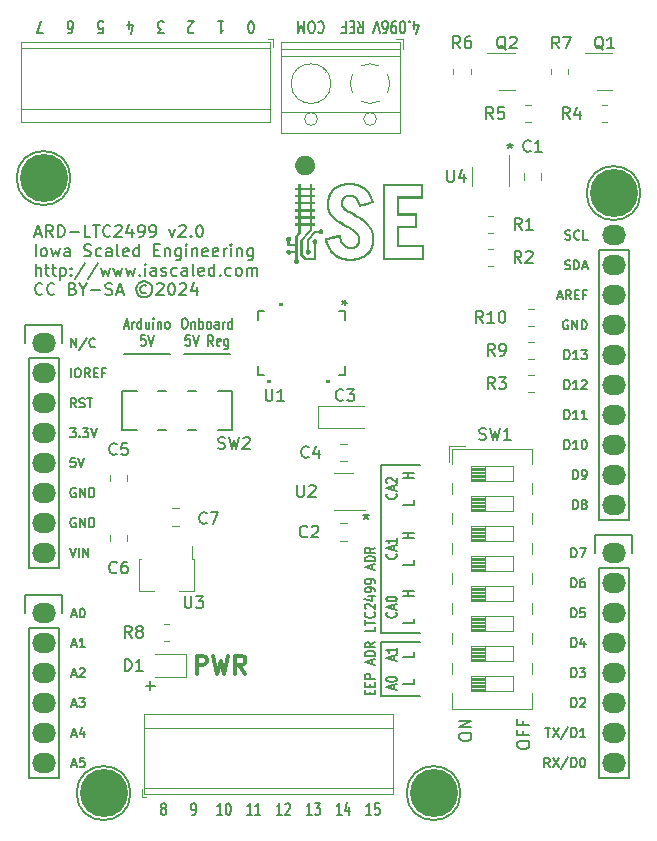
<source format=gto>
G04 #@! TF.GenerationSoftware,KiCad,Pcbnew,6.0.2+dfsg-1*
G04 #@! TF.CreationDate,2024-05-29T15:52:29-06:00*
G04 #@! TF.ProjectId,ard-ltc2499,6172642d-6c74-4633-9234-39392e6b6963,rev?*
G04 #@! TF.SameCoordinates,Original*
G04 #@! TF.FileFunction,Legend,Top*
G04 #@! TF.FilePolarity,Positive*
%FSLAX46Y46*%
G04 Gerber Fmt 4.6, Leading zero omitted, Abs format (unit mm)*
G04 Created by KiCad (PCBNEW 6.0.2+dfsg-1) date 2024-05-29 15:52:29*
%MOMM*%
%LPD*%
G01*
G04 APERTURE LIST*
%ADD10C,0.150000*%
%ADD11C,0.000000*%
%ADD12C,0.152400*%
%ADD13C,0.304800*%
%ADD14C,0.120000*%
%ADD15O,2.032000X1.727200*%
%ADD16C,4.064000*%
G04 APERTURE END LIST*
D10*
X150749000Y-116586000D02*
X150749000Y-102362000D01*
X150749000Y-117348000D02*
X154051000Y-117348000D01*
X134048500Y-92964000D02*
X137985500Y-92964000D01*
X150749000Y-102362000D02*
X154051000Y-102362000D01*
D11*
G36*
X143480808Y-81536447D02*
G01*
X143480808Y-81310669D01*
X143734808Y-81310669D01*
X143932364Y-81310669D01*
X144701419Y-81310669D01*
X144701419Y-80936725D01*
X143932364Y-80936725D01*
X143932364Y-81310669D01*
X143734808Y-81310669D01*
X143734808Y-80936725D01*
X143480808Y-80936725D01*
X143480808Y-80710947D01*
X143734808Y-80710947D01*
X143932364Y-80710947D01*
X144701419Y-80710947D01*
X144701419Y-80337003D01*
X143932364Y-80337003D01*
X143932364Y-80710947D01*
X143734808Y-80710947D01*
X143734808Y-80337003D01*
X143480808Y-80337003D01*
X143480808Y-80118280D01*
X143734808Y-80118280D01*
X143932364Y-80118280D01*
X144701419Y-80118280D01*
X144701419Y-79744336D01*
X143932364Y-79744336D01*
X143932364Y-80118280D01*
X143734808Y-80118280D01*
X143734808Y-79744336D01*
X143480808Y-79744336D01*
X143480808Y-79518558D01*
X143734808Y-79518558D01*
X143932364Y-79518558D01*
X144701419Y-79518558D01*
X144701419Y-79144614D01*
X143932364Y-79144614D01*
X143932364Y-79518558D01*
X143734808Y-79518558D01*
X143734808Y-79144614D01*
X143480808Y-79144614D01*
X143480808Y-78925892D01*
X143734808Y-78925892D01*
X143734808Y-78573114D01*
X143932364Y-78573114D01*
X143932364Y-78925892D01*
X144701419Y-78925892D01*
X144701419Y-78573114D01*
X144898975Y-78573114D01*
X144898975Y-78925892D01*
X145152975Y-78925892D01*
X145152975Y-79144614D01*
X144898975Y-79144614D01*
X144898975Y-79518558D01*
X145152975Y-79518558D01*
X145152975Y-79744336D01*
X144898975Y-79744336D01*
X144898975Y-80118280D01*
X145152975Y-80118280D01*
X145152975Y-80337003D01*
X144898975Y-80337003D01*
X144898975Y-80710947D01*
X145152975Y-80710947D01*
X145152975Y-80936725D01*
X144898975Y-80936725D01*
X144898975Y-81310669D01*
X145152975Y-81310669D01*
X145152975Y-81536447D01*
X144898975Y-81536447D01*
X144898975Y-81903336D01*
X145152975Y-81903336D01*
X145152975Y-82136170D01*
X144898975Y-82136170D01*
X144898975Y-82464958D01*
X144507391Y-82959552D01*
X144115808Y-83454852D01*
X144115808Y-84566808D01*
X144387447Y-84838447D01*
X145054197Y-84838447D01*
X145054197Y-84253541D01*
X145054169Y-84063274D01*
X145054104Y-83985941D01*
X145053976Y-83919384D01*
X145053883Y-83889891D01*
X145053766Y-83862786D01*
X145053624Y-83837966D01*
X145053453Y-83815329D01*
X145053251Y-83794774D01*
X145053015Y-83776197D01*
X145052744Y-83759497D01*
X145052433Y-83744571D01*
X145052081Y-83731318D01*
X145051685Y-83719634D01*
X145051243Y-83709419D01*
X145051004Y-83704829D01*
X145050752Y-83700569D01*
X145050487Y-83696624D01*
X145050209Y-83692983D01*
X145049917Y-83689631D01*
X145049611Y-83686558D01*
X145049292Y-83683749D01*
X145048957Y-83681192D01*
X145048608Y-83678874D01*
X145048244Y-83676783D01*
X145047864Y-83674905D01*
X145047468Y-83673228D01*
X145047056Y-83671740D01*
X145046628Y-83670427D01*
X145046183Y-83669276D01*
X145045721Y-83668275D01*
X145045241Y-83667412D01*
X145044744Y-83666672D01*
X145044228Y-83666044D01*
X145043694Y-83665515D01*
X145043141Y-83665072D01*
X145042570Y-83664701D01*
X145041979Y-83664392D01*
X145041368Y-83664130D01*
X145040086Y-83663697D01*
X145037756Y-83662805D01*
X145035274Y-83661593D01*
X145029899Y-83658272D01*
X145024062Y-83653857D01*
X145017861Y-83648472D01*
X145011395Y-83642240D01*
X145004764Y-83635283D01*
X144998067Y-83627725D01*
X144991403Y-83619688D01*
X144984871Y-83611295D01*
X144978570Y-83602670D01*
X144972601Y-83593936D01*
X144967061Y-83585215D01*
X144962050Y-83576630D01*
X144957668Y-83568305D01*
X144954014Y-83560362D01*
X144951186Y-83552925D01*
X144948159Y-83542775D01*
X144945687Y-83532212D01*
X144943766Y-83521304D01*
X144942388Y-83510118D01*
X144941548Y-83498721D01*
X144941239Y-83487180D01*
X144941455Y-83475563D01*
X144942190Y-83463937D01*
X144943437Y-83452368D01*
X144945191Y-83440925D01*
X144947445Y-83429674D01*
X144950194Y-83418682D01*
X144953430Y-83408017D01*
X144957147Y-83397745D01*
X144961340Y-83387935D01*
X144966002Y-83378653D01*
X144970531Y-83370569D01*
X144975143Y-83362963D01*
X144979873Y-83355803D01*
X144984755Y-83349052D01*
X144989823Y-83342678D01*
X144995111Y-83336646D01*
X145000653Y-83330921D01*
X145006484Y-83325471D01*
X145012637Y-83320260D01*
X145019146Y-83315256D01*
X145026047Y-83310422D01*
X145033372Y-83305726D01*
X145041156Y-83301134D01*
X145049433Y-83296611D01*
X145058237Y-83292123D01*
X145067602Y-83287636D01*
X145078930Y-83282660D01*
X145084091Y-83280590D01*
X145089034Y-83278783D01*
X145093844Y-83277229D01*
X145098608Y-83275915D01*
X145103414Y-83274831D01*
X145108348Y-83273966D01*
X145113497Y-83273306D01*
X145118948Y-83272842D01*
X145124788Y-83272563D01*
X145131103Y-83272455D01*
X145137980Y-83272509D01*
X145145506Y-83272713D01*
X145162852Y-83273524D01*
X145174909Y-83274322D01*
X145186246Y-83275407D01*
X145196922Y-83276802D01*
X145206994Y-83278529D01*
X145216520Y-83280613D01*
X145225559Y-83283074D01*
X145234167Y-83285937D01*
X145242404Y-83289223D01*
X145250326Y-83292956D01*
X145257992Y-83297158D01*
X145265460Y-83301852D01*
X145272787Y-83307061D01*
X145280031Y-83312807D01*
X145287251Y-83319113D01*
X145294503Y-83326002D01*
X145301847Y-83333497D01*
X145309713Y-83341989D01*
X145316923Y-83350307D01*
X145323495Y-83358508D01*
X145329452Y-83366647D01*
X145334813Y-83374782D01*
X145339600Y-83382970D01*
X145343832Y-83391267D01*
X145347532Y-83399731D01*
X145350718Y-83408418D01*
X145353413Y-83417385D01*
X145355637Y-83426689D01*
X145357409Y-83436387D01*
X145358752Y-83446535D01*
X145359686Y-83457191D01*
X145360231Y-83468411D01*
X145360408Y-83480252D01*
X145360258Y-83493765D01*
X145359540Y-83506792D01*
X145358247Y-83519346D01*
X145356373Y-83531438D01*
X145353912Y-83543080D01*
X145350858Y-83554282D01*
X145347205Y-83565057D01*
X145342945Y-83575415D01*
X145338074Y-83585367D01*
X145335408Y-83590195D01*
X145332585Y-83594926D01*
X145329607Y-83599562D01*
X145326472Y-83604103D01*
X145319728Y-83612908D01*
X145312348Y-83621354D01*
X145304325Y-83629452D01*
X145295652Y-83637212D01*
X145286325Y-83644647D01*
X145252458Y-83670753D01*
X145252458Y-84353024D01*
X145251752Y-85036002D01*
X144302780Y-85036002D01*
X144110869Y-84844092D01*
X143918253Y-84651475D01*
X143918253Y-83378653D01*
X144309836Y-82883353D01*
X144701419Y-82388758D01*
X144701419Y-82136170D01*
X143932364Y-82136170D01*
X143932364Y-82458608D01*
X143931658Y-82781752D01*
X143805364Y-82940502D01*
X143679069Y-83099252D01*
X143678364Y-84044697D01*
X143678364Y-84990141D01*
X143713641Y-85020481D01*
X143723186Y-85028953D01*
X143731987Y-85037462D01*
X143740063Y-85046043D01*
X143747431Y-85054733D01*
X143754108Y-85063567D01*
X143760113Y-85072582D01*
X143765462Y-85081815D01*
X143770174Y-85091300D01*
X143774266Y-85101075D01*
X143777755Y-85111176D01*
X143780659Y-85121638D01*
X143782995Y-85132498D01*
X143784782Y-85143792D01*
X143786037Y-85155557D01*
X143786777Y-85167828D01*
X143787019Y-85180641D01*
X143787098Y-85197180D01*
X143786974Y-85204476D01*
X143786722Y-85211223D01*
X143786324Y-85217499D01*
X143785767Y-85223380D01*
X143785033Y-85228943D01*
X143784109Y-85234264D01*
X143782978Y-85239419D01*
X143781624Y-85244486D01*
X143780033Y-85249540D01*
X143778189Y-85254658D01*
X143776076Y-85259917D01*
X143773678Y-85265393D01*
X143770981Y-85271162D01*
X143767969Y-85277302D01*
X143760645Y-85291034D01*
X143752698Y-85303917D01*
X143744135Y-85315945D01*
X143734962Y-85327110D01*
X143725186Y-85337407D01*
X143714813Y-85346830D01*
X143703848Y-85355372D01*
X143692298Y-85363027D01*
X143680170Y-85369790D01*
X143667469Y-85375653D01*
X143654202Y-85380611D01*
X143640374Y-85384657D01*
X143625992Y-85387786D01*
X143611063Y-85389990D01*
X143595592Y-85391264D01*
X143579586Y-85391602D01*
X143566998Y-85391369D01*
X143554880Y-85390660D01*
X143543210Y-85389463D01*
X143531961Y-85387766D01*
X143521109Y-85385556D01*
X143510629Y-85382821D01*
X143500496Y-85379549D01*
X143490686Y-85375727D01*
X143481173Y-85371343D01*
X143471934Y-85366384D01*
X143462942Y-85360838D01*
X143454173Y-85354693D01*
X143445603Y-85347936D01*
X143437207Y-85340554D01*
X143428959Y-85332536D01*
X143420836Y-85323869D01*
X143413467Y-85315281D01*
X143406700Y-85306691D01*
X143400524Y-85298063D01*
X143394929Y-85289363D01*
X143389904Y-85280556D01*
X143385440Y-85271606D01*
X143381525Y-85262478D01*
X143378150Y-85253137D01*
X143375304Y-85243549D01*
X143372977Y-85233677D01*
X143371158Y-85223486D01*
X143369838Y-85212943D01*
X143369005Y-85202010D01*
X143368650Y-85190654D01*
X143368762Y-85178839D01*
X143369330Y-85166530D01*
X143370388Y-85154641D01*
X143371972Y-85143054D01*
X143374079Y-85131773D01*
X143376706Y-85120802D01*
X143379849Y-85110144D01*
X143383506Y-85099806D01*
X143387674Y-85089789D01*
X143392349Y-85080100D01*
X143397529Y-85070741D01*
X143403209Y-85061717D01*
X143409388Y-85053031D01*
X143416062Y-85044690D01*
X143423228Y-85036695D01*
X143430883Y-85029052D01*
X143439024Y-85021764D01*
X143447647Y-85014836D01*
X143480808Y-84990141D01*
X143480808Y-84478613D01*
X143117447Y-84478613D01*
X143086403Y-84514597D01*
X143076698Y-84525220D01*
X143066527Y-84535002D01*
X143055928Y-84543947D01*
X143044939Y-84552062D01*
X143033598Y-84559351D01*
X143021943Y-84565820D01*
X143010012Y-84571475D01*
X142997844Y-84576322D01*
X142985477Y-84580366D01*
X142972948Y-84583612D01*
X142960296Y-84586066D01*
X142947558Y-84587734D01*
X142934774Y-84588621D01*
X142921981Y-84588732D01*
X142909217Y-84588074D01*
X142896520Y-84586652D01*
X142883929Y-84584471D01*
X142871481Y-84581537D01*
X142859215Y-84577856D01*
X142847168Y-84573432D01*
X142835380Y-84568273D01*
X142823887Y-84562382D01*
X142812729Y-84555766D01*
X142801942Y-84548431D01*
X142791567Y-84540381D01*
X142781639Y-84531623D01*
X142772198Y-84522161D01*
X142763282Y-84512002D01*
X142754928Y-84501151D01*
X142747175Y-84489614D01*
X142740062Y-84477396D01*
X142733625Y-84464503D01*
X142730286Y-84456904D01*
X142727280Y-84449197D01*
X142724604Y-84441392D01*
X142722256Y-84433502D01*
X142720234Y-84425538D01*
X142718534Y-84417510D01*
X142717156Y-84409431D01*
X142716096Y-84401311D01*
X142714923Y-84384997D01*
X142714997Y-84368657D01*
X142716298Y-84352384D01*
X142718808Y-84336268D01*
X142722509Y-84320400D01*
X142727382Y-84304871D01*
X142733409Y-84289772D01*
X142740570Y-84275193D01*
X142744571Y-84268128D01*
X142748848Y-84261227D01*
X142753399Y-84254502D01*
X142758223Y-84247963D01*
X142763316Y-84241623D01*
X142768677Y-84235493D01*
X142774303Y-84229585D01*
X142780192Y-84223908D01*
X142788551Y-84216538D01*
X142796729Y-84209764D01*
X142804778Y-84203568D01*
X142812746Y-84197935D01*
X142820686Y-84192847D01*
X142828647Y-84188288D01*
X142836681Y-84184242D01*
X142844838Y-84180693D01*
X142853168Y-84177622D01*
X142861723Y-84175015D01*
X142870553Y-84172854D01*
X142879708Y-84171124D01*
X142889239Y-84169806D01*
X142899198Y-84168886D01*
X142909633Y-84168345D01*
X142920597Y-84168169D01*
X142933837Y-84168355D01*
X142946346Y-84168933D01*
X142958187Y-84169927D01*
X142969424Y-84171366D01*
X142980119Y-84173276D01*
X142990335Y-84175685D01*
X143000137Y-84178618D01*
X143009585Y-84182104D01*
X143018745Y-84186168D01*
X143027678Y-84190838D01*
X143036447Y-84196140D01*
X143045117Y-84202102D01*
X143053749Y-84208750D01*
X143062407Y-84216111D01*
X143071154Y-84224212D01*
X143080053Y-84233080D01*
X143120975Y-84274002D01*
X143480808Y-84274002D01*
X143480808Y-83871836D01*
X142824642Y-83871836D01*
X142824642Y-83466142D01*
X142788658Y-83435097D01*
X142777332Y-83424759D01*
X142766910Y-83413875D01*
X142757401Y-83402479D01*
X142748816Y-83390603D01*
X142741166Y-83378280D01*
X142734460Y-83365545D01*
X142728709Y-83352428D01*
X142723923Y-83338965D01*
X142720114Y-83325187D01*
X142717290Y-83311129D01*
X142715462Y-83296822D01*
X142714641Y-83282300D01*
X142714837Y-83267596D01*
X142716060Y-83252744D01*
X142718321Y-83237776D01*
X142721630Y-83222725D01*
X142726990Y-83204548D01*
X142733520Y-83187341D01*
X142737212Y-83179110D01*
X142741183Y-83171133D01*
X142745427Y-83163412D01*
X142749941Y-83155951D01*
X142754719Y-83148753D01*
X142759757Y-83141823D01*
X142765051Y-83135163D01*
X142770595Y-83128777D01*
X142776385Y-83122669D01*
X142782416Y-83116841D01*
X142788684Y-83111299D01*
X142795185Y-83106044D01*
X142801912Y-83101080D01*
X142808862Y-83096412D01*
X142816031Y-83092042D01*
X142823412Y-83087973D01*
X142831003Y-83084211D01*
X142838797Y-83080757D01*
X142846792Y-83077615D01*
X142854980Y-83074790D01*
X142863359Y-83072283D01*
X142871924Y-83070100D01*
X142889591Y-83066716D01*
X142907945Y-83064665D01*
X142926947Y-83063975D01*
X142934845Y-83064169D01*
X142942659Y-83064616D01*
X142950387Y-83065316D01*
X142958025Y-83066264D01*
X142965567Y-83067458D01*
X142973009Y-83068897D01*
X142980349Y-83070577D01*
X142987581Y-83072497D01*
X142994701Y-83074653D01*
X143001706Y-83077043D01*
X143008590Y-83079665D01*
X143015351Y-83082516D01*
X143021983Y-83085595D01*
X143028484Y-83088897D01*
X143034847Y-83092422D01*
X143041071Y-83096166D01*
X143047149Y-83100127D01*
X143053079Y-83104303D01*
X143058856Y-83108690D01*
X143064475Y-83113288D01*
X143069934Y-83118093D01*
X143075227Y-83123102D01*
X143080350Y-83128314D01*
X143085300Y-83133726D01*
X143090072Y-83139335D01*
X143094663Y-83145139D01*
X143099067Y-83151135D01*
X143103281Y-83157322D01*
X143107301Y-83163696D01*
X143111122Y-83170255D01*
X143114741Y-83176997D01*
X143118153Y-83183919D01*
X143121774Y-83192347D01*
X143124964Y-83201437D01*
X143127723Y-83211105D01*
X143130048Y-83221270D01*
X143131939Y-83231847D01*
X143133395Y-83242756D01*
X143134415Y-83253912D01*
X143134998Y-83265234D01*
X143135142Y-83276639D01*
X143134848Y-83288044D01*
X143134113Y-83299366D01*
X143132936Y-83310522D01*
X143131318Y-83321431D01*
X143129255Y-83332009D01*
X143126749Y-83342173D01*
X143123797Y-83351842D01*
X143121157Y-83358703D01*
X143117794Y-83365986D01*
X143113795Y-83373583D01*
X143109245Y-83381387D01*
X143104232Y-83389290D01*
X143098844Y-83397184D01*
X143093165Y-83404963D01*
X143087285Y-83412519D01*
X143081288Y-83419744D01*
X143075263Y-83426531D01*
X143069295Y-83432772D01*
X143063472Y-83438360D01*
X143057881Y-83443187D01*
X143052608Y-83447146D01*
X143050118Y-83448767D01*
X143047740Y-83450130D01*
X143045485Y-83451222D01*
X143043364Y-83452030D01*
X143040996Y-83452880D01*
X143038909Y-83453931D01*
X143037084Y-83455318D01*
X143035503Y-83457179D01*
X143034151Y-83459646D01*
X143033008Y-83462857D01*
X143032057Y-83466947D01*
X143031281Y-83472050D01*
X143030662Y-83478303D01*
X143030183Y-83485840D01*
X143029572Y-83505311D01*
X143029309Y-83531544D01*
X143029253Y-83565625D01*
X143029253Y-83674281D01*
X143480808Y-83674281D01*
X143480808Y-83023758D01*
X143607808Y-82864303D01*
X143734808Y-82704141D01*
X143734808Y-82136170D01*
X143480808Y-82136170D01*
X143480808Y-81903336D01*
X143734808Y-81903336D01*
X143932364Y-81903336D01*
X144701419Y-81903336D01*
X144701419Y-81536447D01*
X143932364Y-81536447D01*
X143932364Y-81903336D01*
X143734808Y-81903336D01*
X143734808Y-81536447D01*
X143480808Y-81536447D01*
G37*
G36*
X145977361Y-83256679D02*
G01*
X145971953Y-83232520D01*
X145968551Y-83213756D01*
X145967363Y-83201086D01*
X145967664Y-83197254D01*
X145968597Y-83195208D01*
X146182832Y-83146447D01*
X146646900Y-83046424D01*
X147110307Y-82948649D01*
X147322558Y-82906635D01*
X147323468Y-82909048D01*
X147325072Y-82914959D01*
X147329966Y-82935652D01*
X147336449Y-82965472D01*
X147343725Y-83001180D01*
X147360355Y-83079431D01*
X147379271Y-83154611D01*
X147400442Y-83226673D01*
X147423838Y-83295573D01*
X147449430Y-83361265D01*
X147477186Y-83423703D01*
X147507078Y-83482843D01*
X147539075Y-83538637D01*
X147555854Y-83565266D01*
X147573148Y-83591042D01*
X147590953Y-83615959D01*
X147609266Y-83640011D01*
X147628082Y-83663193D01*
X147647399Y-83685500D01*
X147667212Y-83706924D01*
X147687518Y-83727461D01*
X147708312Y-83747106D01*
X147729592Y-83765851D01*
X147751353Y-83783693D01*
X147773591Y-83800624D01*
X147796304Y-83816640D01*
X147819486Y-83831734D01*
X147843135Y-83845901D01*
X147867247Y-83859135D01*
X147898038Y-83874465D01*
X147929024Y-83888174D01*
X147960206Y-83900262D01*
X147991579Y-83910729D01*
X148023143Y-83919577D01*
X148054894Y-83926803D01*
X148086832Y-83932409D01*
X148118954Y-83936394D01*
X148151257Y-83938759D01*
X148183741Y-83939503D01*
X148216402Y-83938627D01*
X148249239Y-83936130D01*
X148282250Y-83932012D01*
X148315432Y-83926274D01*
X148348783Y-83918915D01*
X148382303Y-83909936D01*
X148431692Y-83893493D01*
X148478472Y-83873607D01*
X148522562Y-83850391D01*
X148563884Y-83823957D01*
X148602357Y-83794419D01*
X148637902Y-83761889D01*
X148670440Y-83726480D01*
X148699891Y-83688303D01*
X148726174Y-83647473D01*
X148749212Y-83604101D01*
X148768924Y-83558300D01*
X148785230Y-83510183D01*
X148798051Y-83459863D01*
X148807307Y-83407452D01*
X148812920Y-83353063D01*
X148814808Y-83296808D01*
X148814208Y-83265733D01*
X148812392Y-83235430D01*
X148809334Y-83205831D01*
X148805007Y-83176864D01*
X148799387Y-83148459D01*
X148792447Y-83120546D01*
X148784161Y-83093055D01*
X148774503Y-83065915D01*
X148763448Y-83039056D01*
X148750970Y-83012409D01*
X148737043Y-82985901D01*
X148721641Y-82959464D01*
X148704739Y-82933027D01*
X148686310Y-82906520D01*
X148666329Y-82879872D01*
X148644769Y-82853013D01*
X148615705Y-82819123D01*
X148585067Y-82786016D01*
X148552353Y-82753351D01*
X148517063Y-82720788D01*
X148478698Y-82687985D01*
X148436757Y-82654601D01*
X148390739Y-82620295D01*
X148340145Y-82584726D01*
X148223227Y-82508435D01*
X148082000Y-82423000D01*
X147912463Y-82325691D01*
X147710614Y-82213781D01*
X147547444Y-82123624D01*
X147406971Y-82044315D01*
X147285697Y-81973671D01*
X147180124Y-81909510D01*
X147086755Y-81849648D01*
X147002093Y-81791902D01*
X146922639Y-81734091D01*
X146844897Y-81674030D01*
X146803720Y-81639958D01*
X146758632Y-81600289D01*
X146711411Y-81556766D01*
X146663834Y-81511135D01*
X146617679Y-81465141D01*
X146574724Y-81420527D01*
X146536747Y-81379038D01*
X146520180Y-81360011D01*
X146505525Y-81342420D01*
X146460295Y-81283914D01*
X146418259Y-81224516D01*
X146379402Y-81164178D01*
X146343710Y-81102850D01*
X146311168Y-81040485D01*
X146281762Y-80977034D01*
X146255477Y-80912448D01*
X146232298Y-80846678D01*
X146212212Y-80779677D01*
X146195204Y-80711395D01*
X146181260Y-80641784D01*
X146170364Y-80570795D01*
X146162502Y-80498380D01*
X146157661Y-80424490D01*
X146155825Y-80349077D01*
X146156980Y-80272092D01*
X146161297Y-80186597D01*
X146168163Y-80103144D01*
X146177582Y-80021725D01*
X146189557Y-79942332D01*
X146204091Y-79864957D01*
X146221187Y-79789591D01*
X146240849Y-79716225D01*
X146263078Y-79644853D01*
X146287879Y-79575464D01*
X146315255Y-79508052D01*
X146345208Y-79442608D01*
X146377742Y-79379123D01*
X146412860Y-79317589D01*
X146450564Y-79257999D01*
X146490859Y-79200343D01*
X146533747Y-79144614D01*
X146545314Y-79130747D01*
X146558448Y-79115733D01*
X146588615Y-79083032D01*
X146622635Y-79048049D01*
X146658895Y-79012322D01*
X146695784Y-78977389D01*
X146731689Y-78944787D01*
X146764997Y-78916055D01*
X146780174Y-78903621D01*
X146794097Y-78892731D01*
X146846941Y-78854922D01*
X146901732Y-78819028D01*
X146958430Y-78785060D01*
X147016998Y-78753031D01*
X147077397Y-78722953D01*
X147139589Y-78694839D01*
X147203536Y-78668701D01*
X147269200Y-78644552D01*
X147336543Y-78622403D01*
X147405526Y-78602268D01*
X147476110Y-78584158D01*
X147548259Y-78568087D01*
X147621932Y-78554066D01*
X147697094Y-78542108D01*
X147773704Y-78532225D01*
X147851725Y-78524431D01*
X147899099Y-78521622D01*
X147960711Y-78519558D01*
X148031683Y-78518254D01*
X148107136Y-78517728D01*
X148182192Y-78517995D01*
X148251973Y-78519073D01*
X148311601Y-78520977D01*
X148356197Y-78523725D01*
X148511832Y-78542983D01*
X148661910Y-78571821D01*
X148734808Y-78589789D01*
X148806248Y-78610098D01*
X148876208Y-78632731D01*
X148944663Y-78657670D01*
X149011592Y-78684898D01*
X149076972Y-78714396D01*
X149140779Y-78746146D01*
X149202992Y-78780131D01*
X149263586Y-78816333D01*
X149322539Y-78854734D01*
X149379829Y-78895317D01*
X149435432Y-78938063D01*
X149489326Y-78982954D01*
X149541487Y-79029973D01*
X149591893Y-79079102D01*
X149640522Y-79130324D01*
X149687349Y-79183619D01*
X149732352Y-79238971D01*
X149775509Y-79296362D01*
X149816796Y-79355773D01*
X149856191Y-79417188D01*
X149893670Y-79480588D01*
X149929212Y-79545954D01*
X149962792Y-79613271D01*
X149994389Y-79682519D01*
X150023979Y-79753681D01*
X150077047Y-79901675D01*
X150088414Y-79937861D01*
X150100385Y-79978569D01*
X150112307Y-80021246D01*
X150123525Y-80063335D01*
X150133388Y-80102283D01*
X150141241Y-80135533D01*
X150146432Y-80160532D01*
X150147825Y-80169139D01*
X150148308Y-80174725D01*
X150146537Y-80176639D01*
X150141054Y-80179523D01*
X150117925Y-80188505D01*
X150015840Y-80221468D01*
X149825649Y-80278508D01*
X149530947Y-80364519D01*
X149290771Y-80433950D01*
X149093855Y-80490284D01*
X148960439Y-80527833D01*
X148923869Y-80537785D01*
X148910764Y-80540908D01*
X148909565Y-80538430D01*
X148907126Y-80532331D01*
X148899122Y-80510922D01*
X148887943Y-80479988D01*
X148874780Y-80442836D01*
X148844166Y-80359319D01*
X148812861Y-80281213D01*
X148780784Y-80208421D01*
X148747857Y-80140847D01*
X148714000Y-80078396D01*
X148679133Y-80020970D01*
X148661296Y-79994112D01*
X148643177Y-79968475D01*
X148624765Y-79944046D01*
X148606052Y-79920813D01*
X148587026Y-79898765D01*
X148567678Y-79877889D01*
X148547998Y-79858174D01*
X148527976Y-79839607D01*
X148507602Y-79822176D01*
X148486867Y-79805870D01*
X148465759Y-79790676D01*
X148444270Y-79776582D01*
X148422389Y-79763577D01*
X148400106Y-79751648D01*
X148377412Y-79740783D01*
X148354297Y-79730970D01*
X148330749Y-79722198D01*
X148306761Y-79714454D01*
X148282321Y-79707726D01*
X148257419Y-79702003D01*
X148240764Y-79698762D01*
X148222931Y-79695919D01*
X148204100Y-79693474D01*
X148184449Y-79691430D01*
X148143404Y-79688546D01*
X148101227Y-79687274D01*
X148059347Y-79687623D01*
X148019195Y-79689601D01*
X148000214Y-79691203D01*
X147982202Y-79693215D01*
X147965336Y-79695639D01*
X147949797Y-79698475D01*
X147904304Y-79709573D01*
X147861481Y-79723292D01*
X147821321Y-79739643D01*
X147783815Y-79758635D01*
X147766055Y-79769124D01*
X147748955Y-79780276D01*
X147732514Y-79792094D01*
X147716732Y-79804577D01*
X147701607Y-79817727D01*
X147687139Y-79831546D01*
X147673325Y-79846035D01*
X147660166Y-79861194D01*
X147647660Y-79877024D01*
X147635807Y-79893528D01*
X147624604Y-79910706D01*
X147614052Y-79928559D01*
X147594893Y-79966296D01*
X147578322Y-80006748D01*
X147564331Y-80049924D01*
X147552911Y-80095834D01*
X147544054Y-80144486D01*
X147537752Y-80195892D01*
X147535936Y-80217346D01*
X147534730Y-80237847D01*
X147534151Y-80257485D01*
X147534214Y-80276347D01*
X147534934Y-80294523D01*
X147536326Y-80312101D01*
X147538407Y-80329172D01*
X147541192Y-80345822D01*
X147544696Y-80362142D01*
X147548935Y-80378220D01*
X147553925Y-80394145D01*
X147559680Y-80410006D01*
X147566217Y-80425891D01*
X147573550Y-80441891D01*
X147581696Y-80458093D01*
X147590669Y-80474586D01*
X147602040Y-80493811D01*
X147614727Y-80513130D01*
X147628741Y-80532552D01*
X147644093Y-80552087D01*
X147660793Y-80571746D01*
X147678850Y-80591540D01*
X147698276Y-80611479D01*
X147719080Y-80631572D01*
X147741274Y-80651831D01*
X147764867Y-80672266D01*
X147789870Y-80692886D01*
X147816293Y-80713703D01*
X147844146Y-80734727D01*
X147873440Y-80755968D01*
X147904185Y-80777436D01*
X147936391Y-80799142D01*
X147981890Y-80828840D01*
X148027595Y-80857603D01*
X148076228Y-80887012D01*
X148130507Y-80918645D01*
X148266889Y-80994900D01*
X148458502Y-81099003D01*
X148589571Y-81169766D01*
X148702184Y-81231328D01*
X148799319Y-81285398D01*
X148883953Y-81333688D01*
X148959061Y-81377911D01*
X149027621Y-81419777D01*
X149092609Y-81460998D01*
X149157002Y-81503286D01*
X149279092Y-81588311D01*
X149393020Y-81674694D01*
X149498893Y-81762603D01*
X149596817Y-81852205D01*
X149686899Y-81943667D01*
X149769244Y-82037157D01*
X149843960Y-82132842D01*
X149911153Y-82230890D01*
X149970930Y-82331468D01*
X150023396Y-82434743D01*
X150068658Y-82540884D01*
X150106824Y-82650056D01*
X150137998Y-82762429D01*
X150162288Y-82878168D01*
X150179800Y-82997443D01*
X150190641Y-83120419D01*
X150193665Y-83195999D01*
X150193794Y-83273944D01*
X150191113Y-83353311D01*
X150185702Y-83433157D01*
X150177646Y-83512540D01*
X150167027Y-83590518D01*
X150153927Y-83666147D01*
X150138430Y-83738486D01*
X150102331Y-83869764D01*
X150057404Y-83995460D01*
X150003849Y-84115396D01*
X149941867Y-84229398D01*
X149871657Y-84337290D01*
X149793422Y-84438896D01*
X149707360Y-84534040D01*
X149613673Y-84622547D01*
X149512561Y-84704241D01*
X149404225Y-84778946D01*
X149288865Y-84846487D01*
X149166682Y-84906687D01*
X149037876Y-84959372D01*
X148902647Y-85004365D01*
X148761196Y-85041491D01*
X148613725Y-85070574D01*
X148507471Y-85085913D01*
X148398166Y-85097507D01*
X148287258Y-85105314D01*
X148176192Y-85109292D01*
X148066416Y-85109401D01*
X147959377Y-85105599D01*
X147856522Y-85097845D01*
X147807115Y-85092473D01*
X147759297Y-85086097D01*
X147644528Y-85066213D01*
X147533065Y-85040965D01*
X147424921Y-85010360D01*
X147320111Y-84974410D01*
X147218650Y-84933122D01*
X147120552Y-84886506D01*
X147025831Y-84834572D01*
X146934503Y-84777328D01*
X146846581Y-84714785D01*
X146762080Y-84646950D01*
X146681014Y-84573835D01*
X146603399Y-84495448D01*
X146529247Y-84411797D01*
X146458575Y-84322894D01*
X146391396Y-84228746D01*
X146327725Y-84129364D01*
X146304145Y-84088789D01*
X146277597Y-84040111D01*
X146249280Y-83985744D01*
X146220392Y-83928104D01*
X146192133Y-83869603D01*
X146165700Y-83812657D01*
X146142294Y-83759680D01*
X146123113Y-83713086D01*
X146096072Y-83641290D01*
X146067915Y-83560333D01*
X146040303Y-83475804D01*
X146014899Y-83393293D01*
X146000038Y-83341603D01*
X146196257Y-83341603D01*
X146196491Y-83345050D01*
X146197188Y-83349382D01*
X146198363Y-83354720D01*
X146200029Y-83361184D01*
X146202202Y-83368896D01*
X146208125Y-83388545D01*
X146216247Y-83414636D01*
X146234589Y-83471221D01*
X146253876Y-83527162D01*
X146274076Y-83582394D01*
X146295159Y-83636853D01*
X146317094Y-83690472D01*
X146339849Y-83743186D01*
X146363394Y-83794931D01*
X146387697Y-83845642D01*
X146412728Y-83895253D01*
X146438456Y-83943699D01*
X146464849Y-83990915D01*
X146491877Y-84036836D01*
X146519508Y-84081398D01*
X146547712Y-84124533D01*
X146576458Y-84166179D01*
X146605714Y-84206269D01*
X146666952Y-84283794D01*
X146730826Y-84356836D01*
X146797358Y-84425409D01*
X146866571Y-84489528D01*
X146938488Y-84549206D01*
X147013131Y-84604459D01*
X147090523Y-84655300D01*
X147170687Y-84701746D01*
X147253646Y-84743808D01*
X147339423Y-84781504D01*
X147428039Y-84814846D01*
X147519518Y-84843849D01*
X147613883Y-84868528D01*
X147711157Y-84888897D01*
X147811361Y-84904971D01*
X147914519Y-84916763D01*
X147970261Y-84920353D01*
X148038058Y-84922198D01*
X148114023Y-84922406D01*
X148194272Y-84921085D01*
X148274918Y-84918341D01*
X148352074Y-84914283D01*
X148421855Y-84909017D01*
X148480375Y-84902652D01*
X148563009Y-84890283D01*
X148643433Y-84875662D01*
X148721653Y-84858788D01*
X148797676Y-84839659D01*
X148871508Y-84818273D01*
X148943156Y-84794628D01*
X149012624Y-84768721D01*
X149079920Y-84740551D01*
X149145050Y-84710115D01*
X149208020Y-84677412D01*
X149268836Y-84642439D01*
X149327504Y-84605195D01*
X149384031Y-84565676D01*
X149438423Y-84523882D01*
X149490685Y-84479810D01*
X149540825Y-84433458D01*
X149586801Y-84387022D01*
X149630292Y-84339222D01*
X149671328Y-84290000D01*
X149709937Y-84239298D01*
X149746149Y-84187058D01*
X149779991Y-84133222D01*
X149811494Y-84077733D01*
X149840686Y-84020532D01*
X149867595Y-83961561D01*
X149892252Y-83900764D01*
X149914684Y-83838081D01*
X149934922Y-83773455D01*
X149952993Y-83706828D01*
X149968926Y-83638143D01*
X149982751Y-83567340D01*
X149994497Y-83494364D01*
X149997070Y-83473066D01*
X149999235Y-83447180D01*
X150002368Y-83384253D01*
X150003948Y-83310809D01*
X150004022Y-83232073D01*
X150002641Y-83153272D01*
X149999855Y-83079629D01*
X149995712Y-83016372D01*
X149990263Y-82968725D01*
X149983536Y-82929978D01*
X149975204Y-82888148D01*
X149965583Y-82844515D01*
X149954986Y-82800361D01*
X149943727Y-82756968D01*
X149932122Y-82715618D01*
X149920483Y-82677591D01*
X149909125Y-82644169D01*
X149898270Y-82615809D01*
X149886380Y-82586887D01*
X149873513Y-82557502D01*
X149859725Y-82527753D01*
X149845072Y-82497739D01*
X149829613Y-82467560D01*
X149796500Y-82407103D01*
X149760841Y-82347174D01*
X149723089Y-82288569D01*
X149703571Y-82260011D01*
X149683701Y-82232081D01*
X149663535Y-82204878D01*
X149643130Y-82178502D01*
X149629342Y-82161770D01*
X149613057Y-82142999D01*
X149574261Y-82100583D01*
X149529264Y-82053735D01*
X149480588Y-82004936D01*
X149430754Y-81956666D01*
X149382284Y-81911406D01*
X149337701Y-81871636D01*
X149299525Y-81839836D01*
X149212065Y-81772624D01*
X149125175Y-81709463D01*
X149034598Y-81647724D01*
X148936076Y-81584778D01*
X148825349Y-81517995D01*
X148698160Y-81444747D01*
X148550251Y-81362404D01*
X148377364Y-81268336D01*
X148203423Y-81173610D01*
X148058331Y-81092476D01*
X147995345Y-81056190D01*
X147938060Y-81022323D01*
X147885974Y-80990548D01*
X147838584Y-80960537D01*
X147795385Y-80931966D01*
X147755875Y-80904506D01*
X147719551Y-80877832D01*
X147685908Y-80851617D01*
X147654444Y-80825534D01*
X147624656Y-80799257D01*
X147596039Y-80772459D01*
X147568091Y-80744814D01*
X147541334Y-80717080D01*
X147516589Y-80689898D01*
X147493798Y-80663155D01*
X147472907Y-80636742D01*
X147453861Y-80610549D01*
X147436602Y-80584464D01*
X147421075Y-80558377D01*
X147407225Y-80532177D01*
X147394995Y-80505754D01*
X147384330Y-80478997D01*
X147375174Y-80451796D01*
X147367471Y-80424040D01*
X147361165Y-80395618D01*
X147356201Y-80366420D01*
X147352523Y-80336335D01*
X147350075Y-80305253D01*
X147348385Y-80256399D01*
X147349358Y-80207843D01*
X147352927Y-80159753D01*
X147359027Y-80112294D01*
X147367590Y-80065634D01*
X147378551Y-80019937D01*
X147391843Y-79975371D01*
X147407401Y-79932102D01*
X147425159Y-79890297D01*
X147445049Y-79850121D01*
X147467007Y-79811742D01*
X147490965Y-79775325D01*
X147516859Y-79741038D01*
X147544621Y-79709046D01*
X147574185Y-79679516D01*
X147589623Y-79665726D01*
X147605486Y-79652614D01*
X147652068Y-79619180D01*
X147702348Y-79589800D01*
X147755874Y-79564492D01*
X147812192Y-79543275D01*
X147870849Y-79526167D01*
X147931395Y-79513187D01*
X147993374Y-79504353D01*
X148056336Y-79499685D01*
X148119826Y-79499200D01*
X148183394Y-79502918D01*
X148246585Y-79510856D01*
X148308947Y-79523034D01*
X148370027Y-79539470D01*
X148429374Y-79560183D01*
X148486533Y-79585191D01*
X148541053Y-79614514D01*
X148556896Y-79624528D01*
X148573875Y-79636453D01*
X148591800Y-79650101D01*
X148610484Y-79665281D01*
X148629738Y-79681804D01*
X148649375Y-79699482D01*
X148669206Y-79718126D01*
X148689043Y-79737545D01*
X148708698Y-79757552D01*
X148727983Y-79777956D01*
X148746711Y-79798569D01*
X148764692Y-79819202D01*
X148781738Y-79839665D01*
X148797663Y-79859770D01*
X148812276Y-79879327D01*
X148825392Y-79898147D01*
X148847462Y-79933100D01*
X148870459Y-79972186D01*
X148893853Y-80014382D01*
X148917114Y-80058661D01*
X148939714Y-80103999D01*
X148961123Y-80149369D01*
X148980812Y-80193748D01*
X148998252Y-80236109D01*
X149002588Y-80246995D01*
X149006612Y-80256920D01*
X149010342Y-80265914D01*
X149013797Y-80274010D01*
X149016995Y-80281237D01*
X149019956Y-80287628D01*
X149021354Y-80290518D01*
X149022698Y-80293212D01*
X149023993Y-80295711D01*
X149025240Y-80298021D01*
X149026441Y-80300144D01*
X149027599Y-80302086D01*
X149028717Y-80303849D01*
X149029796Y-80305437D01*
X149030838Y-80306855D01*
X149031847Y-80308107D01*
X149032824Y-80309196D01*
X149033773Y-80310125D01*
X149034694Y-80310900D01*
X149035591Y-80311524D01*
X149036465Y-80312000D01*
X149037320Y-80312333D01*
X149038157Y-80312526D01*
X149038978Y-80312584D01*
X149039787Y-80312510D01*
X149040586Y-80312308D01*
X149478030Y-80185308D01*
X149782918Y-80096673D01*
X149878378Y-80068330D01*
X149905639Y-80059975D01*
X149916886Y-80056192D01*
X149918612Y-80055343D01*
X149920076Y-80054330D01*
X149921265Y-80053071D01*
X149922166Y-80051484D01*
X149922766Y-80049488D01*
X149923050Y-80047002D01*
X149923005Y-80043942D01*
X149922618Y-80040228D01*
X149921876Y-80035779D01*
X149920765Y-80030512D01*
X149917382Y-80017199D01*
X149912362Y-79999636D01*
X149905597Y-79977169D01*
X149890985Y-79931754D01*
X149875215Y-79886569D01*
X149858324Y-79841677D01*
X149840344Y-79797142D01*
X149821310Y-79753030D01*
X149801256Y-79709403D01*
X149780216Y-79666326D01*
X149758224Y-79623862D01*
X149735314Y-79582077D01*
X149711521Y-79541034D01*
X149686878Y-79500797D01*
X149661419Y-79461430D01*
X149635180Y-79422998D01*
X149608193Y-79385564D01*
X149580492Y-79349192D01*
X149552113Y-79313947D01*
X149539575Y-79299249D01*
X149525625Y-79283578D01*
X149494192Y-79249984D01*
X149459220Y-79214505D01*
X149422115Y-79178481D01*
X149384282Y-79143250D01*
X149347127Y-79110152D01*
X149312056Y-79080527D01*
X149295741Y-79067435D01*
X149280475Y-79055714D01*
X149234988Y-79022780D01*
X149188475Y-78991446D01*
X149140919Y-78961705D01*
X149092301Y-78933553D01*
X149042604Y-78906985D01*
X148991810Y-78881994D01*
X148939902Y-78858577D01*
X148886863Y-78836727D01*
X148832674Y-78816440D01*
X148777319Y-78797711D01*
X148720779Y-78780534D01*
X148663037Y-78764904D01*
X148604075Y-78750816D01*
X148543876Y-78738265D01*
X148482423Y-78727246D01*
X148419697Y-78717753D01*
X148373490Y-78713074D01*
X148311317Y-78709165D01*
X148238312Y-78706132D01*
X148159611Y-78704083D01*
X148080348Y-78703125D01*
X148005657Y-78703366D01*
X147940673Y-78704914D01*
X147890530Y-78707875D01*
X147729493Y-78726633D01*
X147652135Y-78739255D01*
X147576896Y-78754028D01*
X147503783Y-78770945D01*
X147432808Y-78789997D01*
X147363977Y-78811178D01*
X147297301Y-78834478D01*
X147232788Y-78859891D01*
X147170448Y-78887409D01*
X147110288Y-78917024D01*
X147052318Y-78948729D01*
X146996547Y-78982514D01*
X146942984Y-79018374D01*
X146891637Y-79056300D01*
X146842516Y-79096283D01*
X146795629Y-79138318D01*
X146750986Y-79182395D01*
X146708595Y-79228507D01*
X146668465Y-79276646D01*
X146630606Y-79326805D01*
X146595025Y-79378976D01*
X146561733Y-79433151D01*
X146530737Y-79489322D01*
X146502048Y-79547481D01*
X146475673Y-79607622D01*
X146451621Y-79669735D01*
X146429902Y-79733813D01*
X146410525Y-79799849D01*
X146393498Y-79867835D01*
X146378830Y-79937763D01*
X146366530Y-80009625D01*
X146359014Y-80063564D01*
X146352869Y-80117121D01*
X146348091Y-80170231D01*
X146344680Y-80222824D01*
X146342634Y-80274834D01*
X146341949Y-80326195D01*
X146342625Y-80376838D01*
X146344658Y-80426696D01*
X146348048Y-80475703D01*
X146352791Y-80523792D01*
X146358887Y-80570894D01*
X146366332Y-80616943D01*
X146375125Y-80661872D01*
X146385264Y-80705613D01*
X146396746Y-80748099D01*
X146409569Y-80789264D01*
X146423887Y-80830126D01*
X146440075Y-80871159D01*
X146458067Y-80912269D01*
X146477799Y-80953360D01*
X146499205Y-80994341D01*
X146522220Y-81035115D01*
X146546779Y-81075590D01*
X146572817Y-81115671D01*
X146600269Y-81155265D01*
X146629070Y-81194276D01*
X146659155Y-81232611D01*
X146690458Y-81270177D01*
X146722914Y-81306878D01*
X146756459Y-81342622D01*
X146791027Y-81377313D01*
X146826553Y-81410858D01*
X146910624Y-81484790D01*
X146997606Y-81555299D01*
X147091268Y-81624848D01*
X147195382Y-81695902D01*
X147313717Y-81770926D01*
X147450043Y-81852382D01*
X147608132Y-81942734D01*
X147791752Y-82044447D01*
X147997510Y-82158030D01*
X148079536Y-82204102D01*
X148150351Y-82244560D01*
X148211971Y-82280553D01*
X148266415Y-82313231D01*
X148315699Y-82343742D01*
X148361841Y-82373236D01*
X148422052Y-82413513D01*
X148478666Y-82453194D01*
X148531791Y-82492393D01*
X148581534Y-82531225D01*
X148628002Y-82569805D01*
X148671305Y-82608248D01*
X148711547Y-82646668D01*
X148748839Y-82685180D01*
X148783285Y-82723898D01*
X148814995Y-82762938D01*
X148844076Y-82802414D01*
X148870635Y-82842441D01*
X148894780Y-82883134D01*
X148916617Y-82924607D01*
X148936256Y-82966975D01*
X148953802Y-83010353D01*
X148963566Y-83038501D01*
X148972218Y-83067825D01*
X148979754Y-83098195D01*
X148986170Y-83129481D01*
X148991461Y-83161553D01*
X148995623Y-83194279D01*
X148998653Y-83227531D01*
X149000545Y-83261178D01*
X149001297Y-83295089D01*
X149000904Y-83329134D01*
X148999361Y-83363184D01*
X148996665Y-83397107D01*
X148992811Y-83430775D01*
X148987796Y-83464055D01*
X148981615Y-83496819D01*
X148974264Y-83528936D01*
X148954971Y-83594155D01*
X148931311Y-83656126D01*
X148903417Y-83714745D01*
X148871418Y-83769906D01*
X148835446Y-83821502D01*
X148795633Y-83869430D01*
X148752109Y-83913583D01*
X148705006Y-83953857D01*
X148654455Y-83990145D01*
X148600588Y-84022343D01*
X148543535Y-84050344D01*
X148483429Y-84074044D01*
X148420399Y-84093337D01*
X148354578Y-84108117D01*
X148286096Y-84118280D01*
X148215086Y-84123719D01*
X148171413Y-84124508D01*
X148128255Y-84123188D01*
X148085636Y-84119780D01*
X148043583Y-84114308D01*
X148002123Y-84106796D01*
X147961281Y-84097266D01*
X147921084Y-84085742D01*
X147881557Y-84072247D01*
X147842726Y-84056803D01*
X147804618Y-84039434D01*
X147767259Y-84020163D01*
X147730675Y-83999014D01*
X147694892Y-83976008D01*
X147659936Y-83951170D01*
X147625833Y-83924523D01*
X147592610Y-83896089D01*
X147560291Y-83865892D01*
X147528905Y-83833955D01*
X147498475Y-83800301D01*
X147469030Y-83764954D01*
X147413194Y-83689269D01*
X147361606Y-83607087D01*
X147314475Y-83518592D01*
X147272009Y-83423969D01*
X147234417Y-83323404D01*
X147201908Y-83217080D01*
X147197198Y-83199251D01*
X147192670Y-83182530D01*
X147188439Y-83167297D01*
X147184622Y-83153933D01*
X147181334Y-83142818D01*
X147178691Y-83134332D01*
X147176809Y-83128856D01*
X147176189Y-83127365D01*
X147175803Y-83126770D01*
X146710930Y-83223871D01*
X146206369Y-83332086D01*
X146201527Y-83333405D01*
X146199663Y-83334242D01*
X146198189Y-83335360D01*
X146197121Y-83336879D01*
X146196472Y-83338919D01*
X146196257Y-83341603D01*
X146000038Y-83341603D01*
X145993364Y-83318388D01*
X145977361Y-83256679D01*
G37*
D10*
X150749000Y-121920000D02*
X154051000Y-121920000D01*
D11*
G36*
X154325197Y-78601336D02*
G01*
X154325197Y-79843114D01*
X152250863Y-79843114D01*
X152250863Y-81091947D01*
X153831308Y-81091947D01*
X153831308Y-82326669D01*
X152250863Y-82326669D01*
X152250863Y-83787169D01*
X154409864Y-83787169D01*
X154409864Y-85021891D01*
X150875030Y-85021891D01*
X150875030Y-84838447D01*
X151058474Y-84838447D01*
X154226419Y-84838447D01*
X154226419Y-83970614D01*
X152067418Y-83970614D01*
X152067418Y-82143225D01*
X153647863Y-82143225D01*
X153647863Y-81275392D01*
X152067418Y-81275392D01*
X152067418Y-79652614D01*
X154141752Y-79652614D01*
X154141752Y-78784781D01*
X151058474Y-78784781D01*
X151058474Y-84838447D01*
X150875030Y-84838447D01*
X150875030Y-78601336D01*
X154325197Y-78601336D01*
G37*
G36*
X145667802Y-82435987D02*
G01*
X145682669Y-82437756D01*
X145697452Y-82440425D01*
X145712039Y-82443968D01*
X145726321Y-82448353D01*
X145740186Y-82453553D01*
X145753524Y-82459539D01*
X145766224Y-82466281D01*
X145778176Y-82473750D01*
X145789269Y-82481919D01*
X145794458Y-82486256D01*
X145799392Y-82490757D01*
X145804056Y-82495418D01*
X145808436Y-82500236D01*
X145817186Y-82510781D01*
X145825186Y-82521627D01*
X145832441Y-82532744D01*
X145838955Y-82544103D01*
X145844735Y-82555673D01*
X145849787Y-82567424D01*
X145854115Y-82579327D01*
X145857725Y-82591352D01*
X145860624Y-82603468D01*
X145862816Y-82615647D01*
X145864307Y-82627858D01*
X145865102Y-82640072D01*
X145865208Y-82652258D01*
X145864629Y-82664387D01*
X145863371Y-82676429D01*
X145861441Y-82688354D01*
X145858842Y-82700133D01*
X145855582Y-82711734D01*
X145851665Y-82723130D01*
X145847097Y-82734289D01*
X145841883Y-82745181D01*
X145836030Y-82755778D01*
X145829542Y-82766049D01*
X145822426Y-82775965D01*
X145814686Y-82785494D01*
X145806329Y-82794609D01*
X145797359Y-82803278D01*
X145787783Y-82811472D01*
X145777606Y-82819162D01*
X145766834Y-82826316D01*
X145755471Y-82832906D01*
X145743525Y-82838902D01*
X145733590Y-82843119D01*
X145723149Y-82846774D01*
X145712274Y-82849866D01*
X145701037Y-82852396D01*
X145689511Y-82854364D01*
X145677767Y-82855770D01*
X145665879Y-82856613D01*
X145653919Y-82856894D01*
X145641959Y-82856613D01*
X145630071Y-82855770D01*
X145618327Y-82854364D01*
X145606801Y-82852396D01*
X145595564Y-82849866D01*
X145584689Y-82846774D01*
X145574248Y-82843119D01*
X145564314Y-82838902D01*
X145557679Y-82835456D01*
X145550558Y-82831275D01*
X145543078Y-82826467D01*
X145535364Y-82821142D01*
X145527542Y-82815408D01*
X145519739Y-82809373D01*
X145512081Y-82803145D01*
X145504694Y-82796834D01*
X145497704Y-82790547D01*
X145491236Y-82784394D01*
X145485418Y-82778483D01*
X145480374Y-82772922D01*
X145476232Y-82767820D01*
X145474539Y-82765475D01*
X145473118Y-82763286D01*
X145471985Y-82761265D01*
X145471156Y-82759427D01*
X145470648Y-82757785D01*
X145470475Y-82756353D01*
X145469751Y-82755700D01*
X145467626Y-82755067D01*
X145459461Y-82753872D01*
X145446550Y-82752793D01*
X145429464Y-82751855D01*
X145408773Y-82751082D01*
X145385047Y-82750499D01*
X145330775Y-82750003D01*
X145191075Y-82750003D01*
X144935664Y-83072441D01*
X144680253Y-83395586D01*
X144680253Y-84187219D01*
X144698597Y-84197097D01*
X144704408Y-84200549D01*
X144710425Y-84204771D01*
X144716588Y-84209690D01*
X144722839Y-84215232D01*
X144729120Y-84221324D01*
X144735370Y-84227892D01*
X144741531Y-84234863D01*
X144747545Y-84242164D01*
X144753352Y-84249722D01*
X144758893Y-84257462D01*
X144764110Y-84265312D01*
X144768943Y-84273198D01*
X144773334Y-84281046D01*
X144777224Y-84288784D01*
X144780553Y-84296339D01*
X144783264Y-84303635D01*
X144786175Y-84313763D01*
X144788564Y-84324496D01*
X144790435Y-84335730D01*
X144791796Y-84347358D01*
X144792653Y-84359276D01*
X144793012Y-84371377D01*
X144792879Y-84383558D01*
X144792260Y-84395711D01*
X144791161Y-84407732D01*
X144789589Y-84419515D01*
X144787550Y-84430955D01*
X144785050Y-84441947D01*
X144782095Y-84452384D01*
X144778691Y-84462163D01*
X144774846Y-84471176D01*
X144770564Y-84479319D01*
X144762395Y-84492275D01*
X144753764Y-84504417D01*
X144744672Y-84515743D01*
X144735121Y-84526249D01*
X144725110Y-84535933D01*
X144714642Y-84544791D01*
X144703716Y-84552820D01*
X144692335Y-84560017D01*
X144680499Y-84566379D01*
X144668210Y-84571903D01*
X144655468Y-84576585D01*
X144642274Y-84580423D01*
X144628629Y-84583414D01*
X144614535Y-84585554D01*
X144599993Y-84586840D01*
X144585002Y-84587269D01*
X144573718Y-84587007D01*
X144562627Y-84586226D01*
X144551739Y-84584938D01*
X144541066Y-84583153D01*
X144530620Y-84580884D01*
X144520410Y-84578140D01*
X144510447Y-84574933D01*
X144500744Y-84571273D01*
X144491310Y-84567172D01*
X144482157Y-84562641D01*
X144473296Y-84557691D01*
X144464737Y-84552332D01*
X144456492Y-84546576D01*
X144448572Y-84540433D01*
X144440987Y-84533915D01*
X144433749Y-84527032D01*
X144426869Y-84519796D01*
X144420357Y-84512218D01*
X144414224Y-84504308D01*
X144408483Y-84496077D01*
X144403143Y-84487537D01*
X144398215Y-84478699D01*
X144393711Y-84469573D01*
X144389641Y-84460170D01*
X144386017Y-84450501D01*
X144382849Y-84440578D01*
X144380148Y-84430412D01*
X144377926Y-84420012D01*
X144376193Y-84409391D01*
X144374961Y-84398560D01*
X144374240Y-84387528D01*
X144374041Y-84376308D01*
X144374315Y-84364053D01*
X144375138Y-84352151D01*
X144376516Y-84340592D01*
X144378451Y-84329366D01*
X144380949Y-84318463D01*
X144384013Y-84307872D01*
X144387648Y-84297582D01*
X144391857Y-84287584D01*
X144396645Y-84277868D01*
X144402016Y-84268421D01*
X144407974Y-84259236D01*
X144414523Y-84250300D01*
X144421667Y-84241605D01*
X144429411Y-84233138D01*
X144437759Y-84224891D01*
X144446714Y-84216853D01*
X144482697Y-84185808D01*
X144482697Y-83320091D01*
X144788203Y-82933447D01*
X145093002Y-82546097D01*
X145279975Y-82545391D01*
X145466947Y-82544686D01*
X145485997Y-82517169D01*
X145490582Y-82510880D01*
X145495588Y-82504723D01*
X145500991Y-82498714D01*
X145506767Y-82492872D01*
X145512889Y-82487210D01*
X145519334Y-82481748D01*
X145526077Y-82476500D01*
X145533093Y-82471484D01*
X145540356Y-82466716D01*
X145547843Y-82462213D01*
X145555528Y-82457991D01*
X145563387Y-82454066D01*
X145571395Y-82450456D01*
X145579527Y-82447176D01*
X145587758Y-82444244D01*
X145596064Y-82441675D01*
X145602814Y-82439957D01*
X145609696Y-82438503D01*
X145623797Y-82436378D01*
X145638255Y-82435269D01*
X145652960Y-82435148D01*
X145667802Y-82435987D01*
G37*
G36*
X144333825Y-76196627D02*
G01*
X144376423Y-76197974D01*
X144416110Y-76200132D01*
X144450109Y-76203051D01*
X144464107Y-76204780D01*
X144475641Y-76206681D01*
X144506389Y-76213062D01*
X144536711Y-76220560D01*
X144566594Y-76229166D01*
X144596027Y-76238872D01*
X144624997Y-76249669D01*
X144653491Y-76261549D01*
X144681498Y-76274504D01*
X144709004Y-76288525D01*
X144735998Y-76303605D01*
X144762466Y-76319735D01*
X144788398Y-76336907D01*
X144813779Y-76355112D01*
X144838598Y-76374343D01*
X144862843Y-76394590D01*
X144886500Y-76415846D01*
X144909558Y-76438103D01*
X144929393Y-76458583D01*
X144948417Y-76479539D01*
X144966629Y-76500969D01*
X144984027Y-76522869D01*
X145000611Y-76545236D01*
X145016379Y-76568067D01*
X145031331Y-76591359D01*
X145045466Y-76615109D01*
X145058782Y-76639314D01*
X145071278Y-76663970D01*
X145082953Y-76689075D01*
X145093807Y-76714626D01*
X145103839Y-76740618D01*
X145113046Y-76767050D01*
X145121429Y-76793918D01*
X145128986Y-76821219D01*
X145135477Y-76848621D01*
X145140931Y-76877022D01*
X145145351Y-76906278D01*
X145148741Y-76936247D01*
X145151107Y-76966787D01*
X145152451Y-76997754D01*
X145152778Y-77029007D01*
X145152093Y-77060403D01*
X145150398Y-77091798D01*
X145147700Y-77123051D01*
X145144000Y-77154019D01*
X145139304Y-77184559D01*
X145133617Y-77214528D01*
X145126941Y-77243784D01*
X145119281Y-77272184D01*
X145110641Y-77299586D01*
X145102147Y-77323527D01*
X145093058Y-77346948D01*
X145083356Y-77369875D01*
X145073026Y-77392334D01*
X145062052Y-77414350D01*
X145050416Y-77435950D01*
X145038101Y-77457159D01*
X145025093Y-77478003D01*
X145011373Y-77498509D01*
X144996926Y-77518701D01*
X144981734Y-77538606D01*
X144965782Y-77558249D01*
X144949053Y-77577657D01*
X144931530Y-77596855D01*
X144913196Y-77615869D01*
X144894036Y-77634725D01*
X144866039Y-77660671D01*
X144837341Y-77685066D01*
X144807936Y-77707913D01*
X144777818Y-77729214D01*
X144746980Y-77748974D01*
X144715417Y-77767194D01*
X144683123Y-77783879D01*
X144650090Y-77799031D01*
X144616313Y-77812654D01*
X144581786Y-77824750D01*
X144546503Y-77835322D01*
X144510456Y-77844374D01*
X144473641Y-77851909D01*
X144436050Y-77857930D01*
X144397679Y-77862440D01*
X144358519Y-77865442D01*
X144314794Y-77866770D01*
X144271251Y-77865746D01*
X144227972Y-77862401D01*
X144185041Y-77856765D01*
X144142539Y-77848868D01*
X144100550Y-77838739D01*
X144059157Y-77826409D01*
X144018441Y-77811908D01*
X143978487Y-77795265D01*
X143939375Y-77776510D01*
X143901190Y-77755674D01*
X143864013Y-77732786D01*
X143827928Y-77707877D01*
X143793017Y-77680976D01*
X143759362Y-77652114D01*
X143727047Y-77621319D01*
X143697655Y-77590674D01*
X143670078Y-77559082D01*
X143644325Y-77526572D01*
X143620409Y-77493173D01*
X143598341Y-77458914D01*
X143578132Y-77423824D01*
X143559794Y-77387933D01*
X143543338Y-77351268D01*
X143528775Y-77313859D01*
X143516118Y-77275735D01*
X143505376Y-77236925D01*
X143496562Y-77197457D01*
X143489687Y-77157361D01*
X143484762Y-77116665D01*
X143481798Y-77075399D01*
X143480808Y-77033591D01*
X143481564Y-76997118D01*
X143483816Y-76961009D01*
X143487535Y-76925299D01*
X143492696Y-76890022D01*
X143499273Y-76855212D01*
X143507239Y-76820904D01*
X143516567Y-76787131D01*
X143527232Y-76753927D01*
X143539205Y-76721327D01*
X143552462Y-76689365D01*
X143566975Y-76658074D01*
X143582718Y-76627490D01*
X143599665Y-76597645D01*
X143617789Y-76568574D01*
X143637063Y-76540312D01*
X143657462Y-76512892D01*
X143678958Y-76486348D01*
X143701525Y-76460715D01*
X143725137Y-76436027D01*
X143749767Y-76412317D01*
X143775388Y-76389620D01*
X143801975Y-76367971D01*
X143829501Y-76347402D01*
X143857939Y-76327948D01*
X143887262Y-76309644D01*
X143917445Y-76292523D01*
X143948460Y-76276620D01*
X143980282Y-76261968D01*
X144012884Y-76248602D01*
X144046239Y-76236555D01*
X144080320Y-76225863D01*
X144115103Y-76216559D01*
X144137702Y-76211245D01*
X144159376Y-76206328D01*
X144169080Y-76204225D01*
X144177610Y-76202470D01*
X144184652Y-76201144D01*
X144189891Y-76200331D01*
X144201922Y-76199007D01*
X144216350Y-76197941D01*
X144251010Y-76196560D01*
X144291095Y-76196139D01*
X144333825Y-76196627D01*
G37*
D10*
X150749000Y-117348000D02*
X150749000Y-121920000D01*
X150749000Y-116586000D02*
X154051000Y-116586000D01*
X128968500Y-92964000D02*
X132905500Y-92964000D01*
D12*
X149796500Y-121826261D02*
X149796500Y-121580728D01*
X150262166Y-121475500D02*
X150262166Y-121826261D01*
X149373166Y-121826261D01*
X149373166Y-121475500D01*
X149796500Y-121159814D02*
X149796500Y-120914280D01*
X150262166Y-120809052D02*
X150262166Y-121159814D01*
X149373166Y-121159814D01*
X149373166Y-120809052D01*
X150262166Y-120493366D02*
X149373166Y-120493366D01*
X149373166Y-120212757D01*
X149415500Y-120142604D01*
X149457833Y-120107528D01*
X149542500Y-120072452D01*
X149669500Y-120072452D01*
X149754166Y-120107528D01*
X149796500Y-120142604D01*
X149838833Y-120212757D01*
X149838833Y-120493366D01*
X150008166Y-119230623D02*
X150008166Y-118879861D01*
X150262166Y-119300776D02*
X149373166Y-119055242D01*
X150262166Y-118809709D01*
X150262166Y-118564176D02*
X149373166Y-118564176D01*
X149373166Y-118388795D01*
X149415500Y-118283566D01*
X149500166Y-118213414D01*
X149584833Y-118178338D01*
X149754166Y-118143261D01*
X149881166Y-118143261D01*
X150050500Y-118178338D01*
X150135166Y-118213414D01*
X150219833Y-118283566D01*
X150262166Y-118388795D01*
X150262166Y-118564176D01*
X150262166Y-117406661D02*
X149838833Y-117652195D01*
X150262166Y-117827576D02*
X149373166Y-117827576D01*
X149373166Y-117546966D01*
X149415500Y-117476814D01*
X149457833Y-117441738D01*
X149542500Y-117406661D01*
X149669500Y-117406661D01*
X149754166Y-117441738D01*
X149796500Y-117476814D01*
X149838833Y-117546966D01*
X149838833Y-117827576D01*
X134052733Y-89983521D02*
X134193038Y-89983521D01*
X134263190Y-90025855D01*
X134333342Y-90110521D01*
X134368419Y-90279855D01*
X134368419Y-90576188D01*
X134333342Y-90745521D01*
X134263190Y-90830188D01*
X134193038Y-90872521D01*
X134052733Y-90872521D01*
X133982580Y-90830188D01*
X133912428Y-90745521D01*
X133877352Y-90576188D01*
X133877352Y-90279855D01*
X133912428Y-90110521D01*
X133982580Y-90025855D01*
X134052733Y-89983521D01*
X134684104Y-90279855D02*
X134684104Y-90872521D01*
X134684104Y-90364521D02*
X134719180Y-90322188D01*
X134789333Y-90279855D01*
X134894561Y-90279855D01*
X134964714Y-90322188D01*
X134999790Y-90406855D01*
X134999790Y-90872521D01*
X135350552Y-90872521D02*
X135350552Y-89983521D01*
X135350552Y-90322188D02*
X135420704Y-90279855D01*
X135561009Y-90279855D01*
X135631161Y-90322188D01*
X135666238Y-90364521D01*
X135701314Y-90449188D01*
X135701314Y-90703188D01*
X135666238Y-90787855D01*
X135631161Y-90830188D01*
X135561009Y-90872521D01*
X135420704Y-90872521D01*
X135350552Y-90830188D01*
X136122228Y-90872521D02*
X136052076Y-90830188D01*
X136017000Y-90787855D01*
X135981923Y-90703188D01*
X135981923Y-90449188D01*
X136017000Y-90364521D01*
X136052076Y-90322188D01*
X136122228Y-90279855D01*
X136227457Y-90279855D01*
X136297609Y-90322188D01*
X136332685Y-90364521D01*
X136367761Y-90449188D01*
X136367761Y-90703188D01*
X136332685Y-90787855D01*
X136297609Y-90830188D01*
X136227457Y-90872521D01*
X136122228Y-90872521D01*
X136999133Y-90872521D02*
X136999133Y-90406855D01*
X136964057Y-90322188D01*
X136893904Y-90279855D01*
X136753600Y-90279855D01*
X136683447Y-90322188D01*
X136999133Y-90830188D02*
X136928980Y-90872521D01*
X136753600Y-90872521D01*
X136683447Y-90830188D01*
X136648371Y-90745521D01*
X136648371Y-90660855D01*
X136683447Y-90576188D01*
X136753600Y-90533855D01*
X136928980Y-90533855D01*
X136999133Y-90491521D01*
X137349895Y-90872521D02*
X137349895Y-90279855D01*
X137349895Y-90449188D02*
X137384971Y-90364521D01*
X137420047Y-90322188D01*
X137490200Y-90279855D01*
X137560352Y-90279855D01*
X138121571Y-90872521D02*
X138121571Y-89983521D01*
X138121571Y-90830188D02*
X138051419Y-90872521D01*
X137911114Y-90872521D01*
X137840961Y-90830188D01*
X137805885Y-90787855D01*
X137770809Y-90703188D01*
X137770809Y-90449188D01*
X137805885Y-90364521D01*
X137840961Y-90322188D01*
X137911114Y-90279855D01*
X138051419Y-90279855D01*
X138121571Y-90322188D01*
X134578876Y-91414811D02*
X134228114Y-91414811D01*
X134193038Y-91838145D01*
X134228114Y-91795811D01*
X134298266Y-91753478D01*
X134473647Y-91753478D01*
X134543800Y-91795811D01*
X134578876Y-91838145D01*
X134613952Y-91922811D01*
X134613952Y-92134478D01*
X134578876Y-92219145D01*
X134543800Y-92261478D01*
X134473647Y-92303811D01*
X134298266Y-92303811D01*
X134228114Y-92261478D01*
X134193038Y-92219145D01*
X134824409Y-91414811D02*
X135069942Y-92303811D01*
X135315476Y-91414811D01*
X136543142Y-92303811D02*
X136297609Y-91880478D01*
X136122228Y-92303811D02*
X136122228Y-91414811D01*
X136402838Y-91414811D01*
X136472990Y-91457145D01*
X136508066Y-91499478D01*
X136543142Y-91584145D01*
X136543142Y-91711145D01*
X136508066Y-91795811D01*
X136472990Y-91838145D01*
X136402838Y-91880478D01*
X136122228Y-91880478D01*
X137139438Y-92261478D02*
X137069285Y-92303811D01*
X136928980Y-92303811D01*
X136858828Y-92261478D01*
X136823752Y-92176811D01*
X136823752Y-91838145D01*
X136858828Y-91753478D01*
X136928980Y-91711145D01*
X137069285Y-91711145D01*
X137139438Y-91753478D01*
X137174514Y-91838145D01*
X137174514Y-91922811D01*
X136823752Y-92007478D01*
X137805885Y-91711145D02*
X137805885Y-92430811D01*
X137770809Y-92515478D01*
X137735733Y-92557811D01*
X137665580Y-92600145D01*
X137560352Y-92600145D01*
X137490200Y-92557811D01*
X137805885Y-92261478D02*
X137735733Y-92303811D01*
X137595428Y-92303811D01*
X137525276Y-92261478D01*
X137490200Y-92219145D01*
X137455123Y-92134478D01*
X137455123Y-91880478D01*
X137490200Y-91795811D01*
X137525276Y-91753478D01*
X137595428Y-91711145D01*
X137735733Y-91711145D01*
X137805885Y-91753478D01*
D13*
X135128000Y-120069428D02*
X135128000Y-118545428D01*
X135708571Y-118545428D01*
X135853714Y-118618000D01*
X135926285Y-118690571D01*
X135998857Y-118835714D01*
X135998857Y-119053428D01*
X135926285Y-119198571D01*
X135853714Y-119271142D01*
X135708571Y-119343714D01*
X135128000Y-119343714D01*
X136506857Y-118545428D02*
X136869714Y-120069428D01*
X137160000Y-118980857D01*
X137450285Y-120069428D01*
X137813142Y-118545428D01*
X139264571Y-120069428D02*
X138756571Y-119343714D01*
X138393714Y-120069428D02*
X138393714Y-118545428D01*
X138974285Y-118545428D01*
X139119428Y-118618000D01*
X139192000Y-118690571D01*
X139264571Y-118835714D01*
X139264571Y-119053428D01*
X139192000Y-119198571D01*
X139119428Y-119271142D01*
X138974285Y-119343714D01*
X138393714Y-119343714D01*
D12*
X124486488Y-92447206D02*
X124486488Y-91659806D01*
X124921917Y-92447206D01*
X124921917Y-91659806D01*
X125829060Y-91622311D02*
X125175917Y-92634682D01*
X126518488Y-92372216D02*
X126482202Y-92409711D01*
X126373345Y-92447206D01*
X126300774Y-92447206D01*
X126191917Y-92409711D01*
X126119345Y-92334721D01*
X126083060Y-92259730D01*
X126046774Y-92109749D01*
X126046774Y-91997263D01*
X126083060Y-91847282D01*
X126119345Y-91772292D01*
X126191917Y-91697302D01*
X126300774Y-91659806D01*
X126373345Y-91659806D01*
X126482202Y-91697302D01*
X126518488Y-91734797D01*
X124486488Y-94982634D02*
X124486488Y-94195234D01*
X124994488Y-94195234D02*
X125139631Y-94195234D01*
X125212202Y-94232730D01*
X125284774Y-94307720D01*
X125321060Y-94457701D01*
X125321060Y-94720168D01*
X125284774Y-94870149D01*
X125212202Y-94945139D01*
X125139631Y-94982634D01*
X124994488Y-94982634D01*
X124921917Y-94945139D01*
X124849345Y-94870149D01*
X124813060Y-94720168D01*
X124813060Y-94457701D01*
X124849345Y-94307720D01*
X124921917Y-94232730D01*
X124994488Y-94195234D01*
X126083060Y-94982634D02*
X125829060Y-94607682D01*
X125647631Y-94982634D02*
X125647631Y-94195234D01*
X125937917Y-94195234D01*
X126010488Y-94232730D01*
X126046774Y-94270225D01*
X126083060Y-94345215D01*
X126083060Y-94457701D01*
X126046774Y-94532691D01*
X126010488Y-94570187D01*
X125937917Y-94607682D01*
X125647631Y-94607682D01*
X126409631Y-94570187D02*
X126663631Y-94570187D01*
X126772488Y-94982634D02*
X126409631Y-94982634D01*
X126409631Y-94195234D01*
X126772488Y-94195234D01*
X127353060Y-94570187D02*
X127099060Y-94570187D01*
X127099060Y-94982634D02*
X127099060Y-94195234D01*
X127461917Y-94195234D01*
X124921917Y-97518062D02*
X124667917Y-97143110D01*
X124486488Y-97518062D02*
X124486488Y-96730662D01*
X124776774Y-96730662D01*
X124849345Y-96768158D01*
X124885631Y-96805653D01*
X124921917Y-96880643D01*
X124921917Y-96993129D01*
X124885631Y-97068119D01*
X124849345Y-97105615D01*
X124776774Y-97143110D01*
X124486488Y-97143110D01*
X125212202Y-97480567D02*
X125321060Y-97518062D01*
X125502488Y-97518062D01*
X125575060Y-97480567D01*
X125611345Y-97443072D01*
X125647631Y-97368081D01*
X125647631Y-97293091D01*
X125611345Y-97218100D01*
X125575060Y-97180605D01*
X125502488Y-97143110D01*
X125357345Y-97105615D01*
X125284774Y-97068119D01*
X125248488Y-97030624D01*
X125212202Y-96955634D01*
X125212202Y-96880643D01*
X125248488Y-96805653D01*
X125284774Y-96768158D01*
X125357345Y-96730662D01*
X125538774Y-96730662D01*
X125647631Y-96768158D01*
X125865345Y-96730662D02*
X126300774Y-96730662D01*
X126083060Y-97518062D02*
X126083060Y-96730662D01*
X124413917Y-99266090D02*
X124885631Y-99266090D01*
X124631631Y-99566052D01*
X124740488Y-99566052D01*
X124813060Y-99603547D01*
X124849345Y-99641043D01*
X124885631Y-99716033D01*
X124885631Y-99903509D01*
X124849345Y-99978500D01*
X124813060Y-100015995D01*
X124740488Y-100053490D01*
X124522774Y-100053490D01*
X124450202Y-100015995D01*
X124413917Y-99978500D01*
X125212202Y-99978500D02*
X125248488Y-100015995D01*
X125212202Y-100053490D01*
X125175917Y-100015995D01*
X125212202Y-99978500D01*
X125212202Y-100053490D01*
X125502488Y-99266090D02*
X125974202Y-99266090D01*
X125720202Y-99566052D01*
X125829060Y-99566052D01*
X125901631Y-99603547D01*
X125937917Y-99641043D01*
X125974202Y-99716033D01*
X125974202Y-99903509D01*
X125937917Y-99978500D01*
X125901631Y-100015995D01*
X125829060Y-100053490D01*
X125611345Y-100053490D01*
X125538774Y-100015995D01*
X125502488Y-99978500D01*
X126191917Y-99266090D02*
X126445917Y-100053490D01*
X126699917Y-99266090D01*
X124849345Y-101801518D02*
X124486488Y-101801518D01*
X124450202Y-102176471D01*
X124486488Y-102138975D01*
X124559060Y-102101480D01*
X124740488Y-102101480D01*
X124813060Y-102138975D01*
X124849345Y-102176471D01*
X124885631Y-102251461D01*
X124885631Y-102438937D01*
X124849345Y-102513928D01*
X124813060Y-102551423D01*
X124740488Y-102588918D01*
X124559060Y-102588918D01*
X124486488Y-102551423D01*
X124450202Y-102513928D01*
X125103345Y-101801518D02*
X125357345Y-102588918D01*
X125611345Y-101801518D01*
X124885631Y-104374442D02*
X124813060Y-104336946D01*
X124704202Y-104336946D01*
X124595345Y-104374442D01*
X124522774Y-104449432D01*
X124486488Y-104524422D01*
X124450202Y-104674403D01*
X124450202Y-104786889D01*
X124486488Y-104936870D01*
X124522774Y-105011861D01*
X124595345Y-105086851D01*
X124704202Y-105124346D01*
X124776774Y-105124346D01*
X124885631Y-105086851D01*
X124921917Y-105049356D01*
X124921917Y-104786889D01*
X124776774Y-104786889D01*
X125248488Y-105124346D02*
X125248488Y-104336946D01*
X125683917Y-105124346D01*
X125683917Y-104336946D01*
X126046774Y-105124346D02*
X126046774Y-104336946D01*
X126228202Y-104336946D01*
X126337060Y-104374442D01*
X126409631Y-104449432D01*
X126445917Y-104524422D01*
X126482202Y-104674403D01*
X126482202Y-104786889D01*
X126445917Y-104936870D01*
X126409631Y-105011861D01*
X126337060Y-105086851D01*
X126228202Y-105124346D01*
X126046774Y-105124346D01*
X124885631Y-106909870D02*
X124813060Y-106872374D01*
X124704202Y-106872374D01*
X124595345Y-106909870D01*
X124522774Y-106984860D01*
X124486488Y-107059850D01*
X124450202Y-107209831D01*
X124450202Y-107322317D01*
X124486488Y-107472298D01*
X124522774Y-107547289D01*
X124595345Y-107622279D01*
X124704202Y-107659774D01*
X124776774Y-107659774D01*
X124885631Y-107622279D01*
X124921917Y-107584784D01*
X124921917Y-107322317D01*
X124776774Y-107322317D01*
X125248488Y-107659774D02*
X125248488Y-106872374D01*
X125683917Y-107659774D01*
X125683917Y-106872374D01*
X126046774Y-107659774D02*
X126046774Y-106872374D01*
X126228202Y-106872374D01*
X126337060Y-106909870D01*
X126409631Y-106984860D01*
X126445917Y-107059850D01*
X126482202Y-107209831D01*
X126482202Y-107322317D01*
X126445917Y-107472298D01*
X126409631Y-107547289D01*
X126337060Y-107622279D01*
X126228202Y-107659774D01*
X126046774Y-107659774D01*
X124377631Y-109407802D02*
X124631631Y-110195202D01*
X124885631Y-109407802D01*
X125139631Y-110195202D02*
X125139631Y-109407802D01*
X125502488Y-110195202D02*
X125502488Y-109407802D01*
X125937917Y-110195202D01*
X125937917Y-109407802D01*
X150262166Y-116087797D02*
X150262166Y-116438559D01*
X149373166Y-116438559D01*
X149373166Y-115947492D02*
X149373166Y-115526578D01*
X150262166Y-115737035D02*
X149373166Y-115737035D01*
X150177500Y-114860130D02*
X150219833Y-114895206D01*
X150262166Y-115000435D01*
X150262166Y-115070587D01*
X150219833Y-115175816D01*
X150135166Y-115245968D01*
X150050500Y-115281044D01*
X149881166Y-115316120D01*
X149754166Y-115316120D01*
X149584833Y-115281044D01*
X149500166Y-115245968D01*
X149415500Y-115175816D01*
X149373166Y-115070587D01*
X149373166Y-115000435D01*
X149415500Y-114895206D01*
X149457833Y-114860130D01*
X149457833Y-114579520D02*
X149415500Y-114544444D01*
X149373166Y-114474292D01*
X149373166Y-114298911D01*
X149415500Y-114228759D01*
X149457833Y-114193682D01*
X149542500Y-114158606D01*
X149627166Y-114158606D01*
X149754166Y-114193682D01*
X150262166Y-114614597D01*
X150262166Y-114158606D01*
X149669500Y-113527235D02*
X150262166Y-113527235D01*
X149330833Y-113702616D02*
X149965833Y-113877997D01*
X149965833Y-113422006D01*
X150262166Y-113106320D02*
X150262166Y-112966016D01*
X150219833Y-112895863D01*
X150177500Y-112860787D01*
X150050500Y-112790635D01*
X149881166Y-112755559D01*
X149542500Y-112755559D01*
X149457833Y-112790635D01*
X149415500Y-112825711D01*
X149373166Y-112895863D01*
X149373166Y-113036168D01*
X149415500Y-113106320D01*
X149457833Y-113141397D01*
X149542500Y-113176473D01*
X149754166Y-113176473D01*
X149838833Y-113141397D01*
X149881166Y-113106320D01*
X149923500Y-113036168D01*
X149923500Y-112895863D01*
X149881166Y-112825711D01*
X149838833Y-112790635D01*
X149754166Y-112755559D01*
X150262166Y-112404797D02*
X150262166Y-112264492D01*
X150219833Y-112194340D01*
X150177500Y-112159263D01*
X150050500Y-112089111D01*
X149881166Y-112054035D01*
X149542500Y-112054035D01*
X149457833Y-112089111D01*
X149415500Y-112124187D01*
X149373166Y-112194340D01*
X149373166Y-112334644D01*
X149415500Y-112404797D01*
X149457833Y-112439873D01*
X149542500Y-112474949D01*
X149754166Y-112474949D01*
X149838833Y-112439873D01*
X149881166Y-112404797D01*
X149923500Y-112334644D01*
X149923500Y-112194340D01*
X149881166Y-112124187D01*
X149838833Y-112089111D01*
X149754166Y-112054035D01*
X150008166Y-111212206D02*
X150008166Y-110861444D01*
X150262166Y-111282359D02*
X149373166Y-111036825D01*
X150262166Y-110791292D01*
X150262166Y-110545759D02*
X149373166Y-110545759D01*
X149373166Y-110370378D01*
X149415500Y-110265149D01*
X149500166Y-110194997D01*
X149584833Y-110159920D01*
X149754166Y-110124844D01*
X149881166Y-110124844D01*
X150050500Y-110159920D01*
X150135166Y-110194997D01*
X150219833Y-110265149D01*
X150262166Y-110370378D01*
X150262166Y-110545759D01*
X150262166Y-109388244D02*
X149838833Y-109633778D01*
X150262166Y-109809159D02*
X149373166Y-109809159D01*
X149373166Y-109528549D01*
X149415500Y-109458397D01*
X149457833Y-109423320D01*
X149542500Y-109388244D01*
X149669500Y-109388244D01*
X149754166Y-109423320D01*
X149796500Y-109458397D01*
X149838833Y-109528549D01*
X149838833Y-109809159D01*
X152001855Y-114865452D02*
X152044188Y-114900528D01*
X152086521Y-115005757D01*
X152086521Y-115075909D01*
X152044188Y-115181138D01*
X151959521Y-115251290D01*
X151874855Y-115286366D01*
X151705521Y-115321442D01*
X151578521Y-115321442D01*
X151409188Y-115286366D01*
X151324521Y-115251290D01*
X151239855Y-115181138D01*
X151197521Y-115075909D01*
X151197521Y-115005757D01*
X151239855Y-114900528D01*
X151282188Y-114865452D01*
X151832521Y-114584842D02*
X151832521Y-114234080D01*
X152086521Y-114654995D02*
X151197521Y-114409461D01*
X152086521Y-114163928D01*
X151197521Y-113778090D02*
X151197521Y-113707938D01*
X151239855Y-113637785D01*
X151282188Y-113602709D01*
X151366855Y-113567633D01*
X151536188Y-113532557D01*
X151747855Y-113532557D01*
X151917188Y-113567633D01*
X152001855Y-113602709D01*
X152044188Y-113637785D01*
X152086521Y-113707938D01*
X152086521Y-113778090D01*
X152044188Y-113848242D01*
X152001855Y-113883319D01*
X151917188Y-113918395D01*
X151747855Y-113953471D01*
X151536188Y-113953471D01*
X151366855Y-113918395D01*
X151282188Y-113883319D01*
X151239855Y-113848242D01*
X151197521Y-113778090D01*
X153517811Y-115426671D02*
X153517811Y-115777433D01*
X152628811Y-115777433D01*
X153517811Y-113497480D02*
X152628811Y-113497480D01*
X153052145Y-113497480D02*
X153052145Y-113076566D01*
X153517811Y-113076566D02*
X152628811Y-113076566D01*
D10*
X161671000Y-75144380D02*
X161671000Y-75382476D01*
X161432904Y-75287238D02*
X161671000Y-75382476D01*
X161909095Y-75287238D01*
X161528142Y-75572952D02*
X161671000Y-75382476D01*
X161813857Y-75572952D01*
D12*
X139771361Y-65834380D02*
X139696371Y-65834380D01*
X139621380Y-65786000D01*
X139583885Y-65737619D01*
X139546390Y-65640857D01*
X139508895Y-65447333D01*
X139508895Y-65205428D01*
X139546390Y-65011904D01*
X139583885Y-64915142D01*
X139621380Y-64866761D01*
X139696371Y-64818380D01*
X139771361Y-64818380D01*
X139846352Y-64866761D01*
X139883847Y-64915142D01*
X139921342Y-65011904D01*
X139958838Y-65205428D01*
X139958838Y-65447333D01*
X139921342Y-65640857D01*
X139883847Y-65737619D01*
X139846352Y-65786000D01*
X139771361Y-65834380D01*
X136959219Y-64818380D02*
X137409161Y-64818380D01*
X137184190Y-64818380D02*
X137184190Y-65834380D01*
X137259180Y-65689238D01*
X137334171Y-65592476D01*
X137409161Y-65544095D01*
X134859485Y-65737619D02*
X134821990Y-65786000D01*
X134747000Y-65834380D01*
X134559523Y-65834380D01*
X134484533Y-65786000D01*
X134447038Y-65737619D01*
X134409542Y-65640857D01*
X134409542Y-65544095D01*
X134447038Y-65398952D01*
X134896980Y-64818380D01*
X134409542Y-64818380D01*
X132347304Y-65834380D02*
X131859866Y-65834380D01*
X132122333Y-65447333D01*
X132009847Y-65447333D01*
X131934857Y-65398952D01*
X131897361Y-65350571D01*
X131859866Y-65253809D01*
X131859866Y-65011904D01*
X131897361Y-64915142D01*
X131934857Y-64866761D01*
X132009847Y-64818380D01*
X132234819Y-64818380D01*
X132309809Y-64866761D01*
X132347304Y-64915142D01*
X129385180Y-65495714D02*
X129385180Y-64818380D01*
X129572657Y-65882761D02*
X129760133Y-65157047D01*
X129272695Y-65157047D01*
X126798009Y-65834380D02*
X127172961Y-65834380D01*
X127210457Y-65350571D01*
X127172961Y-65398952D01*
X127097971Y-65447333D01*
X126910495Y-65447333D01*
X126835504Y-65398952D01*
X126798009Y-65350571D01*
X126760514Y-65253809D01*
X126760514Y-65011904D01*
X126798009Y-64915142D01*
X126835504Y-64866761D01*
X126910495Y-64818380D01*
X127097971Y-64818380D01*
X127172961Y-64866761D01*
X127210457Y-64915142D01*
X124285828Y-65834380D02*
X124435809Y-65834380D01*
X124510800Y-65786000D01*
X124548295Y-65737619D01*
X124623285Y-65592476D01*
X124660780Y-65398952D01*
X124660780Y-65011904D01*
X124623285Y-64915142D01*
X124585790Y-64866761D01*
X124510800Y-64818380D01*
X124360819Y-64818380D01*
X124285828Y-64866761D01*
X124248333Y-64915142D01*
X124210838Y-65011904D01*
X124210838Y-65253809D01*
X124248333Y-65350571D01*
X124285828Y-65398952D01*
X124360819Y-65447333D01*
X124510800Y-65447333D01*
X124585790Y-65398952D01*
X124623285Y-65350571D01*
X124660780Y-65253809D01*
X122148600Y-65834380D02*
X121623666Y-65834380D01*
X121961123Y-64818380D01*
X166869654Y-110227206D02*
X166869654Y-109439806D01*
X167051082Y-109439806D01*
X167159940Y-109477302D01*
X167232511Y-109552292D01*
X167268797Y-109627282D01*
X167305082Y-109777263D01*
X167305082Y-109889749D01*
X167268797Y-110039730D01*
X167232511Y-110114721D01*
X167159940Y-110189711D01*
X167051082Y-110227206D01*
X166869654Y-110227206D01*
X167559082Y-109439806D02*
X168067082Y-109439806D01*
X167740511Y-110227206D01*
X166869654Y-112762634D02*
X166869654Y-111975234D01*
X167051082Y-111975234D01*
X167159940Y-112012730D01*
X167232511Y-112087720D01*
X167268797Y-112162710D01*
X167305082Y-112312691D01*
X167305082Y-112425177D01*
X167268797Y-112575158D01*
X167232511Y-112650149D01*
X167159940Y-112725139D01*
X167051082Y-112762634D01*
X166869654Y-112762634D01*
X167958225Y-111975234D02*
X167813082Y-111975234D01*
X167740511Y-112012730D01*
X167704225Y-112050225D01*
X167631654Y-112162710D01*
X167595368Y-112312691D01*
X167595368Y-112612653D01*
X167631654Y-112687644D01*
X167667940Y-112725139D01*
X167740511Y-112762634D01*
X167885654Y-112762634D01*
X167958225Y-112725139D01*
X167994511Y-112687644D01*
X168030797Y-112612653D01*
X168030797Y-112425177D01*
X167994511Y-112350187D01*
X167958225Y-112312691D01*
X167885654Y-112275196D01*
X167740511Y-112275196D01*
X167667940Y-112312691D01*
X167631654Y-112350187D01*
X167595368Y-112425177D01*
X166869654Y-115298062D02*
X166869654Y-114510662D01*
X167051082Y-114510662D01*
X167159940Y-114548158D01*
X167232511Y-114623148D01*
X167268797Y-114698138D01*
X167305082Y-114848119D01*
X167305082Y-114960605D01*
X167268797Y-115110586D01*
X167232511Y-115185577D01*
X167159940Y-115260567D01*
X167051082Y-115298062D01*
X166869654Y-115298062D01*
X167994511Y-114510662D02*
X167631654Y-114510662D01*
X167595368Y-114885615D01*
X167631654Y-114848119D01*
X167704225Y-114810624D01*
X167885654Y-114810624D01*
X167958225Y-114848119D01*
X167994511Y-114885615D01*
X168030797Y-114960605D01*
X168030797Y-115148081D01*
X167994511Y-115223072D01*
X167958225Y-115260567D01*
X167885654Y-115298062D01*
X167704225Y-115298062D01*
X167631654Y-115260567D01*
X167595368Y-115223072D01*
X166869654Y-117833490D02*
X166869654Y-117046090D01*
X167051082Y-117046090D01*
X167159940Y-117083586D01*
X167232511Y-117158576D01*
X167268797Y-117233566D01*
X167305082Y-117383547D01*
X167305082Y-117496033D01*
X167268797Y-117646014D01*
X167232511Y-117721005D01*
X167159940Y-117795995D01*
X167051082Y-117833490D01*
X166869654Y-117833490D01*
X167958225Y-117308557D02*
X167958225Y-117833490D01*
X167776797Y-117008595D02*
X167595368Y-117571024D01*
X168067082Y-117571024D01*
X166869654Y-120368918D02*
X166869654Y-119581518D01*
X167051082Y-119581518D01*
X167159940Y-119619014D01*
X167232511Y-119694004D01*
X167268797Y-119768994D01*
X167305082Y-119918975D01*
X167305082Y-120031461D01*
X167268797Y-120181442D01*
X167232511Y-120256433D01*
X167159940Y-120331423D01*
X167051082Y-120368918D01*
X166869654Y-120368918D01*
X167559082Y-119581518D02*
X168030797Y-119581518D01*
X167776797Y-119881480D01*
X167885654Y-119881480D01*
X167958225Y-119918975D01*
X167994511Y-119956471D01*
X168030797Y-120031461D01*
X168030797Y-120218937D01*
X167994511Y-120293928D01*
X167958225Y-120331423D01*
X167885654Y-120368918D01*
X167667940Y-120368918D01*
X167595368Y-120331423D01*
X167559082Y-120293928D01*
X166869654Y-122904346D02*
X166869654Y-122116946D01*
X167051082Y-122116946D01*
X167159940Y-122154442D01*
X167232511Y-122229432D01*
X167268797Y-122304422D01*
X167305082Y-122454403D01*
X167305082Y-122566889D01*
X167268797Y-122716870D01*
X167232511Y-122791861D01*
X167159940Y-122866851D01*
X167051082Y-122904346D01*
X166869654Y-122904346D01*
X167595368Y-122191937D02*
X167631654Y-122154442D01*
X167704225Y-122116946D01*
X167885654Y-122116946D01*
X167958225Y-122154442D01*
X167994511Y-122191937D01*
X168030797Y-122266927D01*
X168030797Y-122341918D01*
X167994511Y-122454403D01*
X167559082Y-122904346D01*
X168030797Y-122904346D01*
X164656225Y-124652374D02*
X165091654Y-124652374D01*
X164873940Y-125439774D02*
X164873940Y-124652374D01*
X165273082Y-124652374D02*
X165781082Y-125439774D01*
X165781082Y-124652374D02*
X165273082Y-125439774D01*
X166615654Y-124614879D02*
X165962511Y-125627250D01*
X166869654Y-125439774D02*
X166869654Y-124652374D01*
X167051082Y-124652374D01*
X167159940Y-124689870D01*
X167232511Y-124764860D01*
X167268797Y-124839850D01*
X167305082Y-124989831D01*
X167305082Y-125102317D01*
X167268797Y-125252298D01*
X167232511Y-125327289D01*
X167159940Y-125402279D01*
X167051082Y-125439774D01*
X166869654Y-125439774D01*
X168030797Y-125439774D02*
X167595368Y-125439774D01*
X167813082Y-125439774D02*
X167813082Y-124652374D01*
X167740511Y-124764860D01*
X167667940Y-124839850D01*
X167595368Y-124877346D01*
X165019082Y-127975202D02*
X164765082Y-127600250D01*
X164583654Y-127975202D02*
X164583654Y-127187802D01*
X164873940Y-127187802D01*
X164946511Y-127225298D01*
X164982797Y-127262793D01*
X165019082Y-127337783D01*
X165019082Y-127450269D01*
X164982797Y-127525259D01*
X164946511Y-127562755D01*
X164873940Y-127600250D01*
X164583654Y-127600250D01*
X165273082Y-127187802D02*
X165781082Y-127975202D01*
X165781082Y-127187802D02*
X165273082Y-127975202D01*
X166615654Y-127150307D02*
X165962511Y-128162678D01*
X166869654Y-127975202D02*
X166869654Y-127187802D01*
X167051082Y-127187802D01*
X167159940Y-127225298D01*
X167232511Y-127300288D01*
X167268797Y-127375278D01*
X167305082Y-127525259D01*
X167305082Y-127637745D01*
X167268797Y-127787726D01*
X167232511Y-127862717D01*
X167159940Y-127937707D01*
X167051082Y-127975202D01*
X166869654Y-127975202D01*
X167776797Y-127187802D02*
X167849368Y-127187802D01*
X167921940Y-127225298D01*
X167958225Y-127262793D01*
X167994511Y-127337783D01*
X168030797Y-127487764D01*
X168030797Y-127675240D01*
X167994511Y-127825221D01*
X167958225Y-127900212D01*
X167921940Y-127937707D01*
X167849368Y-127975202D01*
X167776797Y-127975202D01*
X167704225Y-127937707D01*
X167667940Y-127900212D01*
X167631654Y-127825221D01*
X167595368Y-127675240D01*
X167595368Y-127487764D01*
X167631654Y-127337783D01*
X167667940Y-127262793D01*
X167704225Y-127225298D01*
X167776797Y-127187802D01*
X157390979Y-125490393D02*
X157390979Y-125296869D01*
X157439360Y-125200107D01*
X157536121Y-125103345D01*
X157729645Y-125054964D01*
X158068312Y-125054964D01*
X158261836Y-125103345D01*
X158358598Y-125200107D01*
X158406979Y-125296869D01*
X158406979Y-125490393D01*
X158358598Y-125587155D01*
X158261836Y-125683917D01*
X158068312Y-125732298D01*
X157729645Y-125732298D01*
X157536121Y-125683917D01*
X157439360Y-125587155D01*
X157390979Y-125490393D01*
X158406979Y-124619536D02*
X157390979Y-124619536D01*
X158406979Y-124038964D01*
X157390979Y-124038964D01*
X162298259Y-126167726D02*
X162298259Y-125974202D01*
X162346640Y-125877440D01*
X162443401Y-125780679D01*
X162636925Y-125732298D01*
X162975592Y-125732298D01*
X163169116Y-125780679D01*
X163265878Y-125877440D01*
X163314259Y-125974202D01*
X163314259Y-126167726D01*
X163265878Y-126264488D01*
X163169116Y-126361250D01*
X162975592Y-126409631D01*
X162636925Y-126409631D01*
X162443401Y-126361250D01*
X162346640Y-126264488D01*
X162298259Y-126167726D01*
X162782068Y-124958202D02*
X162782068Y-125296869D01*
X163314259Y-125296869D02*
X162298259Y-125296869D01*
X162298259Y-124813060D01*
X162782068Y-124087345D02*
X162782068Y-124426012D01*
X163314259Y-124426012D02*
X162298259Y-124426012D01*
X162298259Y-123942202D01*
X121450583Y-82805693D02*
X121934393Y-82805693D01*
X121353821Y-83095979D02*
X121692488Y-82079979D01*
X122031155Y-83095979D01*
X122950393Y-83095979D02*
X122611726Y-82612169D01*
X122369821Y-83095979D02*
X122369821Y-82079979D01*
X122756869Y-82079979D01*
X122853631Y-82128360D01*
X122902012Y-82176740D01*
X122950393Y-82273502D01*
X122950393Y-82418645D01*
X122902012Y-82515407D01*
X122853631Y-82563788D01*
X122756869Y-82612169D01*
X122369821Y-82612169D01*
X123385821Y-83095979D02*
X123385821Y-82079979D01*
X123627726Y-82079979D01*
X123772869Y-82128360D01*
X123869631Y-82225121D01*
X123918012Y-82321883D01*
X123966393Y-82515407D01*
X123966393Y-82660550D01*
X123918012Y-82854074D01*
X123869631Y-82950836D01*
X123772869Y-83047598D01*
X123627726Y-83095979D01*
X123385821Y-83095979D01*
X124401821Y-82708931D02*
X125175917Y-82708931D01*
X126143536Y-83095979D02*
X125659726Y-83095979D01*
X125659726Y-82079979D01*
X126337060Y-82079979D02*
X126917631Y-82079979D01*
X126627345Y-83095979D02*
X126627345Y-82079979D01*
X127836869Y-82999217D02*
X127788488Y-83047598D01*
X127643345Y-83095979D01*
X127546583Y-83095979D01*
X127401440Y-83047598D01*
X127304679Y-82950836D01*
X127256298Y-82854074D01*
X127207917Y-82660550D01*
X127207917Y-82515407D01*
X127256298Y-82321883D01*
X127304679Y-82225121D01*
X127401440Y-82128360D01*
X127546583Y-82079979D01*
X127643345Y-82079979D01*
X127788488Y-82128360D01*
X127836869Y-82176740D01*
X128223917Y-82176740D02*
X128272298Y-82128360D01*
X128369060Y-82079979D01*
X128610964Y-82079979D01*
X128707726Y-82128360D01*
X128756107Y-82176740D01*
X128804488Y-82273502D01*
X128804488Y-82370264D01*
X128756107Y-82515407D01*
X128175536Y-83095979D01*
X128804488Y-83095979D01*
X129675345Y-82418645D02*
X129675345Y-83095979D01*
X129433440Y-82031598D02*
X129191536Y-82757312D01*
X129820488Y-82757312D01*
X130255917Y-83095979D02*
X130449440Y-83095979D01*
X130546202Y-83047598D01*
X130594583Y-82999217D01*
X130691345Y-82854074D01*
X130739726Y-82660550D01*
X130739726Y-82273502D01*
X130691345Y-82176740D01*
X130642964Y-82128360D01*
X130546202Y-82079979D01*
X130352679Y-82079979D01*
X130255917Y-82128360D01*
X130207536Y-82176740D01*
X130159155Y-82273502D01*
X130159155Y-82515407D01*
X130207536Y-82612169D01*
X130255917Y-82660550D01*
X130352679Y-82708931D01*
X130546202Y-82708931D01*
X130642964Y-82660550D01*
X130691345Y-82612169D01*
X130739726Y-82515407D01*
X131223536Y-83095979D02*
X131417060Y-83095979D01*
X131513821Y-83047598D01*
X131562202Y-82999217D01*
X131658964Y-82854074D01*
X131707345Y-82660550D01*
X131707345Y-82273502D01*
X131658964Y-82176740D01*
X131610583Y-82128360D01*
X131513821Y-82079979D01*
X131320298Y-82079979D01*
X131223536Y-82128360D01*
X131175155Y-82176740D01*
X131126774Y-82273502D01*
X131126774Y-82515407D01*
X131175155Y-82612169D01*
X131223536Y-82660550D01*
X131320298Y-82708931D01*
X131513821Y-82708931D01*
X131610583Y-82660550D01*
X131658964Y-82612169D01*
X131707345Y-82515407D01*
X132820107Y-82418645D02*
X133062012Y-83095979D01*
X133303917Y-82418645D01*
X133642583Y-82176740D02*
X133690964Y-82128360D01*
X133787726Y-82079979D01*
X134029631Y-82079979D01*
X134126393Y-82128360D01*
X134174774Y-82176740D01*
X134223155Y-82273502D01*
X134223155Y-82370264D01*
X134174774Y-82515407D01*
X133594202Y-83095979D01*
X134223155Y-83095979D01*
X134658583Y-82999217D02*
X134706964Y-83047598D01*
X134658583Y-83095979D01*
X134610202Y-83047598D01*
X134658583Y-82999217D01*
X134658583Y-83095979D01*
X135335917Y-82079979D02*
X135432679Y-82079979D01*
X135529440Y-82128360D01*
X135577821Y-82176740D01*
X135626202Y-82273502D01*
X135674583Y-82467026D01*
X135674583Y-82708931D01*
X135626202Y-82902455D01*
X135577821Y-82999217D01*
X135529440Y-83047598D01*
X135432679Y-83095979D01*
X135335917Y-83095979D01*
X135239155Y-83047598D01*
X135190774Y-82999217D01*
X135142393Y-82902455D01*
X135094012Y-82708931D01*
X135094012Y-82467026D01*
X135142393Y-82273502D01*
X135190774Y-82176740D01*
X135239155Y-82128360D01*
X135335917Y-82079979D01*
X121498964Y-84731739D02*
X121498964Y-83715739D01*
X122127917Y-84731739D02*
X122031155Y-84683358D01*
X121982774Y-84634977D01*
X121934393Y-84538215D01*
X121934393Y-84247929D01*
X121982774Y-84151167D01*
X122031155Y-84102786D01*
X122127917Y-84054405D01*
X122273060Y-84054405D01*
X122369821Y-84102786D01*
X122418202Y-84151167D01*
X122466583Y-84247929D01*
X122466583Y-84538215D01*
X122418202Y-84634977D01*
X122369821Y-84683358D01*
X122273060Y-84731739D01*
X122127917Y-84731739D01*
X122805250Y-84054405D02*
X122998774Y-84731739D01*
X123192298Y-84247929D01*
X123385821Y-84731739D01*
X123579345Y-84054405D01*
X124401821Y-84731739D02*
X124401821Y-84199548D01*
X124353440Y-84102786D01*
X124256679Y-84054405D01*
X124063155Y-84054405D01*
X123966393Y-84102786D01*
X124401821Y-84683358D02*
X124305060Y-84731739D01*
X124063155Y-84731739D01*
X123966393Y-84683358D01*
X123918012Y-84586596D01*
X123918012Y-84489834D01*
X123966393Y-84393072D01*
X124063155Y-84344691D01*
X124305060Y-84344691D01*
X124401821Y-84296310D01*
X125611345Y-84683358D02*
X125756488Y-84731739D01*
X125998393Y-84731739D01*
X126095155Y-84683358D01*
X126143536Y-84634977D01*
X126191917Y-84538215D01*
X126191917Y-84441453D01*
X126143536Y-84344691D01*
X126095155Y-84296310D01*
X125998393Y-84247929D01*
X125804869Y-84199548D01*
X125708107Y-84151167D01*
X125659726Y-84102786D01*
X125611345Y-84006024D01*
X125611345Y-83909262D01*
X125659726Y-83812500D01*
X125708107Y-83764120D01*
X125804869Y-83715739D01*
X126046774Y-83715739D01*
X126191917Y-83764120D01*
X127062774Y-84683358D02*
X126966012Y-84731739D01*
X126772488Y-84731739D01*
X126675726Y-84683358D01*
X126627345Y-84634977D01*
X126578964Y-84538215D01*
X126578964Y-84247929D01*
X126627345Y-84151167D01*
X126675726Y-84102786D01*
X126772488Y-84054405D01*
X126966012Y-84054405D01*
X127062774Y-84102786D01*
X127933631Y-84731739D02*
X127933631Y-84199548D01*
X127885250Y-84102786D01*
X127788488Y-84054405D01*
X127594964Y-84054405D01*
X127498202Y-84102786D01*
X127933631Y-84683358D02*
X127836869Y-84731739D01*
X127594964Y-84731739D01*
X127498202Y-84683358D01*
X127449821Y-84586596D01*
X127449821Y-84489834D01*
X127498202Y-84393072D01*
X127594964Y-84344691D01*
X127836869Y-84344691D01*
X127933631Y-84296310D01*
X128562583Y-84731739D02*
X128465821Y-84683358D01*
X128417440Y-84586596D01*
X128417440Y-83715739D01*
X129336679Y-84683358D02*
X129239917Y-84731739D01*
X129046393Y-84731739D01*
X128949631Y-84683358D01*
X128901250Y-84586596D01*
X128901250Y-84199548D01*
X128949631Y-84102786D01*
X129046393Y-84054405D01*
X129239917Y-84054405D01*
X129336679Y-84102786D01*
X129385060Y-84199548D01*
X129385060Y-84296310D01*
X128901250Y-84393072D01*
X130255917Y-84731739D02*
X130255917Y-83715739D01*
X130255917Y-84683358D02*
X130159155Y-84731739D01*
X129965631Y-84731739D01*
X129868869Y-84683358D01*
X129820488Y-84634977D01*
X129772107Y-84538215D01*
X129772107Y-84247929D01*
X129820488Y-84151167D01*
X129868869Y-84102786D01*
X129965631Y-84054405D01*
X130159155Y-84054405D01*
X130255917Y-84102786D01*
X131513821Y-84199548D02*
X131852488Y-84199548D01*
X131997631Y-84731739D02*
X131513821Y-84731739D01*
X131513821Y-83715739D01*
X131997631Y-83715739D01*
X132433060Y-84054405D02*
X132433060Y-84731739D01*
X132433060Y-84151167D02*
X132481440Y-84102786D01*
X132578202Y-84054405D01*
X132723345Y-84054405D01*
X132820107Y-84102786D01*
X132868488Y-84199548D01*
X132868488Y-84731739D01*
X133787726Y-84054405D02*
X133787726Y-84876881D01*
X133739345Y-84973643D01*
X133690964Y-85022024D01*
X133594202Y-85070405D01*
X133449060Y-85070405D01*
X133352298Y-85022024D01*
X133787726Y-84683358D02*
X133690964Y-84731739D01*
X133497440Y-84731739D01*
X133400679Y-84683358D01*
X133352298Y-84634977D01*
X133303917Y-84538215D01*
X133303917Y-84247929D01*
X133352298Y-84151167D01*
X133400679Y-84102786D01*
X133497440Y-84054405D01*
X133690964Y-84054405D01*
X133787726Y-84102786D01*
X134271536Y-84731739D02*
X134271536Y-84054405D01*
X134271536Y-83715739D02*
X134223155Y-83764120D01*
X134271536Y-83812500D01*
X134319917Y-83764120D01*
X134271536Y-83715739D01*
X134271536Y-83812500D01*
X134755345Y-84054405D02*
X134755345Y-84731739D01*
X134755345Y-84151167D02*
X134803726Y-84102786D01*
X134900488Y-84054405D01*
X135045631Y-84054405D01*
X135142393Y-84102786D01*
X135190774Y-84199548D01*
X135190774Y-84731739D01*
X136061631Y-84683358D02*
X135964869Y-84731739D01*
X135771345Y-84731739D01*
X135674583Y-84683358D01*
X135626202Y-84586596D01*
X135626202Y-84199548D01*
X135674583Y-84102786D01*
X135771345Y-84054405D01*
X135964869Y-84054405D01*
X136061631Y-84102786D01*
X136110012Y-84199548D01*
X136110012Y-84296310D01*
X135626202Y-84393072D01*
X136932488Y-84683358D02*
X136835726Y-84731739D01*
X136642202Y-84731739D01*
X136545440Y-84683358D01*
X136497060Y-84586596D01*
X136497060Y-84199548D01*
X136545440Y-84102786D01*
X136642202Y-84054405D01*
X136835726Y-84054405D01*
X136932488Y-84102786D01*
X136980869Y-84199548D01*
X136980869Y-84296310D01*
X136497060Y-84393072D01*
X137416298Y-84731739D02*
X137416298Y-84054405D01*
X137416298Y-84247929D02*
X137464679Y-84151167D01*
X137513060Y-84102786D01*
X137609821Y-84054405D01*
X137706583Y-84054405D01*
X138045250Y-84731739D02*
X138045250Y-84054405D01*
X138045250Y-83715739D02*
X137996869Y-83764120D01*
X138045250Y-83812500D01*
X138093631Y-83764120D01*
X138045250Y-83715739D01*
X138045250Y-83812500D01*
X138529060Y-84054405D02*
X138529060Y-84731739D01*
X138529060Y-84151167D02*
X138577440Y-84102786D01*
X138674202Y-84054405D01*
X138819345Y-84054405D01*
X138916107Y-84102786D01*
X138964488Y-84199548D01*
X138964488Y-84731739D01*
X139883726Y-84054405D02*
X139883726Y-84876881D01*
X139835345Y-84973643D01*
X139786964Y-85022024D01*
X139690202Y-85070405D01*
X139545060Y-85070405D01*
X139448298Y-85022024D01*
X139883726Y-84683358D02*
X139786964Y-84731739D01*
X139593440Y-84731739D01*
X139496679Y-84683358D01*
X139448298Y-84634977D01*
X139399917Y-84538215D01*
X139399917Y-84247929D01*
X139448298Y-84151167D01*
X139496679Y-84102786D01*
X139593440Y-84054405D01*
X139786964Y-84054405D01*
X139883726Y-84102786D01*
X121498964Y-86367499D02*
X121498964Y-85351499D01*
X121934393Y-86367499D02*
X121934393Y-85835308D01*
X121886012Y-85738546D01*
X121789250Y-85690165D01*
X121644107Y-85690165D01*
X121547345Y-85738546D01*
X121498964Y-85786927D01*
X122273060Y-85690165D02*
X122660107Y-85690165D01*
X122418202Y-85351499D02*
X122418202Y-86222356D01*
X122466583Y-86319118D01*
X122563345Y-86367499D01*
X122660107Y-86367499D01*
X122853631Y-85690165D02*
X123240679Y-85690165D01*
X122998774Y-85351499D02*
X122998774Y-86222356D01*
X123047155Y-86319118D01*
X123143917Y-86367499D01*
X123240679Y-86367499D01*
X123579345Y-85690165D02*
X123579345Y-86706165D01*
X123579345Y-85738546D02*
X123676107Y-85690165D01*
X123869631Y-85690165D01*
X123966393Y-85738546D01*
X124014774Y-85786927D01*
X124063155Y-85883689D01*
X124063155Y-86173975D01*
X124014774Y-86270737D01*
X123966393Y-86319118D01*
X123869631Y-86367499D01*
X123676107Y-86367499D01*
X123579345Y-86319118D01*
X124498583Y-86270737D02*
X124546964Y-86319118D01*
X124498583Y-86367499D01*
X124450202Y-86319118D01*
X124498583Y-86270737D01*
X124498583Y-86367499D01*
X124498583Y-85738546D02*
X124546964Y-85786927D01*
X124498583Y-85835308D01*
X124450202Y-85786927D01*
X124498583Y-85738546D01*
X124498583Y-85835308D01*
X125708107Y-85303118D02*
X124837250Y-86609403D01*
X126772488Y-85303118D02*
X125901631Y-86609403D01*
X127014393Y-85690165D02*
X127207917Y-86367499D01*
X127401440Y-85883689D01*
X127594964Y-86367499D01*
X127788488Y-85690165D01*
X128078774Y-85690165D02*
X128272298Y-86367499D01*
X128465821Y-85883689D01*
X128659345Y-86367499D01*
X128852869Y-85690165D01*
X129143155Y-85690165D02*
X129336679Y-86367499D01*
X129530202Y-85883689D01*
X129723726Y-86367499D01*
X129917250Y-85690165D01*
X130304298Y-86270737D02*
X130352679Y-86319118D01*
X130304298Y-86367499D01*
X130255917Y-86319118D01*
X130304298Y-86270737D01*
X130304298Y-86367499D01*
X130788107Y-86367499D02*
X130788107Y-85690165D01*
X130788107Y-85351499D02*
X130739726Y-85399880D01*
X130788107Y-85448260D01*
X130836488Y-85399880D01*
X130788107Y-85351499D01*
X130788107Y-85448260D01*
X131707345Y-86367499D02*
X131707345Y-85835308D01*
X131658964Y-85738546D01*
X131562202Y-85690165D01*
X131368679Y-85690165D01*
X131271917Y-85738546D01*
X131707345Y-86319118D02*
X131610583Y-86367499D01*
X131368679Y-86367499D01*
X131271917Y-86319118D01*
X131223536Y-86222356D01*
X131223536Y-86125594D01*
X131271917Y-86028832D01*
X131368679Y-85980451D01*
X131610583Y-85980451D01*
X131707345Y-85932070D01*
X132142774Y-86319118D02*
X132239536Y-86367499D01*
X132433060Y-86367499D01*
X132529821Y-86319118D01*
X132578202Y-86222356D01*
X132578202Y-86173975D01*
X132529821Y-86077213D01*
X132433060Y-86028832D01*
X132287917Y-86028832D01*
X132191155Y-85980451D01*
X132142774Y-85883689D01*
X132142774Y-85835308D01*
X132191155Y-85738546D01*
X132287917Y-85690165D01*
X132433060Y-85690165D01*
X132529821Y-85738546D01*
X133449060Y-86319118D02*
X133352298Y-86367499D01*
X133158774Y-86367499D01*
X133062012Y-86319118D01*
X133013631Y-86270737D01*
X132965250Y-86173975D01*
X132965250Y-85883689D01*
X133013631Y-85786927D01*
X133062012Y-85738546D01*
X133158774Y-85690165D01*
X133352298Y-85690165D01*
X133449060Y-85738546D01*
X134319917Y-86367499D02*
X134319917Y-85835308D01*
X134271536Y-85738546D01*
X134174774Y-85690165D01*
X133981250Y-85690165D01*
X133884488Y-85738546D01*
X134319917Y-86319118D02*
X134223155Y-86367499D01*
X133981250Y-86367499D01*
X133884488Y-86319118D01*
X133836107Y-86222356D01*
X133836107Y-86125594D01*
X133884488Y-86028832D01*
X133981250Y-85980451D01*
X134223155Y-85980451D01*
X134319917Y-85932070D01*
X134948869Y-86367499D02*
X134852107Y-86319118D01*
X134803726Y-86222356D01*
X134803726Y-85351499D01*
X135722964Y-86319118D02*
X135626202Y-86367499D01*
X135432679Y-86367499D01*
X135335917Y-86319118D01*
X135287536Y-86222356D01*
X135287536Y-85835308D01*
X135335917Y-85738546D01*
X135432679Y-85690165D01*
X135626202Y-85690165D01*
X135722964Y-85738546D01*
X135771345Y-85835308D01*
X135771345Y-85932070D01*
X135287536Y-86028832D01*
X136642202Y-86367499D02*
X136642202Y-85351499D01*
X136642202Y-86319118D02*
X136545440Y-86367499D01*
X136351917Y-86367499D01*
X136255155Y-86319118D01*
X136206774Y-86270737D01*
X136158393Y-86173975D01*
X136158393Y-85883689D01*
X136206774Y-85786927D01*
X136255155Y-85738546D01*
X136351917Y-85690165D01*
X136545440Y-85690165D01*
X136642202Y-85738546D01*
X137126012Y-86270737D02*
X137174393Y-86319118D01*
X137126012Y-86367499D01*
X137077631Y-86319118D01*
X137126012Y-86270737D01*
X137126012Y-86367499D01*
X138045250Y-86319118D02*
X137948488Y-86367499D01*
X137754964Y-86367499D01*
X137658202Y-86319118D01*
X137609821Y-86270737D01*
X137561440Y-86173975D01*
X137561440Y-85883689D01*
X137609821Y-85786927D01*
X137658202Y-85738546D01*
X137754964Y-85690165D01*
X137948488Y-85690165D01*
X138045250Y-85738546D01*
X138625821Y-86367499D02*
X138529060Y-86319118D01*
X138480679Y-86270737D01*
X138432298Y-86173975D01*
X138432298Y-85883689D01*
X138480679Y-85786927D01*
X138529060Y-85738546D01*
X138625821Y-85690165D01*
X138770964Y-85690165D01*
X138867726Y-85738546D01*
X138916107Y-85786927D01*
X138964488Y-85883689D01*
X138964488Y-86173975D01*
X138916107Y-86270737D01*
X138867726Y-86319118D01*
X138770964Y-86367499D01*
X138625821Y-86367499D01*
X139399917Y-86367499D02*
X139399917Y-85690165D01*
X139399917Y-85786927D02*
X139448298Y-85738546D01*
X139545060Y-85690165D01*
X139690202Y-85690165D01*
X139786964Y-85738546D01*
X139835345Y-85835308D01*
X139835345Y-86367499D01*
X139835345Y-85835308D02*
X139883726Y-85738546D01*
X139980488Y-85690165D01*
X140125631Y-85690165D01*
X140222393Y-85738546D01*
X140270774Y-85835308D01*
X140270774Y-86367499D01*
X122079536Y-87906497D02*
X122031155Y-87954878D01*
X121886012Y-88003259D01*
X121789250Y-88003259D01*
X121644107Y-87954878D01*
X121547345Y-87858116D01*
X121498964Y-87761354D01*
X121450583Y-87567830D01*
X121450583Y-87422687D01*
X121498964Y-87229163D01*
X121547345Y-87132401D01*
X121644107Y-87035640D01*
X121789250Y-86987259D01*
X121886012Y-86987259D01*
X122031155Y-87035640D01*
X122079536Y-87084020D01*
X123095536Y-87906497D02*
X123047155Y-87954878D01*
X122902012Y-88003259D01*
X122805250Y-88003259D01*
X122660107Y-87954878D01*
X122563345Y-87858116D01*
X122514964Y-87761354D01*
X122466583Y-87567830D01*
X122466583Y-87422687D01*
X122514964Y-87229163D01*
X122563345Y-87132401D01*
X122660107Y-87035640D01*
X122805250Y-86987259D01*
X122902012Y-86987259D01*
X123047155Y-87035640D01*
X123095536Y-87084020D01*
X124643726Y-87471068D02*
X124788869Y-87519449D01*
X124837250Y-87567830D01*
X124885631Y-87664592D01*
X124885631Y-87809735D01*
X124837250Y-87906497D01*
X124788869Y-87954878D01*
X124692107Y-88003259D01*
X124305060Y-88003259D01*
X124305060Y-86987259D01*
X124643726Y-86987259D01*
X124740488Y-87035640D01*
X124788869Y-87084020D01*
X124837250Y-87180782D01*
X124837250Y-87277544D01*
X124788869Y-87374306D01*
X124740488Y-87422687D01*
X124643726Y-87471068D01*
X124305060Y-87471068D01*
X125514583Y-87519449D02*
X125514583Y-88003259D01*
X125175917Y-86987259D02*
X125514583Y-87519449D01*
X125853250Y-86987259D01*
X126191917Y-87616211D02*
X126966012Y-87616211D01*
X127401440Y-87954878D02*
X127546583Y-88003259D01*
X127788488Y-88003259D01*
X127885250Y-87954878D01*
X127933631Y-87906497D01*
X127982012Y-87809735D01*
X127982012Y-87712973D01*
X127933631Y-87616211D01*
X127885250Y-87567830D01*
X127788488Y-87519449D01*
X127594964Y-87471068D01*
X127498202Y-87422687D01*
X127449821Y-87374306D01*
X127401440Y-87277544D01*
X127401440Y-87180782D01*
X127449821Y-87084020D01*
X127498202Y-87035640D01*
X127594964Y-86987259D01*
X127836869Y-86987259D01*
X127982012Y-87035640D01*
X128369060Y-87712973D02*
X128852869Y-87712973D01*
X128272298Y-88003259D02*
X128610964Y-86987259D01*
X128949631Y-88003259D01*
X130884869Y-87229163D02*
X130788107Y-87180782D01*
X130594583Y-87180782D01*
X130497821Y-87229163D01*
X130401060Y-87325925D01*
X130352679Y-87422687D01*
X130352679Y-87616211D01*
X130401060Y-87712973D01*
X130497821Y-87809735D01*
X130594583Y-87858116D01*
X130788107Y-87858116D01*
X130884869Y-87809735D01*
X130691345Y-86842116D02*
X130449440Y-86890497D01*
X130207536Y-87035640D01*
X130062393Y-87277544D01*
X130014012Y-87519449D01*
X130062393Y-87761354D01*
X130207536Y-88003259D01*
X130449440Y-88148401D01*
X130691345Y-88196782D01*
X130933250Y-88148401D01*
X131175155Y-88003259D01*
X131320298Y-87761354D01*
X131368679Y-87519449D01*
X131320298Y-87277544D01*
X131175155Y-87035640D01*
X130933250Y-86890497D01*
X130691345Y-86842116D01*
X131755726Y-87084020D02*
X131804107Y-87035640D01*
X131900869Y-86987259D01*
X132142774Y-86987259D01*
X132239536Y-87035640D01*
X132287917Y-87084020D01*
X132336298Y-87180782D01*
X132336298Y-87277544D01*
X132287917Y-87422687D01*
X131707345Y-88003259D01*
X132336298Y-88003259D01*
X132965250Y-86987259D02*
X133062012Y-86987259D01*
X133158774Y-87035640D01*
X133207155Y-87084020D01*
X133255536Y-87180782D01*
X133303917Y-87374306D01*
X133303917Y-87616211D01*
X133255536Y-87809735D01*
X133207155Y-87906497D01*
X133158774Y-87954878D01*
X133062012Y-88003259D01*
X132965250Y-88003259D01*
X132868488Y-87954878D01*
X132820107Y-87906497D01*
X132771726Y-87809735D01*
X132723345Y-87616211D01*
X132723345Y-87374306D01*
X132771726Y-87180782D01*
X132820107Y-87084020D01*
X132868488Y-87035640D01*
X132965250Y-86987259D01*
X133690964Y-87084020D02*
X133739345Y-87035640D01*
X133836107Y-86987259D01*
X134078012Y-86987259D01*
X134174774Y-87035640D01*
X134223155Y-87084020D01*
X134271536Y-87180782D01*
X134271536Y-87277544D01*
X134223155Y-87422687D01*
X133642583Y-88003259D01*
X134271536Y-88003259D01*
X135142393Y-87325925D02*
X135142393Y-88003259D01*
X134900488Y-86938878D02*
X134658583Y-87664592D01*
X135287536Y-87664592D01*
X124577202Y-115077663D02*
X124940060Y-115077663D01*
X124504631Y-115302634D02*
X124758631Y-114515234D01*
X125012631Y-115302634D01*
X125411774Y-114515234D02*
X125484345Y-114515234D01*
X125556917Y-114552730D01*
X125593202Y-114590225D01*
X125629488Y-114665215D01*
X125665774Y-114815196D01*
X125665774Y-115002672D01*
X125629488Y-115152653D01*
X125593202Y-115227644D01*
X125556917Y-115265139D01*
X125484345Y-115302634D01*
X125411774Y-115302634D01*
X125339202Y-115265139D01*
X125302917Y-115227644D01*
X125266631Y-115152653D01*
X125230345Y-115002672D01*
X125230345Y-114815196D01*
X125266631Y-114665215D01*
X125302917Y-114590225D01*
X125339202Y-114552730D01*
X125411774Y-114515234D01*
X124577202Y-117613091D02*
X124940060Y-117613091D01*
X124504631Y-117838062D02*
X124758631Y-117050662D01*
X125012631Y-117838062D01*
X125665774Y-117838062D02*
X125230345Y-117838062D01*
X125448060Y-117838062D02*
X125448060Y-117050662D01*
X125375488Y-117163148D01*
X125302917Y-117238138D01*
X125230345Y-117275634D01*
X124577202Y-120148519D02*
X124940060Y-120148519D01*
X124504631Y-120373490D02*
X124758631Y-119586090D01*
X125012631Y-120373490D01*
X125230345Y-119661081D02*
X125266631Y-119623586D01*
X125339202Y-119586090D01*
X125520631Y-119586090D01*
X125593202Y-119623586D01*
X125629488Y-119661081D01*
X125665774Y-119736071D01*
X125665774Y-119811062D01*
X125629488Y-119923547D01*
X125194060Y-120373490D01*
X125665774Y-120373490D01*
X124577202Y-122683947D02*
X124940060Y-122683947D01*
X124504631Y-122908918D02*
X124758631Y-122121518D01*
X125012631Y-122908918D01*
X125194060Y-122121518D02*
X125665774Y-122121518D01*
X125411774Y-122421480D01*
X125520631Y-122421480D01*
X125593202Y-122458975D01*
X125629488Y-122496471D01*
X125665774Y-122571461D01*
X125665774Y-122758937D01*
X125629488Y-122833928D01*
X125593202Y-122871423D01*
X125520631Y-122908918D01*
X125302917Y-122908918D01*
X125230345Y-122871423D01*
X125194060Y-122833928D01*
X124577202Y-125219375D02*
X124940060Y-125219375D01*
X124504631Y-125444346D02*
X124758631Y-124656946D01*
X125012631Y-125444346D01*
X125593202Y-124919413D02*
X125593202Y-125444346D01*
X125411774Y-124619451D02*
X125230345Y-125181880D01*
X125702060Y-125181880D01*
X124577202Y-127754803D02*
X124940060Y-127754803D01*
X124504631Y-127979774D02*
X124758631Y-127192374D01*
X125012631Y-127979774D01*
X125629488Y-127192374D02*
X125266631Y-127192374D01*
X125230345Y-127567327D01*
X125266631Y-127529831D01*
X125339202Y-127492336D01*
X125520631Y-127492336D01*
X125593202Y-127529831D01*
X125629488Y-127567327D01*
X125665774Y-127642317D01*
X125665774Y-127829793D01*
X125629488Y-127904784D01*
X125593202Y-127942279D01*
X125520631Y-127979774D01*
X125339202Y-127979774D01*
X125266631Y-127942279D01*
X125230345Y-127904784D01*
D10*
X130810047Y-121102428D02*
X131571952Y-121102428D01*
X131191000Y-121483380D02*
X131191000Y-120721476D01*
D12*
X152001855Y-104832452D02*
X152044188Y-104867528D01*
X152086521Y-104972757D01*
X152086521Y-105042909D01*
X152044188Y-105148138D01*
X151959521Y-105218290D01*
X151874855Y-105253366D01*
X151705521Y-105288442D01*
X151578521Y-105288442D01*
X151409188Y-105253366D01*
X151324521Y-105218290D01*
X151239855Y-105148138D01*
X151197521Y-105042909D01*
X151197521Y-104972757D01*
X151239855Y-104867528D01*
X151282188Y-104832452D01*
X151832521Y-104551842D02*
X151832521Y-104201080D01*
X152086521Y-104621995D02*
X151197521Y-104376461D01*
X152086521Y-104130928D01*
X151282188Y-103920471D02*
X151239855Y-103885395D01*
X151197521Y-103815242D01*
X151197521Y-103639861D01*
X151239855Y-103569709D01*
X151282188Y-103534633D01*
X151366855Y-103499557D01*
X151451521Y-103499557D01*
X151578521Y-103534633D01*
X152086521Y-103955547D01*
X152086521Y-103499557D01*
X153517811Y-105393671D02*
X153517811Y-105744433D01*
X152628811Y-105744433D01*
X153517811Y-103464480D02*
X152628811Y-103464480D01*
X153052145Y-103464480D02*
X153052145Y-103043566D01*
X153517811Y-103043566D02*
X152628811Y-103043566D01*
X151832521Y-121387809D02*
X151832521Y-121037047D01*
X152086521Y-121457961D02*
X151197521Y-121212428D01*
X152086521Y-120966895D01*
X151197521Y-120581057D02*
X151197521Y-120510904D01*
X151239855Y-120440752D01*
X151282188Y-120405676D01*
X151366855Y-120370600D01*
X151536188Y-120335523D01*
X151747855Y-120335523D01*
X151917188Y-120370600D01*
X152001855Y-120405676D01*
X152044188Y-120440752D01*
X152086521Y-120510904D01*
X152086521Y-120581057D01*
X152044188Y-120651209D01*
X152001855Y-120686285D01*
X151917188Y-120721361D01*
X151747855Y-120756438D01*
X151536188Y-120756438D01*
X151366855Y-120721361D01*
X151282188Y-120686285D01*
X151239855Y-120651209D01*
X151197521Y-120581057D01*
X151832521Y-118932476D02*
X151832521Y-118581714D01*
X152086521Y-119002628D02*
X151197521Y-118757095D01*
X152086521Y-118511561D01*
X152086521Y-117880190D02*
X152086521Y-118301104D01*
X152086521Y-118090647D02*
X151197521Y-118090647D01*
X151324521Y-118160800D01*
X151409188Y-118230952D01*
X151451521Y-118301104D01*
X153517811Y-120545980D02*
X153517811Y-120896742D01*
X152628811Y-120896742D01*
X153517811Y-118266028D02*
X153517811Y-118616790D01*
X152628811Y-118616790D01*
X152001855Y-109912452D02*
X152044188Y-109947528D01*
X152086521Y-110052757D01*
X152086521Y-110122909D01*
X152044188Y-110228138D01*
X151959521Y-110298290D01*
X151874855Y-110333366D01*
X151705521Y-110368442D01*
X151578521Y-110368442D01*
X151409188Y-110333366D01*
X151324521Y-110298290D01*
X151239855Y-110228138D01*
X151197521Y-110122909D01*
X151197521Y-110052757D01*
X151239855Y-109947528D01*
X151282188Y-109912452D01*
X151832521Y-109631842D02*
X151832521Y-109281080D01*
X152086521Y-109701995D02*
X151197521Y-109456461D01*
X152086521Y-109210928D01*
X152086521Y-108579557D02*
X152086521Y-109000471D01*
X152086521Y-108790014D02*
X151197521Y-108790014D01*
X151324521Y-108860166D01*
X151409188Y-108930319D01*
X151451521Y-109000471D01*
X153517811Y-110473671D02*
X153517811Y-110824433D01*
X152628811Y-110824433D01*
X153517811Y-108544480D02*
X152628811Y-108544480D01*
X153052145Y-108544480D02*
X153052145Y-108123566D01*
X153517811Y-108123566D02*
X152628811Y-108123566D01*
X166343511Y-83270283D02*
X166452368Y-83307778D01*
X166633797Y-83307778D01*
X166706368Y-83270283D01*
X166742654Y-83232788D01*
X166778940Y-83157797D01*
X166778940Y-83082807D01*
X166742654Y-83007816D01*
X166706368Y-82970321D01*
X166633797Y-82932826D01*
X166488654Y-82895331D01*
X166416082Y-82857835D01*
X166379797Y-82820340D01*
X166343511Y-82745350D01*
X166343511Y-82670359D01*
X166379797Y-82595369D01*
X166416082Y-82557874D01*
X166488654Y-82520378D01*
X166670082Y-82520378D01*
X166778940Y-82557874D01*
X167540940Y-83232788D02*
X167504654Y-83270283D01*
X167395797Y-83307778D01*
X167323225Y-83307778D01*
X167214368Y-83270283D01*
X167141797Y-83195293D01*
X167105511Y-83120302D01*
X167069225Y-82970321D01*
X167069225Y-82857835D01*
X167105511Y-82707854D01*
X167141797Y-82632864D01*
X167214368Y-82557874D01*
X167323225Y-82520378D01*
X167395797Y-82520378D01*
X167504654Y-82557874D01*
X167540940Y-82595369D01*
X168230368Y-83307778D02*
X167867511Y-83307778D01*
X167867511Y-82520378D01*
X166307225Y-85805711D02*
X166416082Y-85843206D01*
X166597511Y-85843206D01*
X166670082Y-85805711D01*
X166706368Y-85768216D01*
X166742654Y-85693225D01*
X166742654Y-85618235D01*
X166706368Y-85543244D01*
X166670082Y-85505749D01*
X166597511Y-85468254D01*
X166452368Y-85430759D01*
X166379797Y-85393263D01*
X166343511Y-85355768D01*
X166307225Y-85280778D01*
X166307225Y-85205787D01*
X166343511Y-85130797D01*
X166379797Y-85093302D01*
X166452368Y-85055806D01*
X166633797Y-85055806D01*
X166742654Y-85093302D01*
X167069225Y-85843206D02*
X167069225Y-85055806D01*
X167250654Y-85055806D01*
X167359511Y-85093302D01*
X167432082Y-85168292D01*
X167468368Y-85243282D01*
X167504654Y-85393263D01*
X167504654Y-85505749D01*
X167468368Y-85655730D01*
X167432082Y-85730721D01*
X167359511Y-85805711D01*
X167250654Y-85843206D01*
X167069225Y-85843206D01*
X167794940Y-85618235D02*
X168157797Y-85618235D01*
X167722368Y-85843206D02*
X167976368Y-85055806D01*
X168230368Y-85843206D01*
X165690368Y-88153663D02*
X166053225Y-88153663D01*
X165617797Y-88378634D02*
X165871797Y-87591234D01*
X166125797Y-88378634D01*
X166815225Y-88378634D02*
X166561225Y-88003682D01*
X166379797Y-88378634D02*
X166379797Y-87591234D01*
X166670082Y-87591234D01*
X166742654Y-87628730D01*
X166778940Y-87666225D01*
X166815225Y-87741215D01*
X166815225Y-87853701D01*
X166778940Y-87928691D01*
X166742654Y-87966187D01*
X166670082Y-88003682D01*
X166379797Y-88003682D01*
X167141797Y-87966187D02*
X167395797Y-87966187D01*
X167504654Y-88378634D02*
X167141797Y-88378634D01*
X167141797Y-87591234D01*
X167504654Y-87591234D01*
X168085225Y-87966187D02*
X167831225Y-87966187D01*
X167831225Y-88378634D02*
X167831225Y-87591234D01*
X168194082Y-87591234D01*
X166561225Y-90164158D02*
X166488654Y-90126662D01*
X166379797Y-90126662D01*
X166270940Y-90164158D01*
X166198368Y-90239148D01*
X166162082Y-90314138D01*
X166125797Y-90464119D01*
X166125797Y-90576605D01*
X166162082Y-90726586D01*
X166198368Y-90801577D01*
X166270940Y-90876567D01*
X166379797Y-90914062D01*
X166452368Y-90914062D01*
X166561225Y-90876567D01*
X166597511Y-90839072D01*
X166597511Y-90576605D01*
X166452368Y-90576605D01*
X166924082Y-90914062D02*
X166924082Y-90126662D01*
X167359511Y-90914062D01*
X167359511Y-90126662D01*
X167722368Y-90914062D02*
X167722368Y-90126662D01*
X167903797Y-90126662D01*
X168012654Y-90164158D01*
X168085225Y-90239148D01*
X168121511Y-90314138D01*
X168157797Y-90464119D01*
X168157797Y-90576605D01*
X168121511Y-90726586D01*
X168085225Y-90801577D01*
X168012654Y-90876567D01*
X167903797Y-90914062D01*
X167722368Y-90914062D01*
X166270940Y-93449490D02*
X166270940Y-92662090D01*
X166452368Y-92662090D01*
X166561225Y-92699586D01*
X166633797Y-92774576D01*
X166670082Y-92849566D01*
X166706368Y-92999547D01*
X166706368Y-93112033D01*
X166670082Y-93262014D01*
X166633797Y-93337005D01*
X166561225Y-93411995D01*
X166452368Y-93449490D01*
X166270940Y-93449490D01*
X167432082Y-93449490D02*
X166996654Y-93449490D01*
X167214368Y-93449490D02*
X167214368Y-92662090D01*
X167141797Y-92774576D01*
X167069225Y-92849566D01*
X166996654Y-92887062D01*
X167686082Y-92662090D02*
X168157797Y-92662090D01*
X167903797Y-92962052D01*
X168012654Y-92962052D01*
X168085225Y-92999547D01*
X168121511Y-93037043D01*
X168157797Y-93112033D01*
X168157797Y-93299509D01*
X168121511Y-93374500D01*
X168085225Y-93411995D01*
X168012654Y-93449490D01*
X167794940Y-93449490D01*
X167722368Y-93411995D01*
X167686082Y-93374500D01*
X166270940Y-95984918D02*
X166270940Y-95197518D01*
X166452368Y-95197518D01*
X166561225Y-95235014D01*
X166633797Y-95310004D01*
X166670082Y-95384994D01*
X166706368Y-95534975D01*
X166706368Y-95647461D01*
X166670082Y-95797442D01*
X166633797Y-95872433D01*
X166561225Y-95947423D01*
X166452368Y-95984918D01*
X166270940Y-95984918D01*
X167432082Y-95984918D02*
X166996654Y-95984918D01*
X167214368Y-95984918D02*
X167214368Y-95197518D01*
X167141797Y-95310004D01*
X167069225Y-95384994D01*
X166996654Y-95422490D01*
X167722368Y-95272509D02*
X167758654Y-95235014D01*
X167831225Y-95197518D01*
X168012654Y-95197518D01*
X168085225Y-95235014D01*
X168121511Y-95272509D01*
X168157797Y-95347499D01*
X168157797Y-95422490D01*
X168121511Y-95534975D01*
X167686082Y-95984918D01*
X168157797Y-95984918D01*
X166270940Y-98520346D02*
X166270940Y-97732946D01*
X166452368Y-97732946D01*
X166561225Y-97770442D01*
X166633797Y-97845432D01*
X166670082Y-97920422D01*
X166706368Y-98070403D01*
X166706368Y-98182889D01*
X166670082Y-98332870D01*
X166633797Y-98407861D01*
X166561225Y-98482851D01*
X166452368Y-98520346D01*
X166270940Y-98520346D01*
X167432082Y-98520346D02*
X166996654Y-98520346D01*
X167214368Y-98520346D02*
X167214368Y-97732946D01*
X167141797Y-97845432D01*
X167069225Y-97920422D01*
X166996654Y-97957918D01*
X168157797Y-98520346D02*
X167722368Y-98520346D01*
X167940082Y-98520346D02*
X167940082Y-97732946D01*
X167867511Y-97845432D01*
X167794940Y-97920422D01*
X167722368Y-97957918D01*
X166270940Y-101055774D02*
X166270940Y-100268374D01*
X166452368Y-100268374D01*
X166561225Y-100305870D01*
X166633797Y-100380860D01*
X166670082Y-100455850D01*
X166706368Y-100605831D01*
X166706368Y-100718317D01*
X166670082Y-100868298D01*
X166633797Y-100943289D01*
X166561225Y-101018279D01*
X166452368Y-101055774D01*
X166270940Y-101055774D01*
X167432082Y-101055774D02*
X166996654Y-101055774D01*
X167214368Y-101055774D02*
X167214368Y-100268374D01*
X167141797Y-100380860D01*
X167069225Y-100455850D01*
X166996654Y-100493346D01*
X167903797Y-100268374D02*
X167976368Y-100268374D01*
X168048940Y-100305870D01*
X168085225Y-100343365D01*
X168121511Y-100418355D01*
X168157797Y-100568336D01*
X168157797Y-100755812D01*
X168121511Y-100905793D01*
X168085225Y-100980784D01*
X168048940Y-101018279D01*
X167976368Y-101055774D01*
X167903797Y-101055774D01*
X167831225Y-101018279D01*
X167794940Y-100980784D01*
X167758654Y-100905793D01*
X167722368Y-100755812D01*
X167722368Y-100568336D01*
X167758654Y-100418355D01*
X167794940Y-100343365D01*
X167831225Y-100305870D01*
X167903797Y-100268374D01*
X166996654Y-103591202D02*
X166996654Y-102803802D01*
X167178082Y-102803802D01*
X167286940Y-102841298D01*
X167359511Y-102916288D01*
X167395797Y-102991278D01*
X167432082Y-103141259D01*
X167432082Y-103253745D01*
X167395797Y-103403726D01*
X167359511Y-103478717D01*
X167286940Y-103553707D01*
X167178082Y-103591202D01*
X166996654Y-103591202D01*
X167794940Y-103591202D02*
X167940082Y-103591202D01*
X168012654Y-103553707D01*
X168048940Y-103516212D01*
X168121511Y-103403726D01*
X168157797Y-103253745D01*
X168157797Y-102953783D01*
X168121511Y-102878793D01*
X168085225Y-102841298D01*
X168012654Y-102803802D01*
X167867511Y-102803802D01*
X167794940Y-102841298D01*
X167758654Y-102878793D01*
X167722368Y-102953783D01*
X167722368Y-103141259D01*
X167758654Y-103216250D01*
X167794940Y-103253745D01*
X167867511Y-103291240D01*
X168012654Y-103291240D01*
X168085225Y-103253745D01*
X168121511Y-103216250D01*
X168157797Y-103141259D01*
X166996654Y-106126630D02*
X166996654Y-105339230D01*
X167178082Y-105339230D01*
X167286940Y-105376726D01*
X167359511Y-105451716D01*
X167395797Y-105526706D01*
X167432082Y-105676687D01*
X167432082Y-105789173D01*
X167395797Y-105939154D01*
X167359511Y-106014145D01*
X167286940Y-106089135D01*
X167178082Y-106126630D01*
X166996654Y-106126630D01*
X167867511Y-105676687D02*
X167794940Y-105639192D01*
X167758654Y-105601697D01*
X167722368Y-105526706D01*
X167722368Y-105489211D01*
X167758654Y-105414221D01*
X167794940Y-105376726D01*
X167867511Y-105339230D01*
X168012654Y-105339230D01*
X168085225Y-105376726D01*
X168121511Y-105414221D01*
X168157797Y-105489211D01*
X168157797Y-105526706D01*
X168121511Y-105601697D01*
X168085225Y-105639192D01*
X168012654Y-105676687D01*
X167867511Y-105676687D01*
X167794940Y-105714183D01*
X167758654Y-105751678D01*
X167722368Y-105826668D01*
X167722368Y-105976649D01*
X167758654Y-106051640D01*
X167794940Y-106089135D01*
X167867511Y-106126630D01*
X168012654Y-106126630D01*
X168085225Y-106089135D01*
X168121511Y-106051640D01*
X168157797Y-105976649D01*
X168157797Y-105826668D01*
X168121511Y-105751678D01*
X168085225Y-105714183D01*
X168012654Y-105676687D01*
X132254171Y-131451047D02*
X132179180Y-131402666D01*
X132141685Y-131354285D01*
X132104190Y-131257523D01*
X132104190Y-131209142D01*
X132141685Y-131112380D01*
X132179180Y-131064000D01*
X132254171Y-131015619D01*
X132404152Y-131015619D01*
X132479142Y-131064000D01*
X132516638Y-131112380D01*
X132554133Y-131209142D01*
X132554133Y-131257523D01*
X132516638Y-131354285D01*
X132479142Y-131402666D01*
X132404152Y-131451047D01*
X132254171Y-131451047D01*
X132179180Y-131499428D01*
X132141685Y-131547809D01*
X132104190Y-131644571D01*
X132104190Y-131838095D01*
X132141685Y-131934857D01*
X132179180Y-131983238D01*
X132254171Y-132031619D01*
X132404152Y-132031619D01*
X132479142Y-131983238D01*
X132516638Y-131934857D01*
X132554133Y-131838095D01*
X132554133Y-131644571D01*
X132516638Y-131547809D01*
X132479142Y-131499428D01*
X132404152Y-131451047D01*
X134728857Y-132031619D02*
X134878838Y-132031619D01*
X134953828Y-131983238D01*
X134991323Y-131934857D01*
X135066314Y-131789714D01*
X135103809Y-131596190D01*
X135103809Y-131209142D01*
X135066314Y-131112380D01*
X135028819Y-131064000D01*
X134953828Y-131015619D01*
X134803847Y-131015619D01*
X134728857Y-131064000D01*
X134691361Y-131112380D01*
X134653866Y-131209142D01*
X134653866Y-131451047D01*
X134691361Y-131547809D01*
X134728857Y-131596190D01*
X134803847Y-131644571D01*
X134953828Y-131644571D01*
X135028819Y-131596190D01*
X135066314Y-131547809D01*
X135103809Y-131451047D01*
X129025347Y-90618521D02*
X129376109Y-90618521D01*
X128955195Y-90872521D02*
X129200728Y-89983521D01*
X129446261Y-90872521D01*
X129691795Y-90872521D02*
X129691795Y-90279855D01*
X129691795Y-90449188D02*
X129726871Y-90364521D01*
X129761947Y-90322188D01*
X129832100Y-90279855D01*
X129902252Y-90279855D01*
X130463471Y-90872521D02*
X130463471Y-89983521D01*
X130463471Y-90830188D02*
X130393319Y-90872521D01*
X130253014Y-90872521D01*
X130182861Y-90830188D01*
X130147785Y-90787855D01*
X130112709Y-90703188D01*
X130112709Y-90449188D01*
X130147785Y-90364521D01*
X130182861Y-90322188D01*
X130253014Y-90279855D01*
X130393319Y-90279855D01*
X130463471Y-90322188D01*
X131129919Y-90279855D02*
X131129919Y-90872521D01*
X130814233Y-90279855D02*
X130814233Y-90745521D01*
X130849309Y-90830188D01*
X130919461Y-90872521D01*
X131024690Y-90872521D01*
X131094842Y-90830188D01*
X131129919Y-90787855D01*
X131480680Y-90872521D02*
X131480680Y-90279855D01*
X131480680Y-89983521D02*
X131445604Y-90025855D01*
X131480680Y-90068188D01*
X131515757Y-90025855D01*
X131480680Y-89983521D01*
X131480680Y-90068188D01*
X131831442Y-90279855D02*
X131831442Y-90872521D01*
X131831442Y-90364521D02*
X131866519Y-90322188D01*
X131936671Y-90279855D01*
X132041900Y-90279855D01*
X132112052Y-90322188D01*
X132147128Y-90406855D01*
X132147128Y-90872521D01*
X132603119Y-90872521D02*
X132532966Y-90830188D01*
X132497890Y-90787855D01*
X132462814Y-90703188D01*
X132462814Y-90449188D01*
X132497890Y-90364521D01*
X132532966Y-90322188D01*
X132603119Y-90279855D01*
X132708347Y-90279855D01*
X132778500Y-90322188D01*
X132813576Y-90364521D01*
X132848652Y-90449188D01*
X132848652Y-90703188D01*
X132813576Y-90787855D01*
X132778500Y-90830188D01*
X132708347Y-90872521D01*
X132603119Y-90872521D01*
X130796695Y-91414811D02*
X130445933Y-91414811D01*
X130410857Y-91838145D01*
X130445933Y-91795811D01*
X130516085Y-91753478D01*
X130691466Y-91753478D01*
X130761619Y-91795811D01*
X130796695Y-91838145D01*
X130831771Y-91922811D01*
X130831771Y-92134478D01*
X130796695Y-92219145D01*
X130761619Y-92261478D01*
X130691466Y-92303811D01*
X130516085Y-92303811D01*
X130445933Y-92261478D01*
X130410857Y-92219145D01*
X131042228Y-91414811D02*
X131287761Y-92303811D01*
X131533295Y-91414811D01*
X137309980Y-132031619D02*
X136889066Y-132031619D01*
X137099523Y-132031619D02*
X137099523Y-131015619D01*
X137029371Y-131160761D01*
X136959219Y-131257523D01*
X136889066Y-131305904D01*
X137765971Y-131015619D02*
X137836123Y-131015619D01*
X137906276Y-131064000D01*
X137941352Y-131112380D01*
X137976428Y-131209142D01*
X138011504Y-131402666D01*
X138011504Y-131644571D01*
X137976428Y-131838095D01*
X137941352Y-131934857D01*
X137906276Y-131983238D01*
X137836123Y-132031619D01*
X137765971Y-132031619D01*
X137695819Y-131983238D01*
X137660742Y-131934857D01*
X137625666Y-131838095D01*
X137590590Y-131644571D01*
X137590590Y-131402666D01*
X137625666Y-131209142D01*
X137660742Y-131112380D01*
X137695819Y-131064000D01*
X137765971Y-131015619D01*
X139835466Y-132031619D02*
X139414552Y-132031619D01*
X139625009Y-132031619D02*
X139625009Y-131015619D01*
X139554857Y-131160761D01*
X139484704Y-131257523D01*
X139414552Y-131305904D01*
X140536990Y-132031619D02*
X140116076Y-132031619D01*
X140326533Y-132031619D02*
X140326533Y-131015619D01*
X140256380Y-131160761D01*
X140186228Y-131257523D01*
X140116076Y-131305904D01*
X142360952Y-132031619D02*
X141940038Y-132031619D01*
X142150495Y-132031619D02*
X142150495Y-131015619D01*
X142080342Y-131160761D01*
X142010190Y-131257523D01*
X141940038Y-131305904D01*
X142641561Y-131112380D02*
X142676638Y-131064000D01*
X142746790Y-131015619D01*
X142922171Y-131015619D01*
X142992323Y-131064000D01*
X143027400Y-131112380D01*
X143062476Y-131209142D01*
X143062476Y-131305904D01*
X143027400Y-131451047D01*
X142606485Y-132031619D01*
X143062476Y-132031619D01*
X144886438Y-132031619D02*
X144465523Y-132031619D01*
X144675980Y-132031619D02*
X144675980Y-131015619D01*
X144605828Y-131160761D01*
X144535676Y-131257523D01*
X144465523Y-131305904D01*
X145131971Y-131015619D02*
X145587961Y-131015619D01*
X145342428Y-131402666D01*
X145447657Y-131402666D01*
X145517809Y-131451047D01*
X145552885Y-131499428D01*
X145587961Y-131596190D01*
X145587961Y-131838095D01*
X145552885Y-131934857D01*
X145517809Y-131983238D01*
X145447657Y-132031619D01*
X145237200Y-132031619D01*
X145167047Y-131983238D01*
X145131971Y-131934857D01*
X147411923Y-132031619D02*
X146991009Y-132031619D01*
X147201466Y-132031619D02*
X147201466Y-131015619D01*
X147131314Y-131160761D01*
X147061161Y-131257523D01*
X146991009Y-131305904D01*
X148043295Y-131354285D02*
X148043295Y-132031619D01*
X147867914Y-130967238D02*
X147692533Y-131692952D01*
X148148523Y-131692952D01*
X149937409Y-132031619D02*
X149516495Y-132031619D01*
X149726952Y-132031619D02*
X149726952Y-131015619D01*
X149656800Y-131160761D01*
X149586647Y-131257523D01*
X149516495Y-131305904D01*
X150603857Y-131015619D02*
X150253095Y-131015619D01*
X150218019Y-131499428D01*
X150253095Y-131451047D01*
X150323247Y-131402666D01*
X150498628Y-131402666D01*
X150568780Y-131451047D01*
X150603857Y-131499428D01*
X150638933Y-131596190D01*
X150638933Y-131838095D01*
X150603857Y-131934857D01*
X150568780Y-131983238D01*
X150498628Y-132031619D01*
X150323247Y-132031619D01*
X150253095Y-131983238D01*
X150218019Y-131934857D01*
X153554006Y-65495714D02*
X153554006Y-64818380D01*
X153741482Y-65882761D02*
X153928959Y-65157047D01*
X153441520Y-65157047D01*
X153141559Y-64915142D02*
X153104063Y-64866761D01*
X153141559Y-64818380D01*
X153179054Y-64866761D01*
X153141559Y-64915142D01*
X153141559Y-64818380D01*
X152616625Y-65834380D02*
X152541635Y-65834380D01*
X152466644Y-65786000D01*
X152429149Y-65737619D01*
X152391654Y-65640857D01*
X152354159Y-65447333D01*
X152354159Y-65205428D01*
X152391654Y-65011904D01*
X152429149Y-64915142D01*
X152466644Y-64866761D01*
X152541635Y-64818380D01*
X152616625Y-64818380D01*
X152691616Y-64866761D01*
X152729111Y-64915142D01*
X152766606Y-65011904D01*
X152804101Y-65205428D01*
X152804101Y-65447333D01*
X152766606Y-65640857D01*
X152729111Y-65737619D01*
X152691616Y-65786000D01*
X152616625Y-65834380D01*
X151979206Y-64818380D02*
X151829225Y-64818380D01*
X151754235Y-64866761D01*
X151716740Y-64915142D01*
X151641749Y-65060285D01*
X151604254Y-65253809D01*
X151604254Y-65640857D01*
X151641749Y-65737619D01*
X151679244Y-65786000D01*
X151754235Y-65834380D01*
X151904216Y-65834380D01*
X151979206Y-65786000D01*
X152016701Y-65737619D01*
X152054197Y-65640857D01*
X152054197Y-65398952D01*
X152016701Y-65302190D01*
X151979206Y-65253809D01*
X151904216Y-65205428D01*
X151754235Y-65205428D01*
X151679244Y-65253809D01*
X151641749Y-65302190D01*
X151604254Y-65398952D01*
X150929340Y-65834380D02*
X151079320Y-65834380D01*
X151154311Y-65786000D01*
X151191806Y-65737619D01*
X151266797Y-65592476D01*
X151304292Y-65398952D01*
X151304292Y-65011904D01*
X151266797Y-64915142D01*
X151229301Y-64866761D01*
X151154311Y-64818380D01*
X151004330Y-64818380D01*
X150929340Y-64866761D01*
X150891844Y-64915142D01*
X150854349Y-65011904D01*
X150854349Y-65253809D01*
X150891844Y-65350571D01*
X150929340Y-65398952D01*
X151004330Y-65447333D01*
X151154311Y-65447333D01*
X151229301Y-65398952D01*
X151266797Y-65350571D01*
X151304292Y-65253809D01*
X150629378Y-65834380D02*
X150366911Y-64818380D01*
X150104444Y-65834380D01*
X148792111Y-64818380D02*
X149054578Y-65302190D01*
X149242054Y-64818380D02*
X149242054Y-65834380D01*
X148942092Y-65834380D01*
X148867101Y-65786000D01*
X148829606Y-65737619D01*
X148792111Y-65640857D01*
X148792111Y-65495714D01*
X148829606Y-65398952D01*
X148867101Y-65350571D01*
X148942092Y-65302190D01*
X149242054Y-65302190D01*
X148454654Y-65350571D02*
X148192187Y-65350571D01*
X148079701Y-64818380D02*
X148454654Y-64818380D01*
X148454654Y-65834380D01*
X148079701Y-65834380D01*
X147479778Y-65350571D02*
X147742244Y-65350571D01*
X147742244Y-64818380D02*
X147742244Y-65834380D01*
X147367292Y-65834380D01*
X145417540Y-64915142D02*
X145455035Y-64866761D01*
X145567520Y-64818380D01*
X145642511Y-64818380D01*
X145754997Y-64866761D01*
X145829987Y-64963523D01*
X145867482Y-65060285D01*
X145904978Y-65253809D01*
X145904978Y-65398952D01*
X145867482Y-65592476D01*
X145829987Y-65689238D01*
X145754997Y-65786000D01*
X145642511Y-65834380D01*
X145567520Y-65834380D01*
X145455035Y-65786000D01*
X145417540Y-65737619D01*
X144930101Y-65834380D02*
X144780120Y-65834380D01*
X144705130Y-65786000D01*
X144630140Y-65689238D01*
X144592644Y-65495714D01*
X144592644Y-65157047D01*
X144630140Y-64963523D01*
X144705130Y-64866761D01*
X144780120Y-64818380D01*
X144930101Y-64818380D01*
X145005092Y-64866761D01*
X145080082Y-64963523D01*
X145117578Y-65157047D01*
X145117578Y-65495714D01*
X145080082Y-65689238D01*
X145005092Y-65786000D01*
X144930101Y-65834380D01*
X144255187Y-64818380D02*
X144255187Y-65834380D01*
X143992720Y-65108666D01*
X143730254Y-65834380D01*
X143730254Y-64818380D01*
D10*
X149479000Y-106513380D02*
X149479000Y-106751476D01*
X149240904Y-106656238D02*
X149479000Y-106751476D01*
X149717095Y-106656238D01*
X149336142Y-106941952D02*
X149479000Y-106751476D01*
X149621857Y-106941952D01*
X136969666Y-100988761D02*
X137112523Y-101036380D01*
X137350619Y-101036380D01*
X137445857Y-100988761D01*
X137493476Y-100941142D01*
X137541095Y-100845904D01*
X137541095Y-100750666D01*
X137493476Y-100655428D01*
X137445857Y-100607809D01*
X137350619Y-100560190D01*
X137160142Y-100512571D01*
X137064904Y-100464952D01*
X137017285Y-100417333D01*
X136969666Y-100322095D01*
X136969666Y-100226857D01*
X137017285Y-100131619D01*
X137064904Y-100084000D01*
X137160142Y-100036380D01*
X137398238Y-100036380D01*
X137541095Y-100084000D01*
X137874428Y-100036380D02*
X138112523Y-101036380D01*
X138303000Y-100322095D01*
X138493476Y-101036380D01*
X138731571Y-100036380D01*
X139064904Y-100131619D02*
X139112523Y-100084000D01*
X139207761Y-100036380D01*
X139445857Y-100036380D01*
X139541095Y-100084000D01*
X139588714Y-100131619D01*
X139636333Y-100226857D01*
X139636333Y-100322095D01*
X139588714Y-100464952D01*
X139017285Y-101036380D01*
X139636333Y-101036380D01*
X162647333Y-82488880D02*
X162314000Y-82012690D01*
X162075904Y-82488880D02*
X162075904Y-81488880D01*
X162456857Y-81488880D01*
X162552095Y-81536500D01*
X162599714Y-81584119D01*
X162647333Y-81679357D01*
X162647333Y-81822214D01*
X162599714Y-81917452D01*
X162552095Y-81965071D01*
X162456857Y-82012690D01*
X162075904Y-82012690D01*
X163599714Y-82488880D02*
X163028285Y-82488880D01*
X163314000Y-82488880D02*
X163314000Y-81488880D01*
X163218761Y-81631738D01*
X163123523Y-81726976D01*
X163028285Y-81774595D01*
X165822333Y-67127380D02*
X165489000Y-66651190D01*
X165250904Y-67127380D02*
X165250904Y-66127380D01*
X165631857Y-66127380D01*
X165727095Y-66175000D01*
X165774714Y-66222619D01*
X165822333Y-66317857D01*
X165822333Y-66460714D01*
X165774714Y-66555952D01*
X165727095Y-66603571D01*
X165631857Y-66651190D01*
X165250904Y-66651190D01*
X166155666Y-66127380D02*
X166822333Y-66127380D01*
X166393761Y-67127380D01*
X156337095Y-77424880D02*
X156337095Y-78234404D01*
X156384714Y-78329642D01*
X156432333Y-78377261D01*
X156527571Y-78424880D01*
X156718047Y-78424880D01*
X156813285Y-78377261D01*
X156860904Y-78329642D01*
X156908523Y-78234404D01*
X156908523Y-77424880D01*
X157813285Y-77758214D02*
X157813285Y-78424880D01*
X157575190Y-77377261D02*
X157337095Y-78091547D01*
X157956142Y-78091547D01*
X160234333Y-73096380D02*
X159901000Y-72620190D01*
X159662904Y-73096380D02*
X159662904Y-72096380D01*
X160043857Y-72096380D01*
X160139095Y-72144000D01*
X160186714Y-72191619D01*
X160234333Y-72286857D01*
X160234333Y-72429714D01*
X160186714Y-72524952D01*
X160139095Y-72572571D01*
X160043857Y-72620190D01*
X159662904Y-72620190D01*
X161139095Y-72096380D02*
X160662904Y-72096380D01*
X160615285Y-72572571D01*
X160662904Y-72524952D01*
X160758142Y-72477333D01*
X160996238Y-72477333D01*
X161091476Y-72524952D01*
X161139095Y-72572571D01*
X161186714Y-72667809D01*
X161186714Y-72905904D01*
X161139095Y-73001142D01*
X161091476Y-73048761D01*
X160996238Y-73096380D01*
X160758142Y-73096380D01*
X160662904Y-73048761D01*
X160615285Y-73001142D01*
X140970095Y-95972380D02*
X140970095Y-96781904D01*
X141017714Y-96877142D01*
X141065333Y-96924761D01*
X141160571Y-96972380D01*
X141351047Y-96972380D01*
X141446285Y-96924761D01*
X141493904Y-96877142D01*
X141541523Y-96781904D01*
X141541523Y-95972380D01*
X142541523Y-96972380D02*
X141970095Y-96972380D01*
X142255809Y-96972380D02*
X142255809Y-95972380D01*
X142160571Y-96115238D01*
X142065333Y-96210476D01*
X141970095Y-96258095D01*
X147867619Y-88646000D02*
X147629523Y-88646000D01*
X147724761Y-88407904D02*
X147629523Y-88646000D01*
X147724761Y-88884095D01*
X147439047Y-88503142D02*
X147629523Y-88646000D01*
X147439047Y-88788857D01*
X144486333Y-108434142D02*
X144438714Y-108481761D01*
X144295857Y-108529380D01*
X144200619Y-108529380D01*
X144057761Y-108481761D01*
X143962523Y-108386523D01*
X143914904Y-108291285D01*
X143867285Y-108100809D01*
X143867285Y-107957952D01*
X143914904Y-107767476D01*
X143962523Y-107672238D01*
X144057761Y-107577000D01*
X144200619Y-107529380D01*
X144295857Y-107529380D01*
X144438714Y-107577000D01*
X144486333Y-107624619D01*
X144867285Y-107624619D02*
X144914904Y-107577000D01*
X145010142Y-107529380D01*
X145248238Y-107529380D01*
X145343476Y-107577000D01*
X145391095Y-107624619D01*
X145438714Y-107719857D01*
X145438714Y-107815095D01*
X145391095Y-107957952D01*
X144819666Y-108529380D01*
X145438714Y-108529380D01*
X161321761Y-67222619D02*
X161226523Y-67175000D01*
X161131285Y-67079761D01*
X160988428Y-66936904D01*
X160893190Y-66889285D01*
X160797952Y-66889285D01*
X160845571Y-67127380D02*
X160750333Y-67079761D01*
X160655095Y-66984523D01*
X160607476Y-66794047D01*
X160607476Y-66460714D01*
X160655095Y-66270238D01*
X160750333Y-66175000D01*
X160845571Y-66127380D01*
X161036047Y-66127380D01*
X161131285Y-66175000D01*
X161226523Y-66270238D01*
X161274142Y-66460714D01*
X161274142Y-66794047D01*
X161226523Y-66984523D01*
X161131285Y-67079761D01*
X161036047Y-67127380D01*
X160845571Y-67127380D01*
X161655095Y-66222619D02*
X161702714Y-66175000D01*
X161797952Y-66127380D01*
X162036047Y-66127380D01*
X162131285Y-66175000D01*
X162178904Y-66222619D01*
X162226523Y-66317857D01*
X162226523Y-66413095D01*
X162178904Y-66555952D01*
X161607476Y-67127380D01*
X162226523Y-67127380D01*
X163409333Y-75789642D02*
X163361714Y-75837261D01*
X163218857Y-75884880D01*
X163123619Y-75884880D01*
X162980761Y-75837261D01*
X162885523Y-75742023D01*
X162837904Y-75646785D01*
X162790285Y-75456309D01*
X162790285Y-75313452D01*
X162837904Y-75122976D01*
X162885523Y-75027738D01*
X162980761Y-74932500D01*
X163123619Y-74884880D01*
X163218857Y-74884880D01*
X163361714Y-74932500D01*
X163409333Y-74980119D01*
X164361714Y-75884880D02*
X163790285Y-75884880D01*
X164076000Y-75884880D02*
X164076000Y-74884880D01*
X163980761Y-75027738D01*
X163885523Y-75122976D01*
X163790285Y-75170595D01*
X162623833Y-85282880D02*
X162290500Y-84806690D01*
X162052404Y-85282880D02*
X162052404Y-84282880D01*
X162433357Y-84282880D01*
X162528595Y-84330500D01*
X162576214Y-84378119D01*
X162623833Y-84473357D01*
X162623833Y-84616214D01*
X162576214Y-84711452D01*
X162528595Y-84759071D01*
X162433357Y-84806690D01*
X162052404Y-84806690D01*
X163004785Y-84378119D02*
X163052404Y-84330500D01*
X163147642Y-84282880D01*
X163385738Y-84282880D01*
X163480976Y-84330500D01*
X163528595Y-84378119D01*
X163576214Y-84473357D01*
X163576214Y-84568595D01*
X163528595Y-84711452D01*
X162957166Y-85282880D01*
X163576214Y-85282880D01*
X157440333Y-67103880D02*
X157107000Y-66627690D01*
X156868904Y-67103880D02*
X156868904Y-66103880D01*
X157249857Y-66103880D01*
X157345095Y-66151500D01*
X157392714Y-66199119D01*
X157440333Y-66294357D01*
X157440333Y-66437214D01*
X157392714Y-66532452D01*
X157345095Y-66580071D01*
X157249857Y-66627690D01*
X156868904Y-66627690D01*
X158297476Y-66103880D02*
X158107000Y-66103880D01*
X158011761Y-66151500D01*
X157964142Y-66199119D01*
X157868904Y-66341976D01*
X157821285Y-66532452D01*
X157821285Y-66913404D01*
X157868904Y-67008642D01*
X157916523Y-67056261D01*
X158011761Y-67103880D01*
X158202238Y-67103880D01*
X158297476Y-67056261D01*
X158345095Y-67008642D01*
X158392714Y-66913404D01*
X158392714Y-66675309D01*
X158345095Y-66580071D01*
X158297476Y-66532452D01*
X158202238Y-66484833D01*
X158011761Y-66484833D01*
X157916523Y-66532452D01*
X157868904Y-66580071D01*
X157821285Y-66675309D01*
X128357333Y-111482142D02*
X128309714Y-111529761D01*
X128166857Y-111577380D01*
X128071619Y-111577380D01*
X127928761Y-111529761D01*
X127833523Y-111434523D01*
X127785904Y-111339285D01*
X127738285Y-111148809D01*
X127738285Y-111005952D01*
X127785904Y-110815476D01*
X127833523Y-110720238D01*
X127928761Y-110625000D01*
X128071619Y-110577380D01*
X128166857Y-110577380D01*
X128309714Y-110625000D01*
X128357333Y-110672619D01*
X129214476Y-110577380D02*
X129024000Y-110577380D01*
X128928761Y-110625000D01*
X128881142Y-110672619D01*
X128785904Y-110815476D01*
X128738285Y-111005952D01*
X128738285Y-111386904D01*
X128785904Y-111482142D01*
X128833523Y-111529761D01*
X128928761Y-111577380D01*
X129119238Y-111577380D01*
X129214476Y-111529761D01*
X129262095Y-111482142D01*
X129309714Y-111386904D01*
X129309714Y-111148809D01*
X129262095Y-111053571D01*
X129214476Y-111005952D01*
X129119238Y-110958333D01*
X128928761Y-110958333D01*
X128833523Y-111005952D01*
X128785904Y-111053571D01*
X128738285Y-111148809D01*
X159067666Y-100226761D02*
X159210523Y-100274380D01*
X159448619Y-100274380D01*
X159543857Y-100226761D01*
X159591476Y-100179142D01*
X159639095Y-100083904D01*
X159639095Y-99988666D01*
X159591476Y-99893428D01*
X159543857Y-99845809D01*
X159448619Y-99798190D01*
X159258142Y-99750571D01*
X159162904Y-99702952D01*
X159115285Y-99655333D01*
X159067666Y-99560095D01*
X159067666Y-99464857D01*
X159115285Y-99369619D01*
X159162904Y-99322000D01*
X159258142Y-99274380D01*
X159496238Y-99274380D01*
X159639095Y-99322000D01*
X159972428Y-99274380D02*
X160210523Y-100274380D01*
X160401000Y-99560095D01*
X160591476Y-100274380D01*
X160829571Y-99274380D01*
X161734333Y-100274380D02*
X161162904Y-100274380D01*
X161448619Y-100274380D02*
X161448619Y-99274380D01*
X161353380Y-99417238D01*
X161258142Y-99512476D01*
X161162904Y-99560095D01*
X134112095Y-113498380D02*
X134112095Y-114307904D01*
X134159714Y-114403142D01*
X134207333Y-114450761D01*
X134302571Y-114498380D01*
X134493047Y-114498380D01*
X134588285Y-114450761D01*
X134635904Y-114403142D01*
X134683523Y-114307904D01*
X134683523Y-113498380D01*
X135064476Y-113498380D02*
X135683523Y-113498380D01*
X135350190Y-113879333D01*
X135493047Y-113879333D01*
X135588285Y-113926952D01*
X135635904Y-113974571D01*
X135683523Y-114069809D01*
X135683523Y-114307904D01*
X135635904Y-114403142D01*
X135588285Y-114450761D01*
X135493047Y-114498380D01*
X135207333Y-114498380D01*
X135112095Y-114450761D01*
X135064476Y-114403142D01*
X159377142Y-90368380D02*
X159043809Y-89892190D01*
X158805714Y-90368380D02*
X158805714Y-89368380D01*
X159186666Y-89368380D01*
X159281904Y-89416000D01*
X159329523Y-89463619D01*
X159377142Y-89558857D01*
X159377142Y-89701714D01*
X159329523Y-89796952D01*
X159281904Y-89844571D01*
X159186666Y-89892190D01*
X158805714Y-89892190D01*
X160329523Y-90368380D02*
X159758095Y-90368380D01*
X160043809Y-90368380D02*
X160043809Y-89368380D01*
X159948571Y-89511238D01*
X159853333Y-89606476D01*
X159758095Y-89654095D01*
X160948571Y-89368380D02*
X161043809Y-89368380D01*
X161139047Y-89416000D01*
X161186666Y-89463619D01*
X161234285Y-89558857D01*
X161281904Y-89749333D01*
X161281904Y-89987428D01*
X161234285Y-90177904D01*
X161186666Y-90273142D01*
X161139047Y-90320761D01*
X161043809Y-90368380D01*
X160948571Y-90368380D01*
X160853333Y-90320761D01*
X160805714Y-90273142D01*
X160758095Y-90177904D01*
X160710476Y-89987428D01*
X160710476Y-89749333D01*
X160758095Y-89558857D01*
X160805714Y-89463619D01*
X160853333Y-89416000D01*
X160948571Y-89368380D01*
X129055904Y-119832380D02*
X129055904Y-118832380D01*
X129294000Y-118832380D01*
X129436857Y-118880000D01*
X129532095Y-118975238D01*
X129579714Y-119070476D01*
X129627333Y-119260952D01*
X129627333Y-119403809D01*
X129579714Y-119594285D01*
X129532095Y-119689523D01*
X129436857Y-119784761D01*
X129294000Y-119832380D01*
X129055904Y-119832380D01*
X130579714Y-119832380D02*
X130008285Y-119832380D01*
X130294000Y-119832380D02*
X130294000Y-118832380D01*
X130198761Y-118975238D01*
X130103523Y-119070476D01*
X130008285Y-119118095D01*
X143637095Y-104100380D02*
X143637095Y-104909904D01*
X143684714Y-105005142D01*
X143732333Y-105052761D01*
X143827571Y-105100380D01*
X144018047Y-105100380D01*
X144113285Y-105052761D01*
X144160904Y-105005142D01*
X144208523Y-104909904D01*
X144208523Y-104100380D01*
X144637095Y-104195619D02*
X144684714Y-104148000D01*
X144779952Y-104100380D01*
X145018047Y-104100380D01*
X145113285Y-104148000D01*
X145160904Y-104195619D01*
X145208523Y-104290857D01*
X145208523Y-104386095D01*
X145160904Y-104528952D01*
X144589476Y-105100380D01*
X145208523Y-105100380D01*
X129627333Y-117038380D02*
X129294000Y-116562190D01*
X129055904Y-117038380D02*
X129055904Y-116038380D01*
X129436857Y-116038380D01*
X129532095Y-116086000D01*
X129579714Y-116133619D01*
X129627333Y-116228857D01*
X129627333Y-116371714D01*
X129579714Y-116466952D01*
X129532095Y-116514571D01*
X129436857Y-116562190D01*
X129055904Y-116562190D01*
X130198761Y-116466952D02*
X130103523Y-116419333D01*
X130055904Y-116371714D01*
X130008285Y-116276476D01*
X130008285Y-116228857D01*
X130055904Y-116133619D01*
X130103523Y-116086000D01*
X130198761Y-116038380D01*
X130389238Y-116038380D01*
X130484476Y-116086000D01*
X130532095Y-116133619D01*
X130579714Y-116228857D01*
X130579714Y-116276476D01*
X130532095Y-116371714D01*
X130484476Y-116419333D01*
X130389238Y-116466952D01*
X130198761Y-116466952D01*
X130103523Y-116514571D01*
X130055904Y-116562190D01*
X130008285Y-116657428D01*
X130008285Y-116847904D01*
X130055904Y-116943142D01*
X130103523Y-116990761D01*
X130198761Y-117038380D01*
X130389238Y-117038380D01*
X130484476Y-116990761D01*
X130532095Y-116943142D01*
X130579714Y-116847904D01*
X130579714Y-116657428D01*
X130532095Y-116562190D01*
X130484476Y-116514571D01*
X130389238Y-116466952D01*
X160361333Y-95956380D02*
X160028000Y-95480190D01*
X159789904Y-95956380D02*
X159789904Y-94956380D01*
X160170857Y-94956380D01*
X160266095Y-95004000D01*
X160313714Y-95051619D01*
X160361333Y-95146857D01*
X160361333Y-95289714D01*
X160313714Y-95384952D01*
X160266095Y-95432571D01*
X160170857Y-95480190D01*
X159789904Y-95480190D01*
X160694666Y-94956380D02*
X161313714Y-94956380D01*
X160980380Y-95337333D01*
X161123238Y-95337333D01*
X161218476Y-95384952D01*
X161266095Y-95432571D01*
X161313714Y-95527809D01*
X161313714Y-95765904D01*
X161266095Y-95861142D01*
X161218476Y-95908761D01*
X161123238Y-95956380D01*
X160837523Y-95956380D01*
X160742285Y-95908761D01*
X160694666Y-95861142D01*
X169576761Y-67222619D02*
X169481523Y-67175000D01*
X169386285Y-67079761D01*
X169243428Y-66936904D01*
X169148190Y-66889285D01*
X169052952Y-66889285D01*
X169100571Y-67127380D02*
X169005333Y-67079761D01*
X168910095Y-66984523D01*
X168862476Y-66794047D01*
X168862476Y-66460714D01*
X168910095Y-66270238D01*
X169005333Y-66175000D01*
X169100571Y-66127380D01*
X169291047Y-66127380D01*
X169386285Y-66175000D01*
X169481523Y-66270238D01*
X169529142Y-66460714D01*
X169529142Y-66794047D01*
X169481523Y-66984523D01*
X169386285Y-67079761D01*
X169291047Y-67127380D01*
X169100571Y-67127380D01*
X170481523Y-67127380D02*
X169910095Y-67127380D01*
X170195809Y-67127380D02*
X170195809Y-66127380D01*
X170100571Y-66270238D01*
X170005333Y-66365476D01*
X169910095Y-66413095D01*
X147534333Y-96877142D02*
X147486714Y-96924761D01*
X147343857Y-96972380D01*
X147248619Y-96972380D01*
X147105761Y-96924761D01*
X147010523Y-96829523D01*
X146962904Y-96734285D01*
X146915285Y-96543809D01*
X146915285Y-96400952D01*
X146962904Y-96210476D01*
X147010523Y-96115238D01*
X147105761Y-96020000D01*
X147248619Y-95972380D01*
X147343857Y-95972380D01*
X147486714Y-96020000D01*
X147534333Y-96067619D01*
X147867666Y-95972380D02*
X148486714Y-95972380D01*
X148153380Y-96353333D01*
X148296238Y-96353333D01*
X148391476Y-96400952D01*
X148439095Y-96448571D01*
X148486714Y-96543809D01*
X148486714Y-96781904D01*
X148439095Y-96877142D01*
X148391476Y-96924761D01*
X148296238Y-96972380D01*
X148010523Y-96972380D01*
X147915285Y-96924761D01*
X147867666Y-96877142D01*
X166711333Y-73096380D02*
X166378000Y-72620190D01*
X166139904Y-73096380D02*
X166139904Y-72096380D01*
X166520857Y-72096380D01*
X166616095Y-72144000D01*
X166663714Y-72191619D01*
X166711333Y-72286857D01*
X166711333Y-72429714D01*
X166663714Y-72524952D01*
X166616095Y-72572571D01*
X166520857Y-72620190D01*
X166139904Y-72620190D01*
X167568476Y-72429714D02*
X167568476Y-73096380D01*
X167330380Y-72048761D02*
X167092285Y-72763047D01*
X167711333Y-72763047D01*
X128357333Y-101449142D02*
X128309714Y-101496761D01*
X128166857Y-101544380D01*
X128071619Y-101544380D01*
X127928761Y-101496761D01*
X127833523Y-101401523D01*
X127785904Y-101306285D01*
X127738285Y-101115809D01*
X127738285Y-100972952D01*
X127785904Y-100782476D01*
X127833523Y-100687238D01*
X127928761Y-100592000D01*
X128071619Y-100544380D01*
X128166857Y-100544380D01*
X128309714Y-100592000D01*
X128357333Y-100639619D01*
X129262095Y-100544380D02*
X128785904Y-100544380D01*
X128738285Y-101020571D01*
X128785904Y-100972952D01*
X128881142Y-100925333D01*
X129119238Y-100925333D01*
X129214476Y-100972952D01*
X129262095Y-101020571D01*
X129309714Y-101115809D01*
X129309714Y-101353904D01*
X129262095Y-101449142D01*
X129214476Y-101496761D01*
X129119238Y-101544380D01*
X128881142Y-101544380D01*
X128785904Y-101496761D01*
X128738285Y-101449142D01*
X144613333Y-101703142D02*
X144565714Y-101750761D01*
X144422857Y-101798380D01*
X144327619Y-101798380D01*
X144184761Y-101750761D01*
X144089523Y-101655523D01*
X144041904Y-101560285D01*
X143994285Y-101369809D01*
X143994285Y-101226952D01*
X144041904Y-101036476D01*
X144089523Y-100941238D01*
X144184761Y-100846000D01*
X144327619Y-100798380D01*
X144422857Y-100798380D01*
X144565714Y-100846000D01*
X144613333Y-100893619D01*
X145470476Y-101131714D02*
X145470476Y-101798380D01*
X145232380Y-100750761D02*
X144994285Y-101465047D01*
X145613333Y-101465047D01*
X135977333Y-107291142D02*
X135929714Y-107338761D01*
X135786857Y-107386380D01*
X135691619Y-107386380D01*
X135548761Y-107338761D01*
X135453523Y-107243523D01*
X135405904Y-107148285D01*
X135358285Y-106957809D01*
X135358285Y-106814952D01*
X135405904Y-106624476D01*
X135453523Y-106529238D01*
X135548761Y-106434000D01*
X135691619Y-106386380D01*
X135786857Y-106386380D01*
X135929714Y-106434000D01*
X135977333Y-106481619D01*
X136310666Y-106386380D02*
X136977333Y-106386380D01*
X136548761Y-107386380D01*
X160361333Y-93133380D02*
X160028000Y-92657190D01*
X159789904Y-93133380D02*
X159789904Y-92133380D01*
X160170857Y-92133380D01*
X160266095Y-92181000D01*
X160313714Y-92228619D01*
X160361333Y-92323857D01*
X160361333Y-92466714D01*
X160313714Y-92561952D01*
X160266095Y-92609571D01*
X160170857Y-92657190D01*
X159789904Y-92657190D01*
X160837523Y-93133380D02*
X161028000Y-93133380D01*
X161123238Y-93085761D01*
X161170857Y-93038142D01*
X161266095Y-92895285D01*
X161313714Y-92704809D01*
X161313714Y-92323857D01*
X161266095Y-92228619D01*
X161218476Y-92181000D01*
X161123238Y-92133380D01*
X160932761Y-92133380D01*
X160837523Y-92181000D01*
X160789904Y-92228619D01*
X160742285Y-92323857D01*
X160742285Y-92561952D01*
X160789904Y-92657190D01*
X160837523Y-92704809D01*
X160932761Y-92752428D01*
X161123238Y-92752428D01*
X161218476Y-92704809D01*
X161266095Y-92657190D01*
X161313714Y-92561952D01*
X120904000Y-111125000D02*
X123444000Y-111125000D01*
X120904000Y-93345000D02*
X120904000Y-111125000D01*
X123444000Y-111125000D02*
X123444000Y-93345000D01*
X123724000Y-92075000D02*
X123724000Y-90525000D01*
X123724000Y-90525000D02*
X120624000Y-90525000D01*
X120624000Y-90525000D02*
X120624000Y-92075000D01*
X120904000Y-93345000D02*
X123444000Y-93345000D01*
X120904000Y-116205000D02*
X123444000Y-116205000D01*
X123724000Y-114935000D02*
X123724000Y-113385000D01*
X123444000Y-128905000D02*
X123444000Y-116205000D01*
X120904000Y-116205000D02*
X120904000Y-128905000D01*
X120904000Y-128905000D02*
X123444000Y-128905000D01*
X123724000Y-113385000D02*
X120624000Y-113385000D01*
X120624000Y-113385000D02*
X120624000Y-114935000D01*
X169164000Y-84201000D02*
X169164000Y-107061000D01*
X169164000Y-107061000D02*
X171704000Y-107061000D01*
X171704000Y-107061000D02*
X171704000Y-84201000D01*
X169164000Y-84201000D02*
X171704000Y-84201000D01*
X171704000Y-128905000D02*
X171704000Y-111125000D01*
X168884000Y-108305000D02*
X168884000Y-109855000D01*
X169164000Y-111125000D02*
X169164000Y-128905000D01*
X169164000Y-111125000D02*
X171704000Y-111125000D01*
X171984000Y-109855000D02*
X171984000Y-108305000D01*
X169164000Y-128905000D02*
X171704000Y-128905000D01*
X171984000Y-108305000D02*
X168884000Y-108305000D01*
X124460000Y-78105000D02*
G75*
G03*
X124460000Y-78105000I-2286000J0D01*
G01*
X129540000Y-130175000D02*
G75*
G03*
X129540000Y-130175000I-2286000J0D01*
G01*
X172720000Y-79375000D02*
G75*
G03*
X172720000Y-79375000I-2286000J0D01*
G01*
X157480000Y-130175000D02*
G75*
G03*
X157480000Y-130175000I-2286000J0D01*
G01*
D12*
X136906640Y-99415600D02*
X138099800Y-99415600D01*
X132547360Y-96164400D02*
X131906640Y-96164400D01*
X128854200Y-99415600D02*
X130047360Y-99415600D01*
X131906640Y-99415600D02*
X132547360Y-99415600D01*
X128854200Y-96164400D02*
X128854200Y-99415600D01*
X134406640Y-99415600D02*
X135047360Y-99415600D01*
X130047360Y-96164400D02*
X128854200Y-96164400D01*
X135047360Y-96164400D02*
X134406640Y-96164400D01*
X138099800Y-99415600D02*
X138099800Y-96164400D01*
X138099800Y-96164400D02*
X136906640Y-96164400D01*
D14*
X159792936Y-82771500D02*
X160247064Y-82771500D01*
X159792936Y-81301500D02*
X160247064Y-81301500D01*
X165127000Y-69315064D02*
X165127000Y-68860936D01*
X166597000Y-69315064D02*
X166597000Y-68860936D01*
X161580000Y-77972500D02*
X161580000Y-76172500D01*
X161580000Y-77972500D02*
X161580000Y-78772500D01*
X158460000Y-77972500D02*
X158460000Y-77172500D01*
X158460000Y-77972500D02*
X158460000Y-78772500D01*
X162967936Y-71909000D02*
X163422064Y-71909000D01*
X162967936Y-73379000D02*
X163422064Y-73379000D01*
D12*
X147225340Y-94752000D02*
X147695000Y-94752000D01*
X140341000Y-94752000D02*
X140810660Y-94752000D01*
X147695000Y-89398000D02*
X147225340Y-89398000D01*
X140810660Y-89398000D02*
X140341000Y-89398000D01*
X147695000Y-90117660D02*
X147695000Y-89398000D01*
X140341000Y-89398000D02*
X140341000Y-90117660D01*
X147695000Y-94752000D02*
X147695000Y-94032340D01*
X140341000Y-94032340D02*
X140341000Y-94752000D01*
G36*
X146458501Y-95437800D02*
G01*
X146077501Y-95437800D01*
X146077501Y-95183800D01*
X146458501Y-95183800D01*
X146458501Y-95437800D01*
G37*
G36*
X142458501Y-88966200D02*
G01*
X142077501Y-88966200D01*
X142077501Y-88712200D01*
X142458501Y-88712200D01*
X142458501Y-88966200D01*
G37*
G36*
X141458500Y-95437800D02*
G01*
X141077500Y-95437800D01*
X141077500Y-95183800D01*
X141458500Y-95183800D01*
X141458500Y-95437800D01*
G37*
D14*
X147312748Y-108812000D02*
X147835252Y-108812000D01*
X147312748Y-107342000D02*
X147835252Y-107342000D01*
X161417000Y-70648000D02*
X160767000Y-70648000D01*
X161417000Y-67528000D02*
X159742000Y-67528000D01*
X161417000Y-67528000D02*
X162067000Y-67528000D01*
X161417000Y-70648000D02*
X162067000Y-70648000D01*
X162841000Y-78233752D02*
X162841000Y-77711248D01*
X164311000Y-78233752D02*
X164311000Y-77711248D01*
X152379995Y-67804000D02*
X142259995Y-67804000D01*
X145829995Y-68888000D02*
X145888995Y-68830000D01*
X152379995Y-66543000D02*
X142259995Y-66543000D01*
X152379995Y-74264000D02*
X152379995Y-66543000D01*
X143544995Y-71173000D02*
X143638995Y-71080000D01*
X152619995Y-66304000D02*
X152019995Y-66304000D01*
X152379995Y-74264000D02*
X142259995Y-74264000D01*
X142259995Y-74264000D02*
X142259995Y-66543000D01*
X152379995Y-67204000D02*
X142259995Y-67204000D01*
X152619995Y-67144000D02*
X152619995Y-66304000D01*
X145999995Y-69128000D02*
X146093995Y-69035000D01*
X152379995Y-72504000D02*
X142259995Y-72504000D01*
X143749995Y-71379000D02*
X143808995Y-71320000D01*
X149030995Y-71588000D02*
G75*
G03*
X150609084Y-71587953I789000J1483995D01*
G01*
X149819995Y-68424000D02*
G75*
G03*
X149031283Y-68620648I-2J-1679991D01*
G01*
X150608995Y-68620000D02*
G75*
G03*
X149790612Y-68423550I-788998J-1483995D01*
G01*
X151303995Y-70893000D02*
G75*
G03*
X151303948Y-69314911I-1483995J789000D01*
G01*
X148335995Y-69315000D02*
G75*
G03*
X148336042Y-70893089I1483995J-789000D01*
G01*
X145369995Y-73104000D02*
G75*
G03*
X145369995Y-73104000I-550000J0D01*
G01*
X146499995Y-70104000D02*
G75*
G03*
X146499995Y-70104000I-1680000J0D01*
G01*
X150369995Y-73104000D02*
G75*
G03*
X150369995Y-73104000I-550000J0D01*
G01*
X159792936Y-84095500D02*
X160247064Y-84095500D01*
X159792936Y-85565500D02*
X160247064Y-85565500D01*
X156872000Y-69315064D02*
X156872000Y-68860936D01*
X158342000Y-69315064D02*
X158342000Y-68860936D01*
X129259000Y-108846252D02*
X129259000Y-108323748D01*
X127789000Y-108846252D02*
X127789000Y-108323748D01*
X158337000Y-111069000D02*
X159543667Y-111069000D01*
X161957000Y-107569000D02*
X158337000Y-107569000D01*
X161957000Y-105029000D02*
X158337000Y-105029000D01*
X159543667Y-115189000D02*
X159543667Y-116459000D01*
X158337000Y-105029000D02*
X158337000Y-106299000D01*
X158337000Y-113009000D02*
X159543667Y-113009000D01*
X156737000Y-111544000D02*
X156737000Y-112484000D01*
X158337000Y-113369000D02*
X159543667Y-113369000D01*
X158337000Y-120989000D02*
X159543667Y-120989000D01*
X158337000Y-120389000D02*
X159543667Y-120389000D01*
X159543667Y-107569000D02*
X159543667Y-108839000D01*
X158337000Y-102849000D02*
X159543667Y-102849000D01*
X158337000Y-111189000D02*
X159543667Y-111189000D01*
X158337000Y-116269000D02*
X159543667Y-116269000D01*
X158337000Y-110469000D02*
X159543667Y-110469000D01*
X158337000Y-115789000D02*
X159543667Y-115789000D01*
X158337000Y-105869000D02*
X159543667Y-105869000D01*
X163557000Y-101014000D02*
X163557000Y-102324000D01*
X156737000Y-101014000D02*
X156737000Y-102324000D01*
X156737000Y-123015000D02*
X163557000Y-123015000D01*
X158337000Y-110229000D02*
X159543667Y-110229000D01*
X161957000Y-120269000D02*
X158337000Y-120269000D01*
X159543667Y-110109000D02*
X159543667Y-111379000D01*
X158337000Y-107809000D02*
X159543667Y-107809000D01*
X158337000Y-108169000D02*
X159543667Y-108169000D01*
X158337000Y-102969000D02*
X159543667Y-102969000D01*
X158337000Y-118569000D02*
X159543667Y-118569000D01*
X161957000Y-118999000D02*
X161957000Y-117729000D01*
X158337000Y-117729000D02*
X158337000Y-118999000D01*
X158337000Y-113129000D02*
X159543667Y-113129000D01*
X158337000Y-108049000D02*
X159543667Y-108049000D01*
X158337000Y-113729000D02*
X159543667Y-113729000D01*
X158337000Y-106109000D02*
X159543667Y-106109000D01*
X161957000Y-115189000D02*
X158337000Y-115189000D01*
X158337000Y-110589000D02*
X159543667Y-110589000D01*
X158337000Y-105269000D02*
X159543667Y-105269000D01*
X158337000Y-105389000D02*
X159543667Y-105389000D01*
X163557000Y-121704000D02*
X163557000Y-123015000D01*
X163557000Y-111545000D02*
X163557000Y-112485000D01*
X158337000Y-120749000D02*
X159543667Y-120749000D01*
X161957000Y-102489000D02*
X158337000Y-102489000D01*
X158337000Y-111379000D02*
X161957000Y-111379000D01*
X163557000Y-116625000D02*
X163557000Y-117565000D01*
X158337000Y-108839000D02*
X161957000Y-108839000D01*
X158337000Y-103689000D02*
X159543667Y-103689000D01*
X159543667Y-112649000D02*
X159543667Y-113919000D01*
X156737000Y-114084000D02*
X156737000Y-115024000D01*
X158337000Y-113249000D02*
X159543667Y-113249000D01*
X159543667Y-105029000D02*
X159543667Y-106299000D01*
X156737000Y-103924000D02*
X156737000Y-104864000D01*
X163557000Y-119165000D02*
X163557000Y-120104000D01*
X158337000Y-103569000D02*
X159543667Y-103569000D01*
X161957000Y-116459000D02*
X161957000Y-115189000D01*
X158337000Y-103089000D02*
X159543667Y-103089000D01*
X156737000Y-101014000D02*
X163557000Y-101014000D01*
X158337000Y-116389000D02*
X159543667Y-116389000D01*
X158337000Y-111309000D02*
X159543667Y-111309000D01*
X158337000Y-108529000D02*
X159543667Y-108529000D01*
X158337000Y-115669000D02*
X159543667Y-115669000D01*
X158337000Y-118809000D02*
X159543667Y-118809000D01*
X156737000Y-109004000D02*
X156737000Y-109944000D01*
X161957000Y-103759000D02*
X161957000Y-102489000D01*
X163557000Y-109005000D02*
X163557000Y-109945000D01*
X161957000Y-112649000D02*
X158337000Y-112649000D01*
X158337000Y-115189000D02*
X158337000Y-116459000D01*
X163557000Y-103925000D02*
X163557000Y-104865000D01*
X158337000Y-112769000D02*
X159543667Y-112769000D01*
X156737000Y-106464000D02*
X156737000Y-107404000D01*
X158337000Y-106229000D02*
X159543667Y-106229000D01*
X158337000Y-110349000D02*
X159543667Y-110349000D01*
X158337000Y-102609000D02*
X159543667Y-102609000D01*
X156737000Y-121704000D02*
X156737000Y-123015000D01*
X158337000Y-121229000D02*
X159543667Y-121229000D01*
X158337000Y-106299000D02*
X161957000Y-106299000D01*
X158337000Y-113919000D02*
X161957000Y-113919000D01*
X161957000Y-110109000D02*
X158337000Y-110109000D01*
X158337000Y-110949000D02*
X159543667Y-110949000D01*
X158337000Y-117849000D02*
X159543667Y-117849000D01*
X158337000Y-118689000D02*
X159543667Y-118689000D01*
X158337000Y-121109000D02*
X159543667Y-121109000D01*
X158337000Y-112649000D02*
X158337000Y-113919000D01*
X161957000Y-106299000D02*
X161957000Y-105029000D01*
X158337000Y-120269000D02*
X158337000Y-121539000D01*
X158337000Y-121349000D02*
X159543667Y-121349000D01*
X159543667Y-120269000D02*
X159543667Y-121539000D01*
X158337000Y-115429000D02*
X159543667Y-115429000D01*
X158337000Y-118329000D02*
X159543667Y-118329000D01*
X158337000Y-103209000D02*
X159543667Y-103209000D01*
X158337000Y-107929000D02*
X159543667Y-107929000D01*
X161957000Y-111379000D02*
X161957000Y-110109000D01*
X158337000Y-116149000D02*
X159543667Y-116149000D01*
X158337000Y-120869000D02*
X159543667Y-120869000D01*
X158337000Y-115309000D02*
X159543667Y-115309000D01*
X159543667Y-102489000D02*
X159543667Y-103759000D01*
X158337000Y-120629000D02*
X159543667Y-120629000D01*
X161957000Y-121539000D02*
X161957000Y-120269000D01*
X158337000Y-118929000D02*
X159543667Y-118929000D01*
X158337000Y-116029000D02*
X159543667Y-116029000D01*
X158337000Y-121539000D02*
X161957000Y-121539000D01*
X158337000Y-115549000D02*
X159543667Y-115549000D01*
X163557000Y-114085000D02*
X163557000Y-115025000D01*
X158337000Y-108649000D02*
X159543667Y-108649000D01*
X158337000Y-108289000D02*
X159543667Y-108289000D01*
X158337000Y-107569000D02*
X158337000Y-108839000D01*
X158337000Y-105749000D02*
X159543667Y-105749000D01*
X158337000Y-102489000D02*
X158337000Y-103759000D01*
X156737000Y-116624000D02*
X156737000Y-117564000D01*
X158337000Y-108409000D02*
X159543667Y-108409000D01*
X158337000Y-118209000D02*
X159543667Y-118209000D01*
X158337000Y-112889000D02*
X159543667Y-112889000D01*
X158337000Y-121469000D02*
X159543667Y-121469000D01*
X158337000Y-117969000D02*
X159543667Y-117969000D01*
X158337000Y-108769000D02*
X159543667Y-108769000D01*
X158337000Y-103759000D02*
X161957000Y-103759000D01*
X158337000Y-105989000D02*
X159543667Y-105989000D01*
X158337000Y-110109000D02*
X158337000Y-111379000D01*
X158337000Y-118999000D02*
X161957000Y-118999000D01*
X156737000Y-119164000D02*
X156737000Y-120104000D01*
X158337000Y-105629000D02*
X159543667Y-105629000D01*
X156497000Y-100774000D02*
X157880000Y-100774000D01*
X158337000Y-113849000D02*
X159543667Y-113849000D01*
X161957000Y-108839000D02*
X161957000Y-107569000D01*
X158337000Y-118089000D02*
X159543667Y-118089000D01*
X158337000Y-105149000D02*
X159543667Y-105149000D01*
X161957000Y-113919000D02*
X161957000Y-112649000D01*
X158337000Y-116459000D02*
X161957000Y-116459000D01*
X158337000Y-103329000D02*
X159543667Y-103329000D01*
X159543667Y-117729000D02*
X159543667Y-118999000D01*
X163557000Y-106465000D02*
X163557000Y-107405000D01*
X158337000Y-110709000D02*
X159543667Y-110709000D01*
X158337000Y-118449000D02*
X159543667Y-118449000D01*
X158337000Y-102729000D02*
X159543667Y-102729000D01*
X158337000Y-120509000D02*
X159543667Y-120509000D01*
X158337000Y-107689000D02*
X159543667Y-107689000D01*
X158337000Y-103449000D02*
X159543667Y-103449000D01*
X156497000Y-100774000D02*
X156497000Y-102157000D01*
X158337000Y-113489000D02*
X159543667Y-113489000D01*
X158337000Y-113609000D02*
X159543667Y-113609000D01*
X158337000Y-110829000D02*
X159543667Y-110829000D01*
X161957000Y-117729000D02*
X158337000Y-117729000D01*
X158337000Y-105509000D02*
X159543667Y-105509000D01*
X158337000Y-115909000D02*
X159543667Y-115909000D01*
X141320000Y-67127000D02*
X120300000Y-67127000D01*
X141560000Y-66367000D02*
X141160000Y-66367000D01*
X141560000Y-67007000D02*
X141560000Y-66367000D01*
X141320000Y-73347000D02*
X141320000Y-66607000D01*
X141320000Y-73347000D02*
X120300000Y-73347000D01*
X120300000Y-73347000D02*
X120300000Y-66607000D01*
X141320000Y-66607000D02*
X120300000Y-66607000D01*
X141320000Y-72227000D02*
X120300000Y-72227000D01*
X131538000Y-113077500D02*
X130228000Y-113077500D01*
X134948000Y-110357500D02*
X134718000Y-110357500D01*
X134948000Y-113077500D02*
X133638000Y-113077500D01*
X134948000Y-110357500D02*
X134948000Y-113077500D01*
X134718000Y-109217500D02*
X134718000Y-110357500D01*
X130228000Y-110357500D02*
X130458000Y-110357500D01*
X130228000Y-113077500D02*
X130228000Y-110357500D01*
X163221936Y-89181000D02*
X163676064Y-89181000D01*
X163221936Y-90651000D02*
X163676064Y-90651000D01*
X134273000Y-118420000D02*
X131588000Y-118420000D01*
X131588000Y-120340000D02*
X134273000Y-120340000D01*
X134273000Y-120340000D02*
X134273000Y-118420000D01*
X147574000Y-103088000D02*
X148374000Y-103088000D01*
X147574000Y-103088000D02*
X146774000Y-103088000D01*
X147574000Y-106208000D02*
X146774000Y-106208000D01*
X147574000Y-106208000D02*
X149374000Y-106208000D01*
X132360936Y-115851000D02*
X132815064Y-115851000D01*
X132360936Y-117321000D02*
X132815064Y-117321000D01*
X163221936Y-94769000D02*
X163676064Y-94769000D01*
X163221936Y-96239000D02*
X163676064Y-96239000D01*
X169672000Y-67528000D02*
X167997000Y-67528000D01*
X169672000Y-70648000D02*
X170322000Y-70648000D01*
X169672000Y-67528000D02*
X170322000Y-67528000D01*
X169672000Y-70648000D02*
X169022000Y-70648000D01*
X130714000Y-124623000D02*
X151734000Y-124623000D01*
X130474000Y-129843000D02*
X130474000Y-130483000D01*
X130714000Y-130243000D02*
X151734000Y-130243000D01*
X151734000Y-123503000D02*
X151734000Y-130243000D01*
X130714000Y-123503000D02*
X130714000Y-130243000D01*
X130474000Y-130483000D02*
X130874000Y-130483000D01*
X130714000Y-123503000D02*
X151734000Y-123503000D01*
X130714000Y-129723000D02*
X151734000Y-129723000D01*
X149301000Y-97363000D02*
X145391000Y-97363000D01*
X145391000Y-99233000D02*
X149301000Y-99233000D01*
X145391000Y-97363000D02*
X145391000Y-99233000D01*
X169899064Y-71909000D02*
X169444936Y-71909000D01*
X169899064Y-73379000D02*
X169444936Y-73379000D01*
X129259000Y-103243748D02*
X129259000Y-103766252D01*
X127789000Y-103243748D02*
X127789000Y-103766252D01*
X147312748Y-100611000D02*
X147835252Y-100611000D01*
X147312748Y-102081000D02*
X147835252Y-102081000D01*
X133611252Y-107542000D02*
X133088748Y-107542000D01*
X133611252Y-106072000D02*
X133088748Y-106072000D01*
X163221936Y-91975000D02*
X163676064Y-91975000D01*
X163221936Y-93445000D02*
X163676064Y-93445000D01*
D15*
X122174000Y-92075000D03*
X122174000Y-94615000D03*
X122174000Y-97155000D03*
X122174000Y-99695000D03*
X122174000Y-102235000D03*
X122174000Y-104775000D03*
X122174000Y-107315000D03*
X122174000Y-109855000D03*
X122174000Y-114935000D03*
X122174000Y-117475000D03*
X122174000Y-120015000D03*
X122174000Y-122555000D03*
X122174000Y-125095000D03*
X122174000Y-127635000D03*
X170434000Y-82931000D03*
X170434000Y-85471000D03*
X170434000Y-88011000D03*
X170434000Y-90551000D03*
X170434000Y-93091000D03*
X170434000Y-95631000D03*
X170434000Y-98171000D03*
X170434000Y-100711000D03*
X170434000Y-103251000D03*
X170434000Y-105791000D03*
X170434000Y-109855000D03*
X170434000Y-112395000D03*
X170434000Y-114935000D03*
X170434000Y-117475000D03*
X170434000Y-120015000D03*
X170434000Y-122555000D03*
X170434000Y-125095000D03*
X170434000Y-127635000D03*
D16*
X122174000Y-78105000D03*
X127254000Y-130175000D03*
X170434000Y-79375000D03*
X155194000Y-130175000D03*
M02*

</source>
